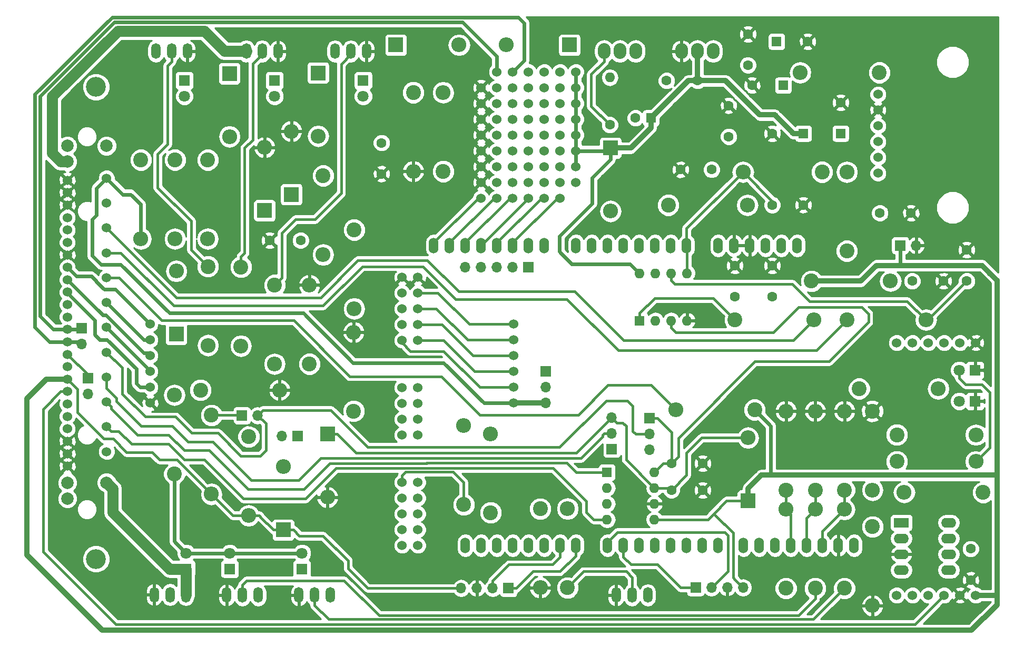
<source format=gbl>
G04 #@! TF.FileFunction,Copper,L2,Bot,Signal*
%FSLAX46Y46*%
G04 Gerber Fmt 4.6, Leading zero omitted, Abs format (unit mm)*
G04 Created by KiCad (PCBNEW 4.0.6+dfsg1-1) date Fri Mar  9 00:23:43 2018*
%MOMM*%
%LPD*%
G01*
G04 APERTURE LIST*
%ADD10C,0.100000*%
%ADD11C,2.400000*%
%ADD12O,2.400000X2.400000*%
%ADD13C,1.600000*%
%ADD14R,2.400000X2.400000*%
%ADD15C,1.524000*%
%ADD16R,1.600000X1.600000*%
%ADD17O,1.600000X1.600000*%
%ADD18R,1.800000X1.800000*%
%ADD19C,1.800000*%
%ADD20O,1.501140X2.499360*%
%ADD21R,1.700000X1.700000*%
%ADD22O,1.700000X1.700000*%
%ADD23O,1.524000X2.540000*%
%ADD24R,2.400000X1.600000*%
%ADD25O,2.400000X1.600000*%
%ADD26O,2.032000X2.540000*%
%ADD27C,2.000000*%
%ADD28C,3.200000*%
%ADD29C,0.400000*%
%ADD30C,0.609600*%
%ADD31C,0.812800*%
%ADD32C,1.778000*%
%ADD33C,0.254000*%
G04 APERTURE END LIST*
D10*
D11*
X90900000Y-134300000D03*
D12*
X90900000Y-121600000D03*
D11*
X193900000Y-152700000D03*
D12*
X193900000Y-140000000D03*
D13*
X124200000Y-81000000D03*
X124200000Y-86000000D03*
D14*
X109700000Y-89300000D03*
D12*
X109700000Y-79140000D03*
D15*
X204000000Y-73205000D03*
X204000000Y-75745000D03*
X204000000Y-78285000D03*
X204000000Y-80825000D03*
X204000000Y-83365000D03*
X204000000Y-85905000D03*
D13*
X175000000Y-71000000D03*
X170000000Y-71000000D03*
D16*
X167500000Y-77000000D03*
D13*
X165000000Y-77000000D03*
X183100000Y-68500000D03*
X183100000Y-63500000D03*
D16*
X187700000Y-64700000D03*
D13*
X192700000Y-64700000D03*
D14*
X154410000Y-65250000D03*
D12*
X144250000Y-65250000D03*
D14*
X161000000Y-81840000D03*
D12*
X161000000Y-92000000D03*
D16*
X188750000Y-71750000D03*
D13*
X183750000Y-71750000D03*
D16*
X192000000Y-79500000D03*
D13*
X187000000Y-79500000D03*
D16*
X198000000Y-79500000D03*
D13*
X198000000Y-74500000D03*
D11*
X204200000Y-69700000D03*
D12*
X191500000Y-69700000D03*
D11*
X119800000Y-95000000D03*
D12*
X119800000Y-107700000D03*
D13*
X204300000Y-92300000D03*
X209300000Y-92300000D03*
X187000000Y-91000000D03*
X192000000Y-91000000D03*
X209500000Y-103250000D03*
X214500000Y-103250000D03*
X218250000Y-103250000D03*
X218250000Y-98250000D03*
X177260000Y-85310000D03*
X172260000Y-85310000D03*
X180000000Y-80000000D03*
X180000000Y-75000000D03*
X111200000Y-96700000D03*
X106200000Y-96700000D03*
X187000000Y-105750000D03*
X187000000Y-100750000D03*
X181000000Y-105750000D03*
X181000000Y-100750000D03*
D16*
X165670000Y-109620000D03*
D17*
X173290000Y-102000000D03*
X168210000Y-109620000D03*
X170750000Y-102000000D03*
X170750000Y-109620000D03*
X168210000Y-102000000D03*
X173290000Y-109620000D03*
X165670000Y-102000000D03*
D11*
X199000000Y-98400000D03*
D12*
X199000000Y-85700000D03*
D11*
X195000000Y-85700000D03*
D12*
X182300000Y-85700000D03*
D11*
X193300000Y-103250000D03*
D12*
X206000000Y-103250000D03*
D11*
X199000000Y-109500000D03*
D12*
X211700000Y-109500000D03*
D11*
X170300000Y-91020000D03*
D12*
X183000000Y-91020000D03*
D11*
X134100000Y-85600000D03*
D12*
X134100000Y-72900000D03*
D11*
X114800000Y-86300000D03*
D12*
X114800000Y-99000000D03*
D11*
X129300000Y-72900000D03*
D12*
X129300000Y-85600000D03*
D11*
X181000000Y-109500000D03*
D12*
X193700000Y-109500000D03*
D14*
X99750000Y-69840000D03*
D12*
X99750000Y-80000000D03*
D14*
X114000000Y-69750000D03*
D12*
X114000000Y-79910000D03*
D14*
X126500000Y-65250000D03*
D12*
X136660000Y-65250000D03*
D18*
X92500000Y-70960000D03*
D19*
X92500000Y-73500000D03*
D18*
X107000000Y-70960000D03*
D19*
X107000000Y-73500000D03*
D18*
X121250000Y-70960000D03*
D19*
X121250000Y-73500000D03*
D20*
X90460000Y-66250000D03*
X87920000Y-66250000D03*
X93000000Y-66250000D03*
X105000000Y-66250000D03*
X102460000Y-66250000D03*
X107540000Y-66250000D03*
X119250000Y-66250000D03*
X116710000Y-66250000D03*
X121790000Y-66250000D03*
D11*
X85500000Y-83750000D03*
D12*
X85500000Y-96450000D03*
D11*
X96300000Y-100900000D03*
D12*
X96300000Y-113600000D03*
D11*
X95100000Y-120800000D03*
D12*
X107800000Y-120800000D03*
D11*
X91000000Y-83750000D03*
D12*
X91000000Y-96450000D03*
D11*
X101600000Y-101000000D03*
D12*
X101600000Y-113700000D03*
D11*
X112600000Y-116600000D03*
D12*
X112600000Y-103900000D03*
D11*
X96250000Y-83750000D03*
D12*
X96250000Y-96450000D03*
D11*
X107000000Y-103900000D03*
D12*
X107000000Y-116600000D03*
D11*
X119700000Y-124200000D03*
D12*
X119700000Y-111500000D03*
D14*
X91200000Y-111800000D03*
D12*
X91200000Y-101640000D03*
D18*
X92800000Y-149600000D03*
D19*
X92800000Y-147060000D03*
D18*
X99800000Y-149600000D03*
D19*
X99800000Y-147060000D03*
D18*
X111400000Y-149600000D03*
D19*
X111400000Y-147060000D03*
D20*
X90210000Y-153750000D03*
X92750000Y-153750000D03*
X87670000Y-153750000D03*
X101840000Y-153800000D03*
X104380000Y-153800000D03*
X99300000Y-153800000D03*
X113440000Y-153800000D03*
X115980000Y-153800000D03*
X110900000Y-153800000D03*
D11*
X189200000Y-152700000D03*
D12*
X189200000Y-140000000D03*
D11*
X189200000Y-136900000D03*
D12*
X189200000Y-124200000D03*
D11*
X193900000Y-136900000D03*
D12*
X193900000Y-124200000D03*
D11*
X198600000Y-152700000D03*
D12*
X198600000Y-140000000D03*
D11*
X198600000Y-136900000D03*
D12*
X198600000Y-124200000D03*
D13*
X170800000Y-132600000D03*
X175800000Y-132600000D03*
X170800000Y-136900000D03*
X175800000Y-136900000D03*
D14*
X108400000Y-143300000D03*
D12*
X108400000Y-133140000D03*
D14*
X183110000Y-138640000D03*
D12*
X183110000Y-128480000D03*
D14*
X115500000Y-127900000D03*
D12*
X115500000Y-138060000D03*
D16*
X160440000Y-134040000D03*
D17*
X168060000Y-141660000D03*
X160440000Y-136580000D03*
X168060000Y-139120000D03*
X160440000Y-139120000D03*
X168060000Y-136580000D03*
X160440000Y-141660000D03*
X168060000Y-134040000D03*
D21*
X167300000Y-125320000D03*
D22*
X167300000Y-127860000D03*
X167300000Y-130400000D03*
D21*
X161200000Y-130300000D03*
D22*
X161200000Y-127760000D03*
X161200000Y-125220000D03*
D21*
X101760000Y-124900000D03*
D22*
X104300000Y-124900000D03*
D21*
X110700000Y-128200000D03*
D22*
X108160000Y-128200000D03*
D11*
X96850000Y-124850000D03*
D12*
X96850000Y-137550000D03*
D11*
X102850000Y-128300000D03*
D12*
X102850000Y-141000000D03*
D23*
X155440000Y-145800000D03*
X152900000Y-145800000D03*
X150360000Y-145800000D03*
X147820000Y-145800000D03*
X145280000Y-145800000D03*
X142740000Y-145800000D03*
X140200000Y-145800000D03*
X137660000Y-145800000D03*
X132580000Y-97540000D03*
X135120000Y-97540000D03*
X137660000Y-97540000D03*
X140200000Y-97540000D03*
X150360000Y-97540000D03*
X155440000Y-97540000D03*
X157980000Y-97540000D03*
X147820000Y-97540000D03*
X145280000Y-97540000D03*
X142740000Y-97540000D03*
X160520000Y-97540000D03*
X163060000Y-97540000D03*
X165600000Y-97540000D03*
X173220000Y-97540000D03*
X170680000Y-97540000D03*
X168140000Y-97540000D03*
X178300000Y-97540000D03*
X180840000Y-97540000D03*
X183380000Y-97540000D03*
X188460000Y-97540000D03*
X191000000Y-97540000D03*
X160520000Y-145800000D03*
X163060000Y-145800000D03*
X165600000Y-145800000D03*
X168140000Y-145800000D03*
X170680000Y-145800000D03*
X173220000Y-145800000D03*
X175760000Y-145800000D03*
X178300000Y-145800000D03*
X182364000Y-145800000D03*
X184904000Y-145800000D03*
X187444000Y-145800000D03*
X189984000Y-145800000D03*
X192524000Y-145800000D03*
X195064000Y-145800000D03*
X197604000Y-145800000D03*
X200144000Y-145800000D03*
X185920000Y-97540000D03*
D15*
X130040000Y-143260000D03*
X127500000Y-143260000D03*
X130040000Y-140720000D03*
X127500000Y-140720000D03*
X130040000Y-138180000D03*
X127500000Y-138180000D03*
X130040000Y-135640000D03*
X127500000Y-135640000D03*
X130040000Y-145800000D03*
X127500000Y-145800000D03*
X130040000Y-128020000D03*
X127500000Y-128020000D03*
X130040000Y-125480000D03*
X127500000Y-125480000D03*
X130040000Y-122940000D03*
X127500000Y-122940000D03*
X130040000Y-120400000D03*
X127500000Y-120400000D03*
X130040000Y-112780000D03*
X127500000Y-112780000D03*
X130040000Y-110240000D03*
X127500000Y-110240000D03*
X130040000Y-107700000D03*
X127500000Y-107700000D03*
X130040000Y-105160000D03*
X127500000Y-105160000D03*
X130040000Y-102620000D03*
X127500000Y-102620000D03*
X87000000Y-122880000D03*
X87000000Y-120340000D03*
X87000000Y-117800000D03*
X87000000Y-115260000D03*
X87000000Y-112720000D03*
X87000000Y-110180000D03*
X145420000Y-112720000D03*
X145420000Y-122880000D03*
X145420000Y-120340000D03*
X145420000Y-117800000D03*
X145420000Y-110180000D03*
X145420000Y-115260000D03*
D21*
X174680000Y-152600000D03*
D22*
X177220000Y-152600000D03*
X179760000Y-152600000D03*
X182300000Y-152600000D03*
D20*
X164460000Y-153800000D03*
X167000000Y-153800000D03*
X161920000Y-153800000D03*
D11*
X149700000Y-139900000D03*
D12*
X149700000Y-152600000D03*
D11*
X154100000Y-152600000D03*
D12*
X154100000Y-139900000D03*
D11*
X184170000Y-123960000D03*
D12*
X171470000Y-123960000D03*
D24*
X207760000Y-142160000D03*
D25*
X215380000Y-149780000D03*
X207760000Y-144700000D03*
X215380000Y-147240000D03*
X207760000Y-147240000D03*
X215380000Y-144700000D03*
X207760000Y-149780000D03*
X215380000Y-142160000D03*
D21*
X144600000Y-152700000D03*
D22*
X142060000Y-152700000D03*
X139520000Y-152700000D03*
X136980000Y-152700000D03*
D13*
X218890000Y-146360000D03*
X218890000Y-151360000D03*
D21*
X150600000Y-117790000D03*
D22*
X150600000Y-120330000D03*
X150600000Y-122870000D03*
D18*
X219600000Y-117590000D03*
D19*
X217060000Y-117590000D03*
D18*
X219600000Y-122590000D03*
D19*
X217060000Y-122590000D03*
D11*
X200970000Y-120590000D03*
D12*
X213670000Y-120590000D03*
D11*
X137410000Y-139230000D03*
D12*
X137410000Y-126530000D03*
D11*
X141730000Y-140520000D03*
D12*
X141730000Y-127820000D03*
D11*
X220900000Y-137260000D03*
D12*
X208200000Y-137260000D03*
D11*
X207040000Y-128000000D03*
D12*
X219740000Y-128000000D03*
D11*
X207040000Y-132300000D03*
D12*
X219740000Y-132300000D03*
D11*
X203100000Y-142800000D03*
D12*
X203100000Y-155500000D03*
D11*
X203100000Y-124200000D03*
D12*
X203100000Y-136900000D03*
D15*
X207000000Y-113200000D03*
X209540000Y-113200000D03*
X212080000Y-113200000D03*
X214620000Y-113200000D03*
X217160000Y-113200000D03*
X219700000Y-113200000D03*
X207000000Y-153840000D03*
X209540000Y-153840000D03*
X212080000Y-153840000D03*
X214620000Y-153840000D03*
X217160000Y-153840000D03*
X219700000Y-153840000D03*
D21*
X76000000Y-110860000D03*
D22*
X76000000Y-113400000D03*
D21*
X76990000Y-118900000D03*
D22*
X76990000Y-121440000D03*
D21*
X207570000Y-97510000D03*
D22*
X210110000Y-97510000D03*
D14*
X105400000Y-91900000D03*
D12*
X105400000Y-81740000D03*
D26*
X162500000Y-66250000D03*
X165040000Y-66250000D03*
X159960000Y-66250000D03*
X174960000Y-66250000D03*
X177500000Y-66250000D03*
X172420000Y-66250000D03*
D13*
X160900000Y-78100000D03*
D17*
X160900000Y-70480000D03*
D27*
X73700000Y-81500000D03*
X80000000Y-81500000D03*
D15*
X80000000Y-90700000D03*
X80000000Y-86700000D03*
X80000000Y-94700000D03*
X80000000Y-98700000D03*
X80000000Y-102700000D03*
X80000000Y-106700000D03*
X80000000Y-110700000D03*
X80000000Y-114700000D03*
X80000000Y-118700000D03*
X80000000Y-122700000D03*
X80000000Y-126700000D03*
D27*
X80000000Y-135700000D03*
D15*
X73700000Y-133040000D03*
D27*
X73700000Y-138240000D03*
X73700000Y-135700000D03*
D15*
X73700000Y-131040000D03*
X73700000Y-129040000D03*
X73700000Y-127040000D03*
X73700000Y-125040000D03*
X73700000Y-123040000D03*
X73700000Y-121040000D03*
X73700000Y-119040000D03*
X73700000Y-117040000D03*
X73700000Y-115040000D03*
X73700000Y-113040000D03*
X73700000Y-111040000D03*
X73700000Y-109040000D03*
X73700000Y-107040000D03*
X73700000Y-105040000D03*
X73700000Y-103040000D03*
X73700000Y-101040000D03*
X73700000Y-99040000D03*
X73700000Y-97040000D03*
X73700000Y-95040000D03*
X73700000Y-93040000D03*
X73700000Y-89040000D03*
X80000000Y-126700000D03*
X80000000Y-130700000D03*
X73700000Y-91040000D03*
X73700000Y-87040000D03*
D27*
X73700000Y-84040000D03*
D28*
X78300000Y-72000000D03*
X78300000Y-148000000D03*
D21*
X147800000Y-101000000D03*
D22*
X145260000Y-101000000D03*
X142720000Y-101000000D03*
X140180000Y-101000000D03*
X137640000Y-101000000D03*
D15*
X142750000Y-69577000D03*
X145290000Y-69577000D03*
X147830000Y-69577000D03*
X150370000Y-69577000D03*
X152910000Y-69577000D03*
X140210000Y-89897000D03*
X142750000Y-89897000D03*
X145290000Y-89897000D03*
X147830000Y-89897000D03*
X150370000Y-89897000D03*
X155450000Y-69577000D03*
X155450000Y-72117000D03*
X155450000Y-74657000D03*
X155450000Y-77197000D03*
X155450000Y-79737000D03*
X155450000Y-82277000D03*
X155450000Y-84817000D03*
X155450000Y-87357000D03*
X152910000Y-89897000D03*
X140210000Y-87357000D03*
X140210000Y-84817000D03*
X140210000Y-82277000D03*
X140210000Y-79737000D03*
X140210000Y-77197000D03*
X140210000Y-74657000D03*
X140210000Y-72117000D03*
X142750000Y-72117000D03*
X145290000Y-72117000D03*
X147830000Y-72117000D03*
X150370000Y-72117000D03*
X152910000Y-72117000D03*
X152910000Y-74657000D03*
X150370000Y-74657000D03*
X147830000Y-74657000D03*
X145290000Y-74657000D03*
X142750000Y-74657000D03*
X142750000Y-77197000D03*
X145290000Y-77197000D03*
X147830000Y-77197000D03*
X150370000Y-77197000D03*
X152910000Y-77197000D03*
X152910000Y-79737000D03*
X150370000Y-79737000D03*
X147830000Y-79737000D03*
X145290000Y-79737000D03*
X142750000Y-79737000D03*
X142750000Y-82277000D03*
X145290000Y-82277000D03*
X147830000Y-82277000D03*
X150370000Y-82277000D03*
X152910000Y-82277000D03*
X152910000Y-84817000D03*
X150370000Y-84817000D03*
X147830000Y-84817000D03*
X145290000Y-84817000D03*
X142750000Y-84817000D03*
X145290000Y-87357000D03*
X142750000Y-87357000D03*
X147830000Y-87357000D03*
X150370000Y-87357000D03*
X152910000Y-87357000D03*
D29*
X182300000Y-85700000D02*
X187000000Y-90400000D01*
X187000000Y-90400000D02*
X187000000Y-91000000D01*
X173220000Y-97540000D02*
X173220000Y-94780000D01*
X173220000Y-94780000D02*
X182300000Y-85700000D01*
X173290000Y-102000000D02*
X173290000Y-97610000D01*
X173290000Y-97610000D02*
X173220000Y-97540000D01*
X199000000Y-109500000D02*
X194100000Y-114400000D01*
X82300000Y-98700000D02*
X80000000Y-98700000D01*
X194100000Y-114400000D02*
X162250000Y-114400000D01*
X162250000Y-114400000D02*
X154000000Y-106150000D01*
X136150000Y-106150000D02*
X130900000Y-100900000D01*
X154000000Y-106150000D02*
X136150000Y-106150000D01*
X130900000Y-100900000D02*
X121100000Y-100900000D01*
X121100000Y-100900000D02*
X114800000Y-107200000D01*
X114800000Y-107200000D02*
X90800000Y-107200000D01*
X90800000Y-107200000D02*
X82300000Y-98700000D01*
X218250000Y-103250000D02*
X212000000Y-109500000D01*
X212000000Y-109500000D02*
X211700000Y-109500000D01*
X211700000Y-109500000D02*
X208700000Y-106500000D01*
X208700000Y-106500000D02*
X193000000Y-106500000D01*
X193000000Y-106500000D02*
X190250000Y-103750000D01*
X190250000Y-103750000D02*
X171368630Y-103750000D01*
X171368630Y-103750000D02*
X170750000Y-103131370D01*
X170750000Y-103131370D02*
X170750000Y-102000000D01*
X155250000Y-104950000D02*
X163100000Y-112800000D01*
X136600000Y-104950000D02*
X155250000Y-104950000D01*
X131558501Y-99908501D02*
X136600000Y-104950000D01*
X120391499Y-99908501D02*
X131558501Y-99908501D01*
X91200000Y-105900000D02*
X114400000Y-105900000D01*
X114400000Y-105900000D02*
X120391499Y-99908501D01*
X80000000Y-94700000D02*
X91200000Y-105900000D01*
X163100000Y-112800000D02*
X190400000Y-112800000D01*
X190400000Y-112800000D02*
X193700000Y-109500000D01*
X168090000Y-106000000D02*
X177500000Y-106000000D01*
X177500000Y-106000000D02*
X181000000Y-109500000D01*
X165670000Y-109620000D02*
X165670000Y-108420000D01*
X165670000Y-108420000D02*
X168090000Y-106000000D01*
D30*
X155450000Y-82277000D02*
X160563000Y-82277000D01*
X160563000Y-82277000D02*
X161000000Y-81840000D01*
X155450000Y-72117000D02*
X155450000Y-69577000D01*
X155450000Y-74657000D02*
X155450000Y-72117000D01*
X155450000Y-77197000D02*
X155450000Y-74657000D01*
X155450000Y-77197000D02*
X155450000Y-79737000D01*
X155450000Y-79737000D02*
X155450000Y-82277000D01*
X155450000Y-84817000D02*
X155450000Y-82277000D01*
X159832600Y-84817000D02*
X161000000Y-83649600D01*
X161000000Y-83649600D02*
X161000000Y-81840000D01*
D31*
X223160000Y-153850000D02*
X223160000Y-155340000D01*
X223160000Y-155340000D02*
X221000000Y-157500000D01*
X221000000Y-157500000D02*
X220950000Y-157500000D01*
X220950000Y-157500000D02*
X219020000Y-159430000D01*
X219020000Y-159430000D02*
X79330000Y-159430000D01*
X70360000Y-119040000D02*
X73700000Y-119040000D01*
X79330000Y-159430000D02*
X67200000Y-147300000D01*
X67200000Y-147300000D02*
X67200000Y-122200000D01*
X67200000Y-122200000D02*
X70360000Y-119040000D01*
X167500000Y-77000000D02*
X167500000Y-78612800D01*
X167500000Y-78612800D02*
X164272800Y-81840000D01*
X164272800Y-81840000D02*
X163012800Y-81840000D01*
X163012800Y-81840000D02*
X161000000Y-81840000D01*
X175000000Y-71000000D02*
X173500000Y-71000000D01*
X173500000Y-71000000D02*
X167500000Y-77000000D01*
X203750000Y-100750000D02*
X207560000Y-100750000D01*
X207560000Y-100750000D02*
X220750000Y-100750000D01*
D30*
X207570000Y-97510000D02*
X207570000Y-98969600D01*
X207570000Y-98969600D02*
X207560000Y-98979600D01*
X207560000Y-98979600D02*
X207560000Y-100750000D01*
D29*
X177600000Y-140700000D02*
X179660000Y-138640000D01*
X179660000Y-138640000D02*
X183110000Y-138640000D01*
D31*
X183110000Y-138640000D02*
X183110000Y-136627200D01*
X183110000Y-136627200D02*
X185237200Y-134500000D01*
X185237200Y-134500000D02*
X186760000Y-134500000D01*
D29*
X176730000Y-141570000D02*
X177600000Y-140700000D01*
X176640000Y-141660000D02*
X176730000Y-141570000D01*
X168060000Y-141660000D02*
X176640000Y-141660000D01*
X73700000Y-119040000D02*
X75330000Y-120670000D01*
X75330000Y-120670000D02*
X75330000Y-124407998D01*
X75330000Y-124407998D02*
X79572002Y-128650000D01*
X79572002Y-128650000D02*
X81050000Y-128650000D01*
X88500000Y-132000000D02*
X91300000Y-132000000D01*
X81050000Y-128650000D02*
X83200000Y-130800000D01*
X83200000Y-130800000D02*
X87300000Y-130800000D01*
X87300000Y-130800000D02*
X88500000Y-132000000D01*
X91300000Y-132000000D02*
X96850000Y-137550000D01*
D31*
X223160000Y-103170000D02*
X223160000Y-134500000D01*
X223160000Y-134500000D02*
X223160000Y-153850000D01*
X222000000Y-134500000D02*
X223160000Y-134500000D01*
X219700000Y-153840000D02*
X223150000Y-153840000D01*
X223150000Y-153840000D02*
X223160000Y-153850000D01*
X201250000Y-103250000D02*
X203750000Y-100750000D01*
X193300000Y-103250000D02*
X201250000Y-103250000D01*
X220750000Y-100750000D02*
X222000000Y-102000000D01*
X222000000Y-102000000D02*
X222000000Y-102010000D01*
X222000000Y-102010000D02*
X223160000Y-103170000D01*
D30*
X184170000Y-123960000D02*
X186760000Y-126550000D01*
X186760000Y-126550000D02*
X186760000Y-134500000D01*
D29*
X186800000Y-134460000D02*
X186760000Y-134500000D01*
D31*
X222000000Y-134500000D02*
X186760000Y-134500000D01*
D29*
X186700000Y-134440000D02*
X186760000Y-134500000D01*
X181100000Y-151397919D02*
X181100000Y-151400000D01*
X181100000Y-151397919D02*
X180700000Y-150997919D01*
X177800000Y-140900000D02*
X177600000Y-140700000D01*
X180700000Y-143800000D02*
X177800000Y-140900000D01*
X180700000Y-150997919D02*
X180700000Y-143800000D01*
X181100000Y-151400000D02*
X182300000Y-152600000D01*
X118800000Y-149500000D02*
X122000000Y-152700000D01*
X122000000Y-152700000D02*
X136980000Y-152700000D01*
X118800000Y-148300000D02*
X118800000Y-149500000D01*
X114800000Y-144300000D02*
X118800000Y-148300000D01*
X111000000Y-144300000D02*
X114800000Y-144300000D01*
X108400000Y-143300000D02*
X110000000Y-143300000D01*
X110000000Y-143300000D02*
X111000000Y-144300000D01*
X203300000Y-134500000D02*
X222000000Y-134500000D01*
X104700000Y-141200000D02*
X104700000Y-141152944D01*
X104700000Y-141152944D02*
X104547056Y-141000000D01*
X104547056Y-141000000D02*
X102850000Y-141000000D01*
X104700000Y-141200000D02*
X106800000Y-143300000D01*
X106800000Y-143300000D02*
X108400000Y-143300000D01*
X96850000Y-137550000D02*
X100300000Y-141000000D01*
X100300000Y-141000000D02*
X102850000Y-141000000D01*
X103770000Y-141000000D02*
X102850000Y-141000000D01*
D30*
X185920000Y-97032000D02*
X185920000Y-97540000D01*
X154750000Y-100500000D02*
X164170000Y-100500000D01*
X164170000Y-100500000D02*
X165670000Y-102000000D01*
X152750000Y-98500000D02*
X154750000Y-100500000D01*
X152750000Y-96000000D02*
X152750000Y-98500000D01*
X158000000Y-90750000D02*
X152750000Y-96000000D01*
X158000000Y-86649600D02*
X158000000Y-90750000D01*
X161000000Y-83649600D02*
X158000000Y-86649600D01*
D31*
X185000000Y-76500000D02*
X187387200Y-76500000D01*
X187387200Y-76500000D02*
X190387200Y-79500000D01*
X190387200Y-79500000D02*
X192000000Y-79500000D01*
X179500000Y-71000000D02*
X185000000Y-76500000D01*
X175000000Y-71000000D02*
X179500000Y-71000000D01*
D30*
X194150000Y-103250000D02*
X193300000Y-103250000D01*
D31*
X175000000Y-66000000D02*
X175000000Y-71000000D01*
D30*
X91200000Y-96650000D02*
X91000000Y-96450000D01*
D31*
X145420000Y-122880000D02*
X150590000Y-122880000D01*
X150590000Y-122880000D02*
X150600000Y-122870000D01*
D30*
X134200000Y-116400000D02*
X140680000Y-122880000D01*
X140680000Y-122880000D02*
X145420000Y-122880000D01*
X119600000Y-116400000D02*
X134200000Y-116400000D01*
X111600000Y-108400000D02*
X119600000Y-116400000D01*
X90100000Y-108400000D02*
X111600000Y-108400000D01*
X82300000Y-100600000D02*
X90100000Y-108400000D01*
X79100000Y-100600000D02*
X82300000Y-100600000D01*
X77700000Y-99200000D02*
X79100000Y-100600000D01*
X77700000Y-93300000D02*
X77700000Y-99200000D01*
X78354801Y-92645199D02*
X77700000Y-93300000D01*
X80000000Y-86700000D02*
X78354801Y-88345199D01*
X78354801Y-88345199D02*
X78354801Y-92645199D01*
X80000000Y-86700000D02*
X82600000Y-89300000D01*
X82600000Y-89300000D02*
X83900000Y-89300000D01*
X85500000Y-90900000D02*
X85500000Y-96450000D01*
X83900000Y-89300000D02*
X85500000Y-90900000D01*
D29*
X90460000Y-66250000D02*
X90460000Y-67899680D01*
X90460000Y-67899680D02*
X89800000Y-68559680D01*
X89800000Y-81200000D02*
X88200000Y-82800000D01*
X89800000Y-68559680D02*
X89800000Y-81200000D01*
X88200000Y-82800000D02*
X88200000Y-88200000D01*
X88200000Y-88200000D02*
X93610000Y-93610000D01*
X93610000Y-93610000D02*
X93610000Y-98210000D01*
X93610000Y-98210000D02*
X96300000Y-100900000D01*
X101600000Y-101000000D02*
X101600000Y-99302944D01*
X101600000Y-99302944D02*
X102200000Y-98702944D01*
X102200000Y-98702944D02*
X102200000Y-81800000D01*
X102200000Y-81800000D02*
X103500000Y-80500000D01*
X103500000Y-80500000D02*
X103500000Y-68249110D01*
X103500000Y-68249110D02*
X105000000Y-66749110D01*
X105000000Y-66749110D02*
X105000000Y-66250000D01*
X110400000Y-93300000D02*
X108199999Y-95500001D01*
X108199999Y-95500001D02*
X108199999Y-102700001D01*
X108199999Y-102700001D02*
X107000000Y-103900000D01*
X113500000Y-93300000D02*
X110400000Y-93300000D01*
X117700000Y-89100000D02*
X113500000Y-93300000D01*
X117700000Y-68299110D02*
X117700000Y-89100000D01*
X119250000Y-66250000D02*
X119250000Y-66749110D01*
X119250000Y-66749110D02*
X117700000Y-68299110D01*
D32*
X102460000Y-66250000D02*
X98960000Y-66250000D01*
X98960000Y-66250000D02*
X95690000Y-62980000D01*
X95690000Y-62980000D02*
X81800000Y-62980000D01*
X81800000Y-62980000D02*
X71250000Y-73530000D01*
X72622370Y-84040000D02*
X73700000Y-84040000D01*
X71250000Y-73530000D02*
X71250000Y-82667630D01*
X71250000Y-82667630D02*
X72622370Y-84040000D01*
D29*
X189200000Y-136900000D02*
X189200000Y-140000000D01*
X189200000Y-140000000D02*
X189984000Y-140784000D01*
X189984000Y-140784000D02*
X189984000Y-145800000D01*
D32*
X80000000Y-135700000D02*
X80999999Y-136699999D01*
X80999999Y-136699999D02*
X80999999Y-140477999D01*
X80999999Y-140477999D02*
X90122000Y-149600000D01*
X90122000Y-149600000D02*
X92800000Y-149600000D01*
X92800000Y-149600000D02*
X92800000Y-153700000D01*
X92800000Y-153700000D02*
X92750000Y-153750000D01*
D29*
X101840000Y-153800000D02*
X101840000Y-152150320D01*
X191197066Y-157099990D02*
X193900000Y-154397056D01*
X101840000Y-152150320D02*
X102490320Y-151500000D01*
X102490320Y-151500000D02*
X118200000Y-151500000D01*
X118200000Y-151500000D02*
X123799990Y-157099990D01*
X123799990Y-157099990D02*
X191197066Y-157099990D01*
X193900000Y-154397056D02*
X193900000Y-152700000D01*
X113440000Y-153800000D02*
X113440000Y-155449680D01*
X113440000Y-155449680D02*
X115690320Y-157700000D01*
X115690320Y-157700000D02*
X193600000Y-157700000D01*
X193600000Y-157700000D02*
X195300000Y-156000000D01*
X195300000Y-156000000D02*
X198600000Y-152700000D01*
X192524000Y-145800000D02*
X192524000Y-141376000D01*
X192524000Y-141376000D02*
X193900000Y-140000000D01*
X193900000Y-140000000D02*
X193900000Y-136900000D01*
X198600000Y-136900000D02*
X198600000Y-140000000D01*
X198600000Y-140000000D02*
X195064000Y-143536000D01*
X195064000Y-143536000D02*
X195064000Y-145800000D01*
X171900000Y-128500000D02*
X171900000Y-131500000D01*
X171900000Y-131500000D02*
X170800000Y-132600000D01*
X170750000Y-109620000D02*
X170750000Y-110751370D01*
X170750000Y-110751370D02*
X171498630Y-111500000D01*
X171498630Y-111500000D02*
X187200000Y-111500000D01*
X184200000Y-116200000D02*
X171900000Y-128500000D01*
X187200000Y-111500000D02*
X191250000Y-107450000D01*
X202450000Y-108550000D02*
X202450000Y-109850000D01*
X191250000Y-107450000D02*
X201350000Y-107450000D01*
X201350000Y-107450000D02*
X202450000Y-108550000D01*
X202450000Y-109850000D02*
X196100000Y-116200000D01*
X196100000Y-116200000D02*
X184200000Y-116200000D01*
X170800000Y-132600000D02*
X169500000Y-132600000D01*
X169500000Y-132600000D02*
X168060000Y-134040000D01*
X170800000Y-132600000D02*
X170800000Y-129850000D01*
X167300000Y-125320000D02*
X168550000Y-125320000D01*
X168550000Y-125320000D02*
X170800000Y-127570000D01*
X170800000Y-127570000D02*
X170800000Y-131468630D01*
X170800000Y-131468630D02*
X170800000Y-132600000D01*
X131470000Y-132560000D02*
X153980000Y-132560000D01*
X153980000Y-132560000D02*
X155460000Y-134040000D01*
X115870000Y-132570000D02*
X131460000Y-132570000D01*
X131460000Y-132570000D02*
X131470000Y-132560000D01*
X111690000Y-136750000D02*
X115870000Y-132570000D01*
X111500000Y-136750000D02*
X111690000Y-136750000D01*
X111500000Y-136750000D02*
X111640000Y-136750000D01*
X155460000Y-134040000D02*
X160440000Y-134040000D01*
X80000000Y-122700000D02*
X80761999Y-123461999D01*
X80761999Y-123461999D02*
X80761999Y-123761999D01*
X80761999Y-123761999D02*
X85000000Y-128000000D01*
X85000000Y-128000000D02*
X90000000Y-128000000D01*
X102750000Y-136750000D02*
X111500000Y-136750000D01*
X96500000Y-130500000D02*
X102750000Y-136750000D01*
X92500000Y-130500000D02*
X96500000Y-130500000D01*
X90000000Y-128000000D02*
X92500000Y-130500000D01*
X157100000Y-140440000D02*
X158320000Y-141660000D01*
X158320000Y-141660000D02*
X160440000Y-141660000D01*
X157100000Y-138660000D02*
X157100000Y-140440000D01*
X152360000Y-133920000D02*
X151800010Y-133360010D01*
X151800010Y-133360010D02*
X116889990Y-133360010D01*
X116889990Y-133360010D02*
X112000000Y-138250000D01*
X112000000Y-138250000D02*
X102000000Y-138250000D01*
X95750000Y-132000000D02*
X92500000Y-132000000D01*
X102000000Y-138250000D02*
X95750000Y-132000000D01*
X92500000Y-132000000D02*
X90000000Y-129500000D01*
X90000000Y-129500000D02*
X84000000Y-129500000D01*
X84000000Y-129500000D02*
X81961999Y-127461999D01*
X81961999Y-127461999D02*
X80761999Y-127461999D01*
X80761999Y-127461999D02*
X80000000Y-126700000D01*
X152190000Y-133750000D02*
X152360000Y-133920000D01*
X152360000Y-133920000D02*
X157100000Y-138660000D01*
X159700000Y-128300000D02*
X159700000Y-128057919D01*
X159700000Y-128057919D02*
X159997919Y-127760000D01*
X159997919Y-127760000D02*
X161200000Y-127760000D01*
X156250000Y-131750000D02*
X159700000Y-128300000D01*
X114450000Y-131750000D02*
X156250000Y-131750000D01*
X85600000Y-126600000D02*
X90600000Y-126600000D01*
X80000000Y-118700000D02*
X80000000Y-120500000D01*
X80000000Y-120500000D02*
X81600000Y-122100000D01*
X81600000Y-122100000D02*
X81600000Y-122600000D01*
X81600000Y-122600000D02*
X85600000Y-126600000D01*
X90600000Y-126600000D02*
X93100000Y-129100000D01*
X93100000Y-129100000D02*
X97100000Y-129100000D01*
X110900000Y-135300000D02*
X114450000Y-131750000D01*
X97100000Y-129100000D02*
X103300000Y-135300000D01*
X103300000Y-135300000D02*
X110900000Y-135300000D01*
X96850000Y-124850000D02*
X101710000Y-124850000D01*
X101710000Y-124850000D02*
X101760000Y-124900000D01*
D30*
X92800000Y-147060000D02*
X94072792Y-147060000D01*
X94072792Y-147060000D02*
X99800000Y-147060000D01*
X90900000Y-134300000D02*
X90900000Y-145160000D01*
X90900000Y-145160000D02*
X92800000Y-147060000D01*
X99800000Y-147060000D02*
X101072792Y-147060000D01*
X101072792Y-147060000D02*
X111400000Y-147060000D01*
X99700000Y-146960000D02*
X99800000Y-147060000D01*
X73700000Y-105040000D02*
X73700000Y-105165134D01*
X73700000Y-105165134D02*
X78100000Y-109565134D01*
X78100000Y-109565134D02*
X78100000Y-111900000D01*
X78100000Y-111900000D02*
X78900000Y-112700000D01*
X78900000Y-112700000D02*
X80100000Y-112700000D01*
X80100000Y-112700000D02*
X84800000Y-117400000D01*
X84800000Y-117400000D02*
X84800000Y-119750000D01*
X84800000Y-119750000D02*
X85390000Y-120340000D01*
X85390000Y-120340000D02*
X87000000Y-120340000D01*
X80000000Y-110700000D02*
X87000000Y-117700000D01*
X87000000Y-117700000D02*
X87000000Y-117800000D01*
X85974866Y-114800000D02*
X86540000Y-114800000D01*
X86540000Y-114800000D02*
X87000000Y-115260000D01*
X79400000Y-108700000D02*
X79874866Y-108700000D01*
X79874866Y-108700000D02*
X85974866Y-114800000D01*
X78666801Y-107966801D02*
X79400000Y-108700000D01*
X73700000Y-103040000D02*
X78626801Y-107966801D01*
X78626801Y-107966801D02*
X78666801Y-107966801D01*
X80000000Y-106700000D02*
X86020000Y-112720000D01*
X86020000Y-112720000D02*
X87000000Y-112720000D01*
X77572305Y-102495199D02*
X78354801Y-103277695D01*
X78354801Y-103277695D02*
X78354801Y-103354801D01*
X78354801Y-103354801D02*
X79600000Y-104600000D01*
X79600000Y-104600000D02*
X81420000Y-104600000D01*
X81420000Y-104600000D02*
X87000000Y-110180000D01*
X73700000Y-101040000D02*
X75155199Y-102495199D01*
X75155199Y-102495199D02*
X77572305Y-102495199D01*
D29*
X130040000Y-107700000D02*
X133000000Y-107700000D01*
X138020000Y-112720000D02*
X145420000Y-112720000D01*
X133000000Y-107700000D02*
X138020000Y-112720000D01*
X127500000Y-112780000D02*
X127500000Y-113170000D01*
X127500000Y-113170000D02*
X128860000Y-114530000D01*
X128860000Y-114530000D02*
X134200000Y-114530000D01*
X134200000Y-114530000D02*
X140010000Y-120340000D01*
X140010000Y-120340000D02*
X145420000Y-120340000D01*
X130040000Y-112780000D02*
X134180000Y-112780000D01*
X139200000Y-117800000D02*
X145420000Y-117800000D01*
X134180000Y-112780000D02*
X139200000Y-117800000D01*
X130040000Y-105160000D02*
X133260000Y-105160000D01*
X138280000Y-110180000D02*
X145420000Y-110180000D01*
X133260000Y-105160000D02*
X138280000Y-110180000D01*
X145420000Y-115260000D02*
X138930000Y-115260000D01*
X133910000Y-110240000D02*
X130040000Y-110240000D01*
X138930000Y-115260000D02*
X133910000Y-110240000D01*
X122000000Y-130000000D02*
X141700000Y-130000000D01*
X141700000Y-130000000D02*
X142000000Y-130000000D01*
X160300000Y-122500000D02*
X152800000Y-130000000D01*
X152800000Y-130000000D02*
X141700000Y-130000000D01*
X163700000Y-122500000D02*
X160300000Y-122500000D01*
X164600000Y-123400000D02*
X163700000Y-122500000D01*
X164600000Y-127400000D02*
X164600000Y-123400000D01*
X165060000Y-127860000D02*
X164600000Y-127400000D01*
X167300000Y-127860000D02*
X165060000Y-127860000D01*
X105149999Y-124050001D02*
X116050001Y-124050001D01*
X116050001Y-124050001D02*
X122000000Y-130000000D01*
X104300000Y-124900000D02*
X105149999Y-124050001D01*
X104300000Y-124900000D02*
X105600000Y-126200000D01*
X105600000Y-126200000D02*
X105600000Y-130500000D01*
X105600000Y-130500000D02*
X104700000Y-131400000D01*
X104700000Y-131400000D02*
X101600000Y-131400000D01*
X91100000Y-125100000D02*
X86200000Y-125100000D01*
X101600000Y-131400000D02*
X97900000Y-127700000D01*
X97900000Y-127700000D02*
X93700000Y-127700000D01*
X93700000Y-127700000D02*
X91100000Y-125100000D01*
X86200000Y-125100000D02*
X82500000Y-121400000D01*
X82500000Y-121400000D02*
X82500000Y-117200000D01*
X82500000Y-117200000D02*
X80000000Y-114700000D01*
X173480000Y-152600000D02*
X174680000Y-152600000D01*
X173480000Y-152600000D02*
X172230000Y-152600000D01*
X172230000Y-152600000D02*
X168530000Y-148900000D01*
X168530000Y-148900000D02*
X164300000Y-148900000D01*
X164300000Y-148900000D02*
X163060000Y-147660000D01*
X163060000Y-147660000D02*
X163060000Y-145800000D01*
X160520000Y-145800000D02*
X160520000Y-145292000D01*
X179400000Y-143700000D02*
X179900000Y-144200000D01*
X160520000Y-145292000D02*
X162112000Y-143700000D01*
X162112000Y-143700000D02*
X179400000Y-143700000D01*
X179900000Y-144200000D02*
X179900000Y-149920000D01*
X179900000Y-149920000D02*
X177220000Y-152600000D01*
X154100000Y-152600000D02*
X156700000Y-150000000D01*
X156700000Y-150000000D02*
X163500000Y-150000000D01*
X164460000Y-150960000D02*
X164460000Y-153800000D01*
X163500000Y-150000000D02*
X164460000Y-150960000D01*
X170800000Y-136900000D02*
X173200000Y-134500000D01*
X173200000Y-134500000D02*
X173200000Y-130900000D01*
X173200000Y-130900000D02*
X175620000Y-128480000D01*
X175620000Y-128480000D02*
X183110000Y-128480000D01*
X168060000Y-136580000D02*
X170480000Y-136580000D01*
X170480000Y-136580000D02*
X170800000Y-136900000D01*
X163500000Y-126600000D02*
X163500000Y-132020000D01*
X163500000Y-132020000D02*
X168060000Y-136580000D01*
X161200000Y-125220000D02*
X162049999Y-126069999D01*
X137700000Y-130900000D02*
X137900000Y-130900000D01*
X120100000Y-130900000D02*
X137700000Y-130900000D01*
X137700000Y-130900000D02*
X155520000Y-130900000D01*
X155520000Y-130900000D02*
X161200000Y-125220000D01*
X170740000Y-136960000D02*
X170800000Y-136900000D01*
X115500000Y-127900000D02*
X117100000Y-127900000D01*
X117100000Y-127900000D02*
X120100000Y-130900000D01*
X162049999Y-126069999D02*
X162969999Y-126069999D01*
X162969999Y-126069999D02*
X163500000Y-126600000D01*
X80000000Y-102700000D02*
X82000000Y-102700000D01*
X82000000Y-102700000D02*
X88900000Y-109600000D01*
X140000000Y-124800000D02*
X155800000Y-124800000D01*
X155800000Y-124800000D02*
X160600000Y-120000000D01*
X88900000Y-109600000D02*
X110100000Y-109600000D01*
X119100000Y-118600000D02*
X133800000Y-118600000D01*
X110100000Y-109600000D02*
X119100000Y-118600000D01*
X133800000Y-118600000D02*
X140000000Y-124800000D01*
X167510000Y-120000000D02*
X171470000Y-123960000D01*
X160600000Y-120000000D02*
X167510000Y-120000000D01*
X152910000Y-150000000D02*
X148550000Y-150000000D01*
X148550000Y-150000000D02*
X145850000Y-152700000D01*
X145850000Y-152700000D02*
X144600000Y-152700000D01*
X155440000Y-145800000D02*
X155440000Y-147470000D01*
X155440000Y-147470000D02*
X152910000Y-150000000D01*
X142060000Y-152700000D02*
X142060000Y-151497919D01*
X142060000Y-151497919D02*
X144657919Y-148900000D01*
X144657919Y-148900000D02*
X151700000Y-148900000D01*
X151700000Y-148900000D02*
X152900000Y-147700000D01*
X152900000Y-147700000D02*
X152900000Y-145800000D01*
X221970000Y-121180000D02*
X221970000Y-130070000D01*
X221970000Y-130070000D02*
X219740000Y-132300000D01*
X220680000Y-119890000D02*
X221970000Y-121180000D01*
X218087208Y-119890000D02*
X220680000Y-119890000D01*
X217060000Y-117590000D02*
X217060000Y-118862792D01*
X217060000Y-118862792D02*
X218087208Y-119890000D01*
X127500000Y-135640000D02*
X127500000Y-134562370D01*
X127500000Y-134562370D02*
X128102350Y-133960020D01*
X128102350Y-133960020D02*
X135710020Y-133960020D01*
X135710020Y-133960020D02*
X137410000Y-135660000D01*
X137410000Y-135660000D02*
X137410000Y-139230000D01*
X73700000Y-121040000D02*
X72622370Y-121040000D01*
X72622370Y-121040000D02*
X69800000Y-123862370D01*
X69800000Y-123862370D02*
X69800000Y-146800000D01*
X69800000Y-146800000D02*
X81500000Y-158500000D01*
X81500000Y-158500000D02*
X209960000Y-158500000D01*
X209960000Y-158500000D02*
X214620000Y-153840000D01*
X73700000Y-115040000D02*
X76990000Y-118330000D01*
X76990000Y-118330000D02*
X76990000Y-118900000D01*
X157900000Y-69980000D02*
X157900000Y-75100000D01*
X157900000Y-75100000D02*
X160900000Y-78100000D01*
X159960000Y-66250000D02*
X159960000Y-67920000D01*
X159960000Y-67920000D02*
X157900000Y-69980000D01*
X132580000Y-97540000D02*
X132580000Y-97032000D01*
X132580000Y-97032000D02*
X139715000Y-89897000D01*
X139715000Y-89897000D02*
X140210000Y-89897000D01*
X135120000Y-97540000D02*
X135120000Y-97032000D01*
X135120000Y-97032000D02*
X142255000Y-89897000D01*
X142255000Y-89897000D02*
X142750000Y-89897000D01*
X137660000Y-97540000D02*
X137660000Y-97032000D01*
X137660000Y-97032000D02*
X144795000Y-89897000D01*
X144795000Y-89897000D02*
X145290000Y-89897000D01*
X147830000Y-89897000D02*
X140200000Y-97527000D01*
X140200000Y-97527000D02*
X140200000Y-97540000D01*
X142740000Y-97540000D02*
X142740000Y-97032000D01*
X142740000Y-97032000D02*
X149875000Y-89897000D01*
X149875000Y-89897000D02*
X150370000Y-89897000D01*
X145280000Y-97540000D02*
X145280000Y-97032000D01*
X145280000Y-97032000D02*
X152415000Y-89897000D01*
X152415000Y-89897000D02*
X152910000Y-89897000D01*
D30*
X73700000Y-111040000D02*
X75820000Y-111040000D01*
X75820000Y-111040000D02*
X76000000Y-110860000D01*
X73700000Y-111040000D02*
X71440000Y-111040000D01*
X71440000Y-111040000D02*
X69310000Y-108910000D01*
X69310000Y-108910000D02*
X69310000Y-73498856D01*
X69310000Y-73498856D02*
X81228856Y-61580000D01*
X81228856Y-61580000D02*
X137250000Y-61580000D01*
X137250000Y-61580000D02*
X142750000Y-67080000D01*
X142750000Y-67080000D02*
X142750000Y-69577000D01*
X73700000Y-113040000D02*
X75640000Y-113040000D01*
X75640000Y-113040000D02*
X76000000Y-113400000D01*
X73700000Y-113040000D02*
X70840000Y-113040000D01*
X146180390Y-60770390D02*
X147120000Y-61710000D01*
X70840000Y-113040000D02*
X68500390Y-110700390D01*
X80893505Y-60770390D02*
X146180390Y-60770390D01*
X147120000Y-67750000D02*
X146054999Y-68815001D01*
X68500390Y-110700390D02*
X68500390Y-73163505D01*
X68500390Y-73163505D02*
X80893505Y-60770390D01*
X147120000Y-61710000D02*
X147120000Y-67750000D01*
X146051999Y-68815001D02*
X145290000Y-69577000D01*
X146054999Y-68815001D02*
X146051999Y-68815001D01*
D33*
G36*
X204666509Y-101952459D02*
X204268731Y-102547776D01*
X204129050Y-103250000D01*
X204268731Y-103952224D01*
X204666509Y-104547541D01*
X205261826Y-104945319D01*
X205964050Y-105085000D01*
X206035950Y-105085000D01*
X206738174Y-104945319D01*
X207333491Y-104547541D01*
X207731269Y-103952224D01*
X207814421Y-103534187D01*
X208064752Y-103534187D01*
X208282757Y-104061800D01*
X208686077Y-104465824D01*
X209213309Y-104684750D01*
X209784187Y-104685248D01*
X210311800Y-104467243D01*
X210521663Y-104257745D01*
X213671861Y-104257745D01*
X213745995Y-104503864D01*
X214283223Y-104696965D01*
X214853454Y-104669778D01*
X215254005Y-104503864D01*
X215328139Y-104257745D01*
X214500000Y-103429605D01*
X213671861Y-104257745D01*
X210521663Y-104257745D01*
X210715824Y-104063923D01*
X210934750Y-103536691D01*
X210935189Y-103033223D01*
X213053035Y-103033223D01*
X213080222Y-103603454D01*
X213246136Y-104004005D01*
X213492255Y-104078139D01*
X214320395Y-103250000D01*
X214679605Y-103250000D01*
X215507745Y-104078139D01*
X215753864Y-104004005D01*
X215946965Y-103466777D01*
X215919778Y-102896546D01*
X215753864Y-102495995D01*
X215507745Y-102421861D01*
X214679605Y-103250000D01*
X214320395Y-103250000D01*
X213492255Y-102421861D01*
X213246136Y-102495995D01*
X213053035Y-103033223D01*
X210935189Y-103033223D01*
X210935248Y-102965813D01*
X210717243Y-102438200D01*
X210521640Y-102242255D01*
X213671861Y-102242255D01*
X214500000Y-103070395D01*
X215328139Y-102242255D01*
X215254005Y-101996136D01*
X214716777Y-101803035D01*
X214146546Y-101830222D01*
X213745995Y-101996136D01*
X213671861Y-102242255D01*
X210521640Y-102242255D01*
X210313923Y-102034176D01*
X209786691Y-101815250D01*
X209215813Y-101814752D01*
X208688200Y-102032757D01*
X208284176Y-102436077D01*
X208065250Y-102963309D01*
X208064752Y-103534187D01*
X207814421Y-103534187D01*
X207870950Y-103250000D01*
X207731269Y-102547776D01*
X207333491Y-101952459D01*
X207092449Y-101791400D01*
X220318638Y-101791400D01*
X221243482Y-102716244D01*
X221263619Y-102746381D01*
X222118600Y-103601362D01*
X222118600Y-120147731D01*
X221270434Y-119299566D01*
X221186019Y-119243162D01*
X220999541Y-119118561D01*
X220757896Y-119070495D01*
X220859698Y-119028327D01*
X221038327Y-118849699D01*
X221135000Y-118616310D01*
X221135000Y-117875750D01*
X220976250Y-117717000D01*
X219727000Y-117717000D01*
X219727000Y-117737000D01*
X219473000Y-117737000D01*
X219473000Y-117717000D01*
X219453000Y-117717000D01*
X219453000Y-117463000D01*
X219473000Y-117463000D01*
X219473000Y-116213750D01*
X219727000Y-116213750D01*
X219727000Y-117463000D01*
X220976250Y-117463000D01*
X221135000Y-117304250D01*
X221135000Y-116563690D01*
X221038327Y-116330301D01*
X220859698Y-116151673D01*
X220626309Y-116055000D01*
X219885750Y-116055000D01*
X219727000Y-116213750D01*
X219473000Y-116213750D01*
X219314250Y-116055000D01*
X218573691Y-116055000D01*
X218340302Y-116151673D01*
X218161673Y-116330301D01*
X218105881Y-116464994D01*
X217930643Y-116289449D01*
X217366670Y-116055267D01*
X216756009Y-116054735D01*
X216191629Y-116287932D01*
X215759449Y-116719357D01*
X215525267Y-117283330D01*
X215524735Y-117893991D01*
X215757932Y-118458371D01*
X216189357Y-118890551D01*
X216234228Y-118909183D01*
X216288561Y-119182333D01*
X216362145Y-119292459D01*
X216469566Y-119453226D01*
X217496773Y-120480434D01*
X217623336Y-120565000D01*
X217767667Y-120661439D01*
X218087208Y-120725000D01*
X220334132Y-120725000D01*
X220690876Y-121081745D01*
X220626309Y-121055000D01*
X219885750Y-121055000D01*
X219727000Y-121213750D01*
X219727000Y-122463000D01*
X220976250Y-122463000D01*
X221135000Y-122304250D01*
X221135000Y-122875750D01*
X220976250Y-122717000D01*
X219727000Y-122717000D01*
X219727000Y-123966250D01*
X219885750Y-124125000D01*
X220626309Y-124125000D01*
X220859698Y-124028327D01*
X221038327Y-123849699D01*
X221135000Y-123616310D01*
X221135000Y-126794514D01*
X221073491Y-126702459D01*
X220478174Y-126304681D01*
X219775950Y-126165000D01*
X219704050Y-126165000D01*
X219001826Y-126304681D01*
X218406509Y-126702459D01*
X218008731Y-127297776D01*
X217869050Y-128000000D01*
X218008731Y-128702224D01*
X218406509Y-129297541D01*
X219001826Y-129695319D01*
X219704050Y-129835000D01*
X219775950Y-129835000D01*
X220478174Y-129695319D01*
X221073491Y-129297541D01*
X221135000Y-129205486D01*
X221135000Y-129724132D01*
X220291569Y-130567563D01*
X219775950Y-130465000D01*
X219704050Y-130465000D01*
X219001826Y-130604681D01*
X218406509Y-131002459D01*
X218008731Y-131597776D01*
X217869050Y-132300000D01*
X218008731Y-133002224D01*
X218313672Y-133458600D01*
X208476725Y-133458600D01*
X208594730Y-133340801D01*
X208874681Y-132666605D01*
X208875318Y-131936597D01*
X208596545Y-131261914D01*
X208080801Y-130745270D01*
X207406605Y-130465319D01*
X206676597Y-130464682D01*
X206001914Y-130743455D01*
X205485270Y-131259199D01*
X205205319Y-131933395D01*
X205204682Y-132663403D01*
X205483455Y-133338086D01*
X205603759Y-133458600D01*
X187699800Y-133458600D01*
X187699800Y-128363403D01*
X205204682Y-128363403D01*
X205483455Y-129038086D01*
X205999199Y-129554730D01*
X206673395Y-129834681D01*
X207403403Y-129835318D01*
X208078086Y-129556545D01*
X208594730Y-129040801D01*
X208874681Y-128366605D01*
X208875318Y-127636597D01*
X208596545Y-126961914D01*
X208080801Y-126445270D01*
X207406605Y-126165319D01*
X206676597Y-126164682D01*
X206001914Y-126443455D01*
X205485270Y-126959199D01*
X205205319Y-127633395D01*
X205204682Y-128363403D01*
X187699800Y-128363403D01*
X187699800Y-126550000D01*
X187628262Y-126190354D01*
X187424539Y-125885461D01*
X186150885Y-124611807D01*
X187411797Y-124611807D01*
X187705508Y-125264776D01*
X188226742Y-125755642D01*
X188788195Y-125988195D01*
X189073000Y-125871432D01*
X189073000Y-124327000D01*
X189327000Y-124327000D01*
X189327000Y-125871432D01*
X189611805Y-125988195D01*
X190173258Y-125755642D01*
X190694492Y-125264776D01*
X190988203Y-124611807D01*
X192111797Y-124611807D01*
X192405508Y-125264776D01*
X192926742Y-125755642D01*
X193488195Y-125988195D01*
X193773000Y-125871432D01*
X193773000Y-124327000D01*
X194027000Y-124327000D01*
X194027000Y-125871432D01*
X194311805Y-125988195D01*
X194873258Y-125755642D01*
X195394492Y-125264776D01*
X195688203Y-124611807D01*
X196811797Y-124611807D01*
X197105508Y-125264776D01*
X197626742Y-125755642D01*
X198188195Y-125988195D01*
X198473000Y-125871432D01*
X198473000Y-124327000D01*
X198727000Y-124327000D01*
X198727000Y-125871432D01*
X199011805Y-125988195D01*
X199573258Y-125755642D01*
X199847715Y-125497175D01*
X201982430Y-125497175D01*
X202105565Y-125784788D01*
X202787734Y-126044707D01*
X203517443Y-126023786D01*
X204094435Y-125784788D01*
X204217570Y-125497175D01*
X203100000Y-124379605D01*
X201982430Y-125497175D01*
X199847715Y-125497175D01*
X200094492Y-125264776D01*
X200388203Y-124611807D01*
X200271858Y-124327000D01*
X198727000Y-124327000D01*
X198473000Y-124327000D01*
X196928142Y-124327000D01*
X196811797Y-124611807D01*
X195688203Y-124611807D01*
X195571858Y-124327000D01*
X194027000Y-124327000D01*
X193773000Y-124327000D01*
X192228142Y-124327000D01*
X192111797Y-124611807D01*
X190988203Y-124611807D01*
X190871858Y-124327000D01*
X189327000Y-124327000D01*
X189073000Y-124327000D01*
X187528142Y-124327000D01*
X187411797Y-124611807D01*
X186150885Y-124611807D01*
X185963898Y-124424820D01*
X186004681Y-124326605D01*
X186005150Y-123788193D01*
X187411797Y-123788193D01*
X187528142Y-124073000D01*
X189073000Y-124073000D01*
X189073000Y-122528568D01*
X189327000Y-122528568D01*
X189327000Y-124073000D01*
X190871858Y-124073000D01*
X190988203Y-123788193D01*
X192111797Y-123788193D01*
X192228142Y-124073000D01*
X193773000Y-124073000D01*
X193773000Y-122528568D01*
X194027000Y-122528568D01*
X194027000Y-124073000D01*
X195571858Y-124073000D01*
X195688203Y-123788193D01*
X196811797Y-123788193D01*
X196928142Y-124073000D01*
X198473000Y-124073000D01*
X198473000Y-122528568D01*
X198727000Y-122528568D01*
X198727000Y-124073000D01*
X200271858Y-124073000D01*
X200347540Y-123887734D01*
X201255293Y-123887734D01*
X201276214Y-124617443D01*
X201515212Y-125194435D01*
X201802825Y-125317570D01*
X202920395Y-124200000D01*
X203279605Y-124200000D01*
X204397175Y-125317570D01*
X204684788Y-125194435D01*
X204944707Y-124512266D01*
X204923786Y-123782557D01*
X204684788Y-123205565D01*
X204397175Y-123082430D01*
X203279605Y-124200000D01*
X202920395Y-124200000D01*
X201802825Y-123082430D01*
X201515212Y-123205565D01*
X201255293Y-123887734D01*
X200347540Y-123887734D01*
X200388203Y-123788193D01*
X200094492Y-123135224D01*
X199847716Y-122902825D01*
X201982430Y-122902825D01*
X203100000Y-124020395D01*
X204217570Y-122902825D01*
X204213788Y-122893991D01*
X215524735Y-122893991D01*
X215757932Y-123458371D01*
X216189357Y-123890551D01*
X216753330Y-124124733D01*
X217363991Y-124125265D01*
X217928371Y-123892068D01*
X218105841Y-123714908D01*
X218161673Y-123849699D01*
X218340302Y-124028327D01*
X218573691Y-124125000D01*
X219314250Y-124125000D01*
X219473000Y-123966250D01*
X219473000Y-122717000D01*
X219453000Y-122717000D01*
X219453000Y-122463000D01*
X219473000Y-122463000D01*
X219473000Y-121213750D01*
X219314250Y-121055000D01*
X218573691Y-121055000D01*
X218340302Y-121151673D01*
X218161673Y-121330301D01*
X218105881Y-121464994D01*
X217930643Y-121289449D01*
X217366670Y-121055267D01*
X216756009Y-121054735D01*
X216191629Y-121287932D01*
X215759449Y-121719357D01*
X215525267Y-122283330D01*
X215524735Y-122893991D01*
X204213788Y-122893991D01*
X204094435Y-122615212D01*
X203412266Y-122355293D01*
X202682557Y-122376214D01*
X202105565Y-122615212D01*
X201982430Y-122902825D01*
X199847716Y-122902825D01*
X199573258Y-122644358D01*
X199011805Y-122411805D01*
X198727000Y-122528568D01*
X198473000Y-122528568D01*
X198188195Y-122411805D01*
X197626742Y-122644358D01*
X197105508Y-123135224D01*
X196811797Y-123788193D01*
X195688203Y-123788193D01*
X195394492Y-123135224D01*
X194873258Y-122644358D01*
X194311805Y-122411805D01*
X194027000Y-122528568D01*
X193773000Y-122528568D01*
X193488195Y-122411805D01*
X192926742Y-122644358D01*
X192405508Y-123135224D01*
X192111797Y-123788193D01*
X190988203Y-123788193D01*
X190694492Y-123135224D01*
X190173258Y-122644358D01*
X189611805Y-122411805D01*
X189327000Y-122528568D01*
X189073000Y-122528568D01*
X188788195Y-122411805D01*
X188226742Y-122644358D01*
X187705508Y-123135224D01*
X187411797Y-123788193D01*
X186005150Y-123788193D01*
X186005318Y-123596597D01*
X185726545Y-122921914D01*
X185210801Y-122405270D01*
X184536605Y-122125319D01*
X183806597Y-122124682D01*
X183131914Y-122403455D01*
X182615270Y-122919199D01*
X182335319Y-123593395D01*
X182334682Y-124323403D01*
X182613455Y-124998086D01*
X183129199Y-125514730D01*
X183803395Y-125794681D01*
X184533403Y-125795318D01*
X184634477Y-125753555D01*
X185820200Y-126939278D01*
X185820200Y-133458600D01*
X185237200Y-133458600D01*
X184838673Y-133537872D01*
X184553287Y-133728561D01*
X184500819Y-133763619D01*
X182373619Y-135890819D01*
X182147872Y-136228673D01*
X182068600Y-136627200D01*
X182068600Y-136792560D01*
X181910000Y-136792560D01*
X181674683Y-136836838D01*
X181458559Y-136975910D01*
X181313569Y-137188110D01*
X181262560Y-137440000D01*
X181262560Y-137805000D01*
X179660000Y-137805000D01*
X179340459Y-137868561D01*
X179121298Y-138015000D01*
X179069566Y-138049566D01*
X176294132Y-140825000D01*
X169222882Y-140825000D01*
X169102811Y-140645302D01*
X168698297Y-140375014D01*
X168915134Y-140272389D01*
X169291041Y-139857423D01*
X169451904Y-139469039D01*
X169329915Y-139247000D01*
X168187000Y-139247000D01*
X168187000Y-139267000D01*
X167933000Y-139267000D01*
X167933000Y-139247000D01*
X166790085Y-139247000D01*
X166668096Y-139469039D01*
X166828959Y-139857423D01*
X167204866Y-140272389D01*
X167421703Y-140375014D01*
X167017189Y-140645302D01*
X166706120Y-141110849D01*
X166596887Y-141660000D01*
X166706120Y-142209151D01*
X167017189Y-142674698D01*
X167301996Y-142865000D01*
X162112000Y-142865000D01*
X161792459Y-142928561D01*
X161543366Y-143095000D01*
X161521566Y-143109566D01*
X160731403Y-143899729D01*
X160520000Y-143857679D01*
X159985391Y-143964019D01*
X159532172Y-144266851D01*
X159229340Y-144720070D01*
X159123000Y-145254679D01*
X159123000Y-146345321D01*
X159229340Y-146879930D01*
X159532172Y-147333149D01*
X159985391Y-147635981D01*
X160520000Y-147742321D01*
X161054609Y-147635981D01*
X161507828Y-147333149D01*
X161790000Y-146910850D01*
X162072172Y-147333149D01*
X162225000Y-147435266D01*
X162225000Y-147660000D01*
X162288561Y-147979541D01*
X162430527Y-148192008D01*
X162469566Y-148250434D01*
X163384132Y-149165000D01*
X156700000Y-149165000D01*
X156380459Y-149228561D01*
X156109566Y-149409566D01*
X154669545Y-150849587D01*
X154466605Y-150765319D01*
X153736597Y-150764682D01*
X153061914Y-151043455D01*
X152545270Y-151559199D01*
X152265319Y-152233395D01*
X152264682Y-152963403D01*
X152543455Y-153638086D01*
X153059199Y-154154730D01*
X153733395Y-154434681D01*
X154463403Y-154435318D01*
X155138086Y-154156545D01*
X155368031Y-153927000D01*
X160534430Y-153927000D01*
X160534430Y-154426110D01*
X160688501Y-154946677D01*
X161030056Y-155368658D01*
X161507097Y-155627810D01*
X161578725Y-155641993D01*
X161793000Y-155519339D01*
X161793000Y-153927000D01*
X160534430Y-153927000D01*
X155368031Y-153927000D01*
X155654730Y-153640801D01*
X155848608Y-153173890D01*
X160534430Y-153173890D01*
X160534430Y-153673000D01*
X161793000Y-153673000D01*
X161793000Y-152080661D01*
X161578725Y-151958007D01*
X161507097Y-151972190D01*
X161030056Y-152231342D01*
X160688501Y-152653323D01*
X160534430Y-153173890D01*
X155848608Y-153173890D01*
X155934681Y-152966605D01*
X155935318Y-152236597D01*
X155850221Y-152030647D01*
X157045868Y-150835000D01*
X163154132Y-150835000D01*
X163625000Y-151305868D01*
X163625000Y-152187505D01*
X163480254Y-152284221D01*
X163179900Y-152733732D01*
X163178050Y-152743032D01*
X163151499Y-152653323D01*
X162809944Y-152231342D01*
X162332903Y-151972190D01*
X162261275Y-151958007D01*
X162047000Y-152080661D01*
X162047000Y-153673000D01*
X162067000Y-153673000D01*
X162067000Y-153927000D01*
X162047000Y-153927000D01*
X162047000Y-155519339D01*
X162261275Y-155641993D01*
X162332903Y-155627810D01*
X162809944Y-155368658D01*
X163151499Y-154946677D01*
X163178050Y-154856968D01*
X163179900Y-154866268D01*
X163480254Y-155315779D01*
X163929765Y-155616133D01*
X164460000Y-155721603D01*
X164990235Y-155616133D01*
X165439746Y-155315779D01*
X165730000Y-154881384D01*
X166020254Y-155315779D01*
X166469765Y-155616133D01*
X167000000Y-155721603D01*
X167530235Y-155616133D01*
X167979746Y-155315779D01*
X168280100Y-154866268D01*
X168385570Y-154336033D01*
X168385570Y-153263967D01*
X168280100Y-152733732D01*
X167979746Y-152284221D01*
X167530235Y-151983867D01*
X167000000Y-151878397D01*
X166469765Y-151983867D01*
X166020254Y-152284221D01*
X165730000Y-152718616D01*
X165439746Y-152284221D01*
X165295000Y-152187505D01*
X165295000Y-150960000D01*
X165231439Y-150640459D01*
X165050434Y-150369566D01*
X164415868Y-149735000D01*
X168184132Y-149735000D01*
X171639566Y-153190434D01*
X171910459Y-153371439D01*
X172230000Y-153435000D01*
X173182560Y-153435000D01*
X173182560Y-153450000D01*
X173226838Y-153685317D01*
X173365910Y-153901441D01*
X173578110Y-154046431D01*
X173830000Y-154097440D01*
X175530000Y-154097440D01*
X175765317Y-154053162D01*
X175981441Y-153914090D01*
X176126431Y-153701890D01*
X176140086Y-153634459D01*
X176169946Y-153679147D01*
X176651715Y-154001054D01*
X177220000Y-154114093D01*
X177788285Y-154001054D01*
X178270054Y-153679147D01*
X178497702Y-153338447D01*
X178564817Y-153481358D01*
X178993076Y-153871645D01*
X179403110Y-154041476D01*
X179633000Y-153920155D01*
X179633000Y-152727000D01*
X179613000Y-152727000D01*
X179613000Y-152473000D01*
X179633000Y-152473000D01*
X179633000Y-152453000D01*
X179887000Y-152453000D01*
X179887000Y-152473000D01*
X179907000Y-152473000D01*
X179907000Y-152727000D01*
X179887000Y-152727000D01*
X179887000Y-153920155D01*
X180116890Y-154041476D01*
X180526924Y-153871645D01*
X180955183Y-153481358D01*
X181022298Y-153338447D01*
X181249946Y-153679147D01*
X181731715Y-154001054D01*
X182300000Y-154114093D01*
X182868285Y-154001054D01*
X183350054Y-153679147D01*
X183671961Y-153197378D01*
X183698610Y-153063403D01*
X187364682Y-153063403D01*
X187643455Y-153738086D01*
X188159199Y-154254730D01*
X188833395Y-154534681D01*
X189563403Y-154535318D01*
X190238086Y-154256545D01*
X190754730Y-153740801D01*
X191034681Y-153066605D01*
X191035318Y-152336597D01*
X190756545Y-151661914D01*
X190240801Y-151145270D01*
X189566605Y-150865319D01*
X188836597Y-150864682D01*
X188161914Y-151143455D01*
X187645270Y-151659199D01*
X187365319Y-152333395D01*
X187364682Y-153063403D01*
X183698610Y-153063403D01*
X183785000Y-152629093D01*
X183785000Y-152570907D01*
X183671961Y-152002622D01*
X183350054Y-151520853D01*
X182868285Y-151198946D01*
X182300000Y-151085907D01*
X182022061Y-151141193D01*
X181694624Y-150813756D01*
X181690434Y-150807485D01*
X181535000Y-150652051D01*
X181535000Y-149780000D01*
X205889050Y-149780000D01*
X205998283Y-150329151D01*
X206309352Y-150794698D01*
X206774899Y-151105767D01*
X207324050Y-151215000D01*
X208195950Y-151215000D01*
X208745101Y-151105767D01*
X209210648Y-150794698D01*
X209521717Y-150329151D01*
X209630950Y-149780000D01*
X209521717Y-149230849D01*
X209210648Y-148765302D01*
X208832293Y-148512493D01*
X209264500Y-148164896D01*
X209534367Y-147671819D01*
X209551904Y-147589039D01*
X209429915Y-147367000D01*
X207887000Y-147367000D01*
X207887000Y-147387000D01*
X207633000Y-147387000D01*
X207633000Y-147367000D01*
X206090085Y-147367000D01*
X205968096Y-147589039D01*
X205985633Y-147671819D01*
X206255500Y-148164896D01*
X206687707Y-148512493D01*
X206309352Y-148765302D01*
X205998283Y-149230849D01*
X205889050Y-149780000D01*
X181535000Y-149780000D01*
X181535000Y-147439275D01*
X181829391Y-147635981D01*
X182364000Y-147742321D01*
X182898609Y-147635981D01*
X183351828Y-147333149D01*
X183634000Y-146910850D01*
X183916172Y-147333149D01*
X184369391Y-147635981D01*
X184904000Y-147742321D01*
X185438609Y-147635981D01*
X185891828Y-147333149D01*
X186174000Y-146910850D01*
X186456172Y-147333149D01*
X186909391Y-147635981D01*
X187444000Y-147742321D01*
X187978609Y-147635981D01*
X188431828Y-147333149D01*
X188714000Y-146910850D01*
X188996172Y-147333149D01*
X189449391Y-147635981D01*
X189984000Y-147742321D01*
X190518609Y-147635981D01*
X190971828Y-147333149D01*
X191254000Y-146910850D01*
X191536172Y-147333149D01*
X191989391Y-147635981D01*
X192524000Y-147742321D01*
X193058609Y-147635981D01*
X193511828Y-147333149D01*
X193794000Y-146910850D01*
X194076172Y-147333149D01*
X194529391Y-147635981D01*
X195064000Y-147742321D01*
X195598609Y-147635981D01*
X196051828Y-147333149D01*
X196343330Y-146896887D01*
X196361941Y-146959941D01*
X196705974Y-147385630D01*
X197186723Y-147647260D01*
X197260930Y-147662220D01*
X197477000Y-147539720D01*
X197477000Y-145927000D01*
X197457000Y-145927000D01*
X197457000Y-145673000D01*
X197477000Y-145673000D01*
X197477000Y-144060280D01*
X197731000Y-144060280D01*
X197731000Y-145673000D01*
X197751000Y-145673000D01*
X197751000Y-145927000D01*
X197731000Y-145927000D01*
X197731000Y-147539720D01*
X197947070Y-147662220D01*
X198021277Y-147647260D01*
X198502026Y-147385630D01*
X198846059Y-146959941D01*
X198864670Y-146896887D01*
X199156172Y-147333149D01*
X199609391Y-147635981D01*
X200144000Y-147742321D01*
X200678609Y-147635981D01*
X201131828Y-147333149D01*
X201434660Y-146879930D01*
X201541000Y-146345321D01*
X201541000Y-145254679D01*
X201434660Y-144720070D01*
X201421250Y-144700000D01*
X205889050Y-144700000D01*
X205998283Y-145249151D01*
X206309352Y-145714698D01*
X206687707Y-145967507D01*
X206255500Y-146315104D01*
X205985633Y-146808181D01*
X205968096Y-146890961D01*
X206090085Y-147113000D01*
X207633000Y-147113000D01*
X207633000Y-147093000D01*
X207887000Y-147093000D01*
X207887000Y-147113000D01*
X209429915Y-147113000D01*
X209551904Y-146890961D01*
X209534367Y-146808181D01*
X209264500Y-146315104D01*
X208832293Y-145967507D01*
X209210648Y-145714698D01*
X209521717Y-145249151D01*
X209630950Y-144700000D01*
X209521717Y-144150849D01*
X209210648Y-143685302D01*
X209064650Y-143587749D01*
X209195317Y-143563162D01*
X209411441Y-143424090D01*
X209556431Y-143211890D01*
X209607440Y-142960000D01*
X209607440Y-142160000D01*
X213509050Y-142160000D01*
X213618283Y-142709151D01*
X213929352Y-143174698D01*
X214311438Y-143430000D01*
X213929352Y-143685302D01*
X213618283Y-144150849D01*
X213509050Y-144700000D01*
X213618283Y-145249151D01*
X213929352Y-145714698D01*
X214311438Y-145970000D01*
X213929352Y-146225302D01*
X213618283Y-146690849D01*
X213509050Y-147240000D01*
X213618283Y-147789151D01*
X213929352Y-148254698D01*
X214311438Y-148510000D01*
X213929352Y-148765302D01*
X213618283Y-149230849D01*
X213509050Y-149780000D01*
X213618283Y-150329151D01*
X213929352Y-150794698D01*
X214394899Y-151105767D01*
X214944050Y-151215000D01*
X215815950Y-151215000D01*
X216176797Y-151143223D01*
X217443035Y-151143223D01*
X217470222Y-151713454D01*
X217636136Y-152114005D01*
X217882255Y-152188139D01*
X218710395Y-151360000D01*
X219069605Y-151360000D01*
X219897745Y-152188139D01*
X220143864Y-152114005D01*
X220336965Y-151576777D01*
X220309778Y-151006546D01*
X220143864Y-150605995D01*
X219897745Y-150531861D01*
X219069605Y-151360000D01*
X218710395Y-151360000D01*
X217882255Y-150531861D01*
X217636136Y-150605995D01*
X217443035Y-151143223D01*
X216176797Y-151143223D01*
X216365101Y-151105767D01*
X216830648Y-150794698D01*
X217126279Y-150352255D01*
X218061861Y-150352255D01*
X218890000Y-151180395D01*
X219718139Y-150352255D01*
X219644005Y-150106136D01*
X219106777Y-149913035D01*
X218536546Y-149940222D01*
X218135995Y-150106136D01*
X218061861Y-150352255D01*
X217126279Y-150352255D01*
X217141717Y-150329151D01*
X217250950Y-149780000D01*
X217141717Y-149230849D01*
X216830648Y-148765302D01*
X216448562Y-148510000D01*
X216830648Y-148254698D01*
X217141717Y-147789151D01*
X217250950Y-147240000D01*
X217141717Y-146690849D01*
X217110539Y-146644187D01*
X217454752Y-146644187D01*
X217672757Y-147171800D01*
X218076077Y-147575824D01*
X218603309Y-147794750D01*
X219174187Y-147795248D01*
X219701800Y-147577243D01*
X220105824Y-147173923D01*
X220324750Y-146646691D01*
X220325248Y-146075813D01*
X220107243Y-145548200D01*
X219703923Y-145144176D01*
X219176691Y-144925250D01*
X218605813Y-144924752D01*
X218078200Y-145142757D01*
X217674176Y-145546077D01*
X217455250Y-146073309D01*
X217454752Y-146644187D01*
X217110539Y-146644187D01*
X216830648Y-146225302D01*
X216448562Y-145970000D01*
X216830648Y-145714698D01*
X217141717Y-145249151D01*
X217250950Y-144700000D01*
X217141717Y-144150849D01*
X216830648Y-143685302D01*
X216448562Y-143430000D01*
X216830648Y-143174698D01*
X217141717Y-142709151D01*
X217250950Y-142160000D01*
X217141717Y-141610849D01*
X216830648Y-141145302D01*
X216365101Y-140834233D01*
X215815950Y-140725000D01*
X214944050Y-140725000D01*
X214394899Y-140834233D01*
X213929352Y-141145302D01*
X213618283Y-141610849D01*
X213509050Y-142160000D01*
X209607440Y-142160000D01*
X209607440Y-141360000D01*
X209563162Y-141124683D01*
X209424090Y-140908559D01*
X209211890Y-140763569D01*
X208960000Y-140712560D01*
X206560000Y-140712560D01*
X206324683Y-140756838D01*
X206108559Y-140895910D01*
X205963569Y-141108110D01*
X205912560Y-141360000D01*
X205912560Y-142960000D01*
X205956838Y-143195317D01*
X206095910Y-143411441D01*
X206308110Y-143556431D01*
X206457074Y-143586597D01*
X206309352Y-143685302D01*
X205998283Y-144150849D01*
X205889050Y-144700000D01*
X201421250Y-144700000D01*
X201131828Y-144266851D01*
X200678609Y-143964019D01*
X200144000Y-143857679D01*
X199609391Y-143964019D01*
X199156172Y-144266851D01*
X198864670Y-144703113D01*
X198846059Y-144640059D01*
X198502026Y-144214370D01*
X198021277Y-143952740D01*
X197947070Y-143937780D01*
X197731000Y-144060280D01*
X197477000Y-144060280D01*
X197260930Y-143937780D01*
X197186723Y-143952740D01*
X196705974Y-144214370D01*
X196361941Y-144640059D01*
X196343330Y-144703113D01*
X196051828Y-144266851D01*
X195899000Y-144164734D01*
X195899000Y-143881868D01*
X196617465Y-143163403D01*
X201264682Y-143163403D01*
X201543455Y-143838086D01*
X202059199Y-144354730D01*
X202733395Y-144634681D01*
X203463403Y-144635318D01*
X204138086Y-144356545D01*
X204654730Y-143840801D01*
X204934681Y-143166605D01*
X204935318Y-142436597D01*
X204656545Y-141761914D01*
X204140801Y-141245270D01*
X203466605Y-140965319D01*
X202736597Y-140964682D01*
X202061914Y-141243455D01*
X201545270Y-141759199D01*
X201265319Y-142433395D01*
X201264682Y-143163403D01*
X196617465Y-143163403D01*
X198024410Y-141756458D01*
X198600000Y-141870950D01*
X199302224Y-141731269D01*
X199897541Y-141333491D01*
X200295319Y-140738174D01*
X200435000Y-140035950D01*
X200435000Y-139964050D01*
X200295319Y-139261826D01*
X199897541Y-138666509D01*
X199604238Y-138470531D01*
X199638086Y-138456545D01*
X200154730Y-137940801D01*
X200434681Y-137266605D01*
X200435318Y-136536597D01*
X200156545Y-135861914D01*
X199836589Y-135541400D01*
X201840037Y-135541400D01*
X201802459Y-135566509D01*
X201404681Y-136161826D01*
X201265000Y-136864050D01*
X201265000Y-136935950D01*
X201404681Y-137638174D01*
X201802459Y-138233491D01*
X202397776Y-138631269D01*
X203100000Y-138770950D01*
X203802224Y-138631269D01*
X204397541Y-138233491D01*
X204795319Y-137638174D01*
X204935000Y-136935950D01*
X204935000Y-136864050D01*
X204795319Y-136161826D01*
X204397541Y-135566509D01*
X204359963Y-135541400D01*
X207578868Y-135541400D01*
X207461826Y-135564681D01*
X206866509Y-135962459D01*
X206468731Y-136557776D01*
X206329050Y-137260000D01*
X206468731Y-137962224D01*
X206866509Y-138557541D01*
X207461826Y-138955319D01*
X208164050Y-139095000D01*
X208235950Y-139095000D01*
X208938174Y-138955319D01*
X209533491Y-138557541D01*
X209931269Y-137962224D01*
X210070950Y-137260000D01*
X209931269Y-136557776D01*
X209533491Y-135962459D01*
X208938174Y-135564681D01*
X208821132Y-135541400D01*
X220254118Y-135541400D01*
X219861914Y-135703455D01*
X219345270Y-136219199D01*
X219065319Y-136893395D01*
X219064682Y-137623403D01*
X219343455Y-138298086D01*
X219859199Y-138814730D01*
X220533395Y-139094681D01*
X221263403Y-139095318D01*
X221938086Y-138816545D01*
X222118600Y-138636345D01*
X222118600Y-152798600D01*
X220634351Y-152798600D01*
X220492370Y-152656371D01*
X219979100Y-152443243D01*
X219695473Y-152442995D01*
X219718139Y-152367745D01*
X218890000Y-151539605D01*
X218061861Y-152367745D01*
X218135995Y-152613864D01*
X218673223Y-152806965D01*
X218761681Y-152802748D01*
X218516371Y-153047630D01*
X218436605Y-153239727D01*
X218382397Y-153108857D01*
X218140213Y-153039392D01*
X217339605Y-153840000D01*
X218140213Y-154640608D01*
X218382397Y-154571143D01*
X218432509Y-154430682D01*
X218514990Y-154630303D01*
X218907630Y-155023629D01*
X219420900Y-155236757D01*
X219976661Y-155237242D01*
X220490303Y-155025010D01*
X220634164Y-154881400D01*
X222118600Y-154881400D01*
X222118600Y-154908638D01*
X220364303Y-156662935D01*
X220213619Y-156763619D01*
X218588638Y-158388600D01*
X211252268Y-158388600D01*
X214404056Y-155236812D01*
X214896661Y-155237242D01*
X215410303Y-155025010D01*
X215615457Y-154820213D01*
X216359392Y-154820213D01*
X216428857Y-155062397D01*
X216952302Y-155249144D01*
X217507368Y-155221362D01*
X217891143Y-155062397D01*
X217960608Y-154820213D01*
X217160000Y-154019605D01*
X216359392Y-154820213D01*
X215615457Y-154820213D01*
X215803629Y-154632370D01*
X215883395Y-154440273D01*
X215937603Y-154571143D01*
X216179787Y-154640608D01*
X216980395Y-153840000D01*
X216179787Y-153039392D01*
X215937603Y-153108857D01*
X215887491Y-153249318D01*
X215805010Y-153049697D01*
X215615432Y-152859787D01*
X216359392Y-152859787D01*
X217160000Y-153660395D01*
X217960608Y-152859787D01*
X217891143Y-152617603D01*
X217367698Y-152430856D01*
X216812632Y-152458638D01*
X216428857Y-152617603D01*
X216359392Y-152859787D01*
X215615432Y-152859787D01*
X215412370Y-152656371D01*
X214899100Y-152443243D01*
X214343339Y-152442758D01*
X213829697Y-152654990D01*
X213436371Y-153047630D01*
X213350051Y-153255512D01*
X213265010Y-153049697D01*
X212872370Y-152656371D01*
X212359100Y-152443243D01*
X211803339Y-152442758D01*
X211289697Y-152654990D01*
X210896371Y-153047630D01*
X210810051Y-153255512D01*
X210725010Y-153049697D01*
X210332370Y-152656371D01*
X209819100Y-152443243D01*
X209263339Y-152442758D01*
X208749697Y-152654990D01*
X208356371Y-153047630D01*
X208270051Y-153255512D01*
X208185010Y-153049697D01*
X207792370Y-152656371D01*
X207279100Y-152443243D01*
X206723339Y-152442758D01*
X206209697Y-152654990D01*
X205816371Y-153047630D01*
X205603243Y-153560900D01*
X205602758Y-154116661D01*
X205814990Y-154630303D01*
X206207630Y-155023629D01*
X206720900Y-155236757D01*
X207276661Y-155237242D01*
X207790303Y-155025010D01*
X208183629Y-154632370D01*
X208269949Y-154424488D01*
X208354990Y-154630303D01*
X208747630Y-155023629D01*
X209260900Y-155236757D01*
X209816661Y-155237242D01*
X210330303Y-155025010D01*
X210723629Y-154632370D01*
X210809949Y-154424488D01*
X210894990Y-154630303D01*
X211287630Y-155023629D01*
X211800900Y-155236757D01*
X212042164Y-155236968D01*
X209614132Y-157665000D01*
X194815868Y-157665000D01*
X196569061Y-155911807D01*
X201311797Y-155911807D01*
X201605508Y-156564776D01*
X202126742Y-157055642D01*
X202688195Y-157288195D01*
X202973000Y-157171432D01*
X202973000Y-155627000D01*
X203227000Y-155627000D01*
X203227000Y-157171432D01*
X203511805Y-157288195D01*
X204073258Y-157055642D01*
X204594492Y-156564776D01*
X204888203Y-155911807D01*
X204771858Y-155627000D01*
X203227000Y-155627000D01*
X202973000Y-155627000D01*
X201428142Y-155627000D01*
X201311797Y-155911807D01*
X196569061Y-155911807D01*
X197392675Y-155088193D01*
X201311797Y-155088193D01*
X201428142Y-155373000D01*
X202973000Y-155373000D01*
X202973000Y-153828568D01*
X203227000Y-153828568D01*
X203227000Y-155373000D01*
X204771858Y-155373000D01*
X204888203Y-155088193D01*
X204594492Y-154435224D01*
X204073258Y-153944358D01*
X203511805Y-153711805D01*
X203227000Y-153828568D01*
X202973000Y-153828568D01*
X202688195Y-153711805D01*
X202126742Y-153944358D01*
X201605508Y-154435224D01*
X201311797Y-155088193D01*
X197392675Y-155088193D01*
X198030455Y-154450413D01*
X198233395Y-154534681D01*
X198963403Y-154535318D01*
X199638086Y-154256545D01*
X200154730Y-153740801D01*
X200434681Y-153066605D01*
X200435318Y-152336597D01*
X200156545Y-151661914D01*
X199640801Y-151145270D01*
X198966605Y-150865319D01*
X198236597Y-150864682D01*
X197561914Y-151143455D01*
X197045270Y-151659199D01*
X196765319Y-152333395D01*
X196764682Y-153063403D01*
X196849779Y-153269353D01*
X193254132Y-156865000D01*
X192612924Y-156865000D01*
X194490434Y-154987490D01*
X194630657Y-154777631D01*
X194671439Y-154716597D01*
X194735000Y-154397056D01*
X194735000Y-154340458D01*
X194938086Y-154256545D01*
X195454730Y-153740801D01*
X195734681Y-153066605D01*
X195735318Y-152336597D01*
X195456545Y-151661914D01*
X194940801Y-151145270D01*
X194266605Y-150865319D01*
X193536597Y-150864682D01*
X192861914Y-151143455D01*
X192345270Y-151659199D01*
X192065319Y-152333395D01*
X192064682Y-153063403D01*
X192343455Y-153738086D01*
X192859199Y-154254730D01*
X192860795Y-154255393D01*
X190851198Y-156264990D01*
X124145858Y-156264990D01*
X118790434Y-150909566D01*
X118787320Y-150907485D01*
X118519541Y-150728561D01*
X118200000Y-150665000D01*
X112914027Y-150665000D01*
X112947440Y-150500000D01*
X112947440Y-148700000D01*
X112903162Y-148464683D01*
X112764090Y-148248559D01*
X112551890Y-148103569D01*
X112531466Y-148099433D01*
X112700551Y-147930643D01*
X112934733Y-147366670D01*
X112935265Y-146756009D01*
X112702068Y-146191629D01*
X112270643Y-145759449D01*
X111706670Y-145525267D01*
X111096009Y-145524735D01*
X110531629Y-145757932D01*
X110168727Y-146120200D01*
X101030764Y-146120200D01*
X100670643Y-145759449D01*
X100106670Y-145525267D01*
X99496009Y-145524735D01*
X98931629Y-145757932D01*
X98568727Y-146120200D01*
X94030764Y-146120200D01*
X93670643Y-145759449D01*
X93106670Y-145525267D01*
X92593898Y-145524820D01*
X91839800Y-144770722D01*
X91839800Y-135897156D01*
X91938086Y-135856545D01*
X92454730Y-135340801D01*
X92734681Y-134666605D01*
X92734726Y-134615594D01*
X95117563Y-136998431D01*
X95015000Y-137514050D01*
X95015000Y-137585950D01*
X95154681Y-138288174D01*
X95552459Y-138883491D01*
X96147776Y-139281269D01*
X96850000Y-139420950D01*
X97425590Y-139306458D01*
X99709566Y-141590434D01*
X99980460Y-141771440D01*
X100300000Y-141835000D01*
X101219378Y-141835000D01*
X101552459Y-142333491D01*
X102147776Y-142731269D01*
X102850000Y-142870950D01*
X103552224Y-142731269D01*
X104147541Y-142333491D01*
X104349848Y-142030717D01*
X106209565Y-143890434D01*
X106344298Y-143980459D01*
X106480459Y-144071439D01*
X106552560Y-144085781D01*
X106552560Y-144500000D01*
X106596838Y-144735317D01*
X106735910Y-144951441D01*
X106948110Y-145096431D01*
X107200000Y-145147440D01*
X109600000Y-145147440D01*
X109835317Y-145103162D01*
X110051441Y-144964090D01*
X110196431Y-144751890D01*
X110208992Y-144689860D01*
X110409566Y-144890434D01*
X110680460Y-145071440D01*
X111000000Y-145135000D01*
X114454132Y-145135000D01*
X117965000Y-148645868D01*
X117965000Y-149500000D01*
X118028561Y-149819541D01*
X118078070Y-149893636D01*
X118209566Y-150090434D01*
X121409566Y-153290434D01*
X121680459Y-153471439D01*
X122000000Y-153535000D01*
X135766813Y-153535000D01*
X135929946Y-153779147D01*
X136411715Y-154101054D01*
X136980000Y-154214093D01*
X137548285Y-154101054D01*
X138030054Y-153779147D01*
X138257702Y-153438447D01*
X138324817Y-153581358D01*
X138753076Y-153971645D01*
X139163110Y-154141476D01*
X139393000Y-154020155D01*
X139393000Y-152827000D01*
X139373000Y-152827000D01*
X139373000Y-152573000D01*
X139393000Y-152573000D01*
X139393000Y-151379845D01*
X139163110Y-151258524D01*
X138753076Y-151428355D01*
X138324817Y-151818642D01*
X138257702Y-151961553D01*
X138030054Y-151620853D01*
X137548285Y-151298946D01*
X136980000Y-151185907D01*
X136411715Y-151298946D01*
X135929946Y-151620853D01*
X135766813Y-151865000D01*
X122345868Y-151865000D01*
X119635000Y-149154132D01*
X119635000Y-148300000D01*
X119571439Y-147980459D01*
X119390434Y-147709566D01*
X115390434Y-143709566D01*
X115255702Y-143619541D01*
X115119541Y-143528561D01*
X114800000Y-143465000D01*
X111345868Y-143465000D01*
X110590434Y-142709566D01*
X110538250Y-142674698D01*
X110319541Y-142528561D01*
X110247440Y-142514219D01*
X110247440Y-142100000D01*
X110203162Y-141864683D01*
X110064090Y-141648559D01*
X109851890Y-141503569D01*
X109600000Y-141452560D01*
X107200000Y-141452560D01*
X106964683Y-141496838D01*
X106748559Y-141635910D01*
X106603569Y-141848110D01*
X106591008Y-141910139D01*
X105385189Y-140704321D01*
X105318532Y-140604561D01*
X105290434Y-140562509D01*
X105137490Y-140409566D01*
X105024746Y-140334233D01*
X104866597Y-140228561D01*
X104547056Y-140165000D01*
X104480622Y-140165000D01*
X104147541Y-139666509D01*
X103552224Y-139268731D01*
X102850000Y-139129050D01*
X102147776Y-139268731D01*
X101552459Y-139666509D01*
X101219378Y-140165000D01*
X100645868Y-140165000D01*
X98582437Y-138101569D01*
X98685000Y-137585950D01*
X98685000Y-137514050D01*
X98545319Y-136811826D01*
X98147541Y-136216509D01*
X97552224Y-135818731D01*
X96850000Y-135679050D01*
X96274410Y-135793542D01*
X93315868Y-132835000D01*
X95404132Y-132835000D01*
X101409566Y-138840434D01*
X101680460Y-139021440D01*
X102000000Y-139085000D01*
X112000000Y-139085000D01*
X112319541Y-139021439D01*
X112590434Y-138840434D01*
X112959061Y-138471807D01*
X113711797Y-138471807D01*
X114005508Y-139124776D01*
X114526742Y-139615642D01*
X115088195Y-139848195D01*
X115373000Y-139731432D01*
X115373000Y-138187000D01*
X115627000Y-138187000D01*
X115627000Y-139731432D01*
X115911805Y-139848195D01*
X116473258Y-139615642D01*
X116994492Y-139124776D01*
X117288203Y-138471807D01*
X117171858Y-138187000D01*
X115627000Y-138187000D01*
X115373000Y-138187000D01*
X113828142Y-138187000D01*
X113711797Y-138471807D01*
X112959061Y-138471807D01*
X113732354Y-137698514D01*
X113828142Y-137933000D01*
X115373000Y-137933000D01*
X115373000Y-136388568D01*
X115627000Y-136388568D01*
X115627000Y-137933000D01*
X117171858Y-137933000D01*
X117288203Y-137648193D01*
X116994492Y-136995224D01*
X116473258Y-136504358D01*
X115911805Y-136271805D01*
X115627000Y-136388568D01*
X115373000Y-136388568D01*
X115138457Y-136292411D01*
X117235858Y-134195010D01*
X126760513Y-134195010D01*
X126728561Y-134242829D01*
X126680577Y-134484059D01*
X126316371Y-134847630D01*
X126103243Y-135360900D01*
X126102758Y-135916661D01*
X126314990Y-136430303D01*
X126707630Y-136823629D01*
X126915512Y-136909949D01*
X126709697Y-136994990D01*
X126316371Y-137387630D01*
X126103243Y-137900900D01*
X126102758Y-138456661D01*
X126314990Y-138970303D01*
X126707630Y-139363629D01*
X126915512Y-139449949D01*
X126709697Y-139534990D01*
X126316371Y-139927630D01*
X126103243Y-140440900D01*
X126102758Y-140996661D01*
X126314990Y-141510303D01*
X126707630Y-141903629D01*
X126915512Y-141989949D01*
X126709697Y-142074990D01*
X126316371Y-142467630D01*
X126103243Y-142980900D01*
X126102758Y-143536661D01*
X126314990Y-144050303D01*
X126707630Y-144443629D01*
X126915512Y-144529949D01*
X126709697Y-144614990D01*
X126316371Y-145007630D01*
X126103243Y-145520900D01*
X126102758Y-146076661D01*
X126314990Y-146590303D01*
X126707630Y-146983629D01*
X127220900Y-147196757D01*
X127776661Y-147197242D01*
X128290303Y-146985010D01*
X128683629Y-146592370D01*
X128769949Y-146384488D01*
X128854990Y-146590303D01*
X129247630Y-146983629D01*
X129760900Y-147196757D01*
X130316661Y-147197242D01*
X130830303Y-146985010D01*
X131223629Y-146592370D01*
X131436757Y-146079100D01*
X131437242Y-145523339D01*
X131326235Y-145254679D01*
X136263000Y-145254679D01*
X136263000Y-146345321D01*
X136369340Y-146879930D01*
X136672172Y-147333149D01*
X137125391Y-147635981D01*
X137660000Y-147742321D01*
X138194609Y-147635981D01*
X138647828Y-147333149D01*
X138930000Y-146910850D01*
X139212172Y-147333149D01*
X139665391Y-147635981D01*
X140200000Y-147742321D01*
X140734609Y-147635981D01*
X141187828Y-147333149D01*
X141470000Y-146910850D01*
X141752172Y-147333149D01*
X142205391Y-147635981D01*
X142740000Y-147742321D01*
X143274609Y-147635981D01*
X143727828Y-147333149D01*
X144010000Y-146910850D01*
X144292172Y-147333149D01*
X144745391Y-147635981D01*
X145280000Y-147742321D01*
X145814609Y-147635981D01*
X146267828Y-147333149D01*
X146550000Y-146910850D01*
X146832172Y-147333149D01*
X147285391Y-147635981D01*
X147820000Y-147742321D01*
X148354609Y-147635981D01*
X148807828Y-147333149D01*
X149090000Y-146910850D01*
X149372172Y-147333149D01*
X149825391Y-147635981D01*
X150360000Y-147742321D01*
X150894609Y-147635981D01*
X151347828Y-147333149D01*
X151630000Y-146910850D01*
X151912172Y-147333149D01*
X152016364Y-147402768D01*
X151354132Y-148065000D01*
X144657919Y-148065000D01*
X144338378Y-148128561D01*
X144067485Y-148309566D01*
X141469566Y-150907485D01*
X141288561Y-151178378D01*
X141229762Y-151473977D01*
X141009946Y-151620853D01*
X140782298Y-151961553D01*
X140715183Y-151818642D01*
X140286924Y-151428355D01*
X139876890Y-151258524D01*
X139647000Y-151379845D01*
X139647000Y-152573000D01*
X139667000Y-152573000D01*
X139667000Y-152827000D01*
X139647000Y-152827000D01*
X139647000Y-154020155D01*
X139876890Y-154141476D01*
X140286924Y-153971645D01*
X140715183Y-153581358D01*
X140782298Y-153438447D01*
X141009946Y-153779147D01*
X141491715Y-154101054D01*
X142060000Y-154214093D01*
X142628285Y-154101054D01*
X143110054Y-153779147D01*
X143137850Y-153737548D01*
X143146838Y-153785317D01*
X143285910Y-154001441D01*
X143498110Y-154146431D01*
X143750000Y-154197440D01*
X145450000Y-154197440D01*
X145685317Y-154153162D01*
X145901441Y-154014090D01*
X146046431Y-153801890D01*
X146097440Y-153550000D01*
X146097440Y-153485781D01*
X146169541Y-153471439D01*
X146440434Y-153290434D01*
X146719061Y-153011807D01*
X147911797Y-153011807D01*
X148205508Y-153664776D01*
X148726742Y-154155642D01*
X149288195Y-154388195D01*
X149573000Y-154271432D01*
X149573000Y-152727000D01*
X149827000Y-152727000D01*
X149827000Y-154271432D01*
X150111805Y-154388195D01*
X150673258Y-154155642D01*
X151194492Y-153664776D01*
X151488203Y-153011807D01*
X151371858Y-152727000D01*
X149827000Y-152727000D01*
X149573000Y-152727000D01*
X148028142Y-152727000D01*
X147911797Y-153011807D01*
X146719061Y-153011807D01*
X148895868Y-150835000D01*
X149232195Y-150835000D01*
X148726742Y-151044358D01*
X148205508Y-151535224D01*
X147911797Y-152188193D01*
X148028142Y-152473000D01*
X149573000Y-152473000D01*
X149573000Y-152453000D01*
X149827000Y-152453000D01*
X149827000Y-152473000D01*
X151371858Y-152473000D01*
X151488203Y-152188193D01*
X151194492Y-151535224D01*
X150673258Y-151044358D01*
X150167805Y-150835000D01*
X152910000Y-150835000D01*
X153229541Y-150771439D01*
X153500434Y-150590434D01*
X156030434Y-148060434D01*
X156057758Y-148019541D01*
X156211439Y-147789541D01*
X156275000Y-147470000D01*
X156275000Y-147435266D01*
X156427828Y-147333149D01*
X156730660Y-146879930D01*
X156837000Y-146345321D01*
X156837000Y-145254679D01*
X156730660Y-144720070D01*
X156427828Y-144266851D01*
X155974609Y-143964019D01*
X155440000Y-143857679D01*
X154905391Y-143964019D01*
X154452172Y-144266851D01*
X154170000Y-144689150D01*
X153887828Y-144266851D01*
X153434609Y-143964019D01*
X152900000Y-143857679D01*
X152365391Y-143964019D01*
X151912172Y-144266851D01*
X151630000Y-144689150D01*
X151347828Y-144266851D01*
X150894609Y-143964019D01*
X150360000Y-143857679D01*
X149825391Y-143964019D01*
X149372172Y-144266851D01*
X149090000Y-144689150D01*
X148807828Y-144266851D01*
X148354609Y-143964019D01*
X147820000Y-143857679D01*
X147285391Y-143964019D01*
X146832172Y-144266851D01*
X146550000Y-144689150D01*
X146267828Y-144266851D01*
X145814609Y-143964019D01*
X145280000Y-143857679D01*
X144745391Y-143964019D01*
X144292172Y-144266851D01*
X144010000Y-144689150D01*
X143727828Y-144266851D01*
X143274609Y-143964019D01*
X142740000Y-143857679D01*
X142205391Y-143964019D01*
X141752172Y-144266851D01*
X141470000Y-144689150D01*
X141187828Y-144266851D01*
X140734609Y-143964019D01*
X140200000Y-143857679D01*
X139665391Y-143964019D01*
X139212172Y-144266851D01*
X138930000Y-144689150D01*
X138647828Y-144266851D01*
X138194609Y-143964019D01*
X137660000Y-143857679D01*
X137125391Y-143964019D01*
X136672172Y-144266851D01*
X136369340Y-144720070D01*
X136263000Y-145254679D01*
X131326235Y-145254679D01*
X131225010Y-145009697D01*
X130832370Y-144616371D01*
X130624488Y-144530051D01*
X130830303Y-144445010D01*
X131223629Y-144052370D01*
X131436757Y-143539100D01*
X131437242Y-142983339D01*
X131225010Y-142469697D01*
X130832370Y-142076371D01*
X130624488Y-141990051D01*
X130830303Y-141905010D01*
X131223629Y-141512370D01*
X131436757Y-140999100D01*
X131437242Y-140443339D01*
X131225010Y-139929697D01*
X130832370Y-139536371D01*
X130624488Y-139450051D01*
X130830303Y-139365010D01*
X131223629Y-138972370D01*
X131436757Y-138459100D01*
X131437242Y-137903339D01*
X131225010Y-137389697D01*
X130832370Y-136996371D01*
X130624488Y-136910051D01*
X130830303Y-136825010D01*
X131223629Y-136432370D01*
X131436757Y-135919100D01*
X131437242Y-135363339D01*
X131225010Y-134849697D01*
X131170428Y-134795020D01*
X135364152Y-134795020D01*
X136575000Y-136005868D01*
X136575000Y-137589542D01*
X136371914Y-137673455D01*
X135855270Y-138189199D01*
X135575319Y-138863395D01*
X135574682Y-139593403D01*
X135853455Y-140268086D01*
X136369199Y-140784730D01*
X137043395Y-141064681D01*
X137773403Y-141065318D01*
X138213671Y-140883403D01*
X139894682Y-140883403D01*
X140173455Y-141558086D01*
X140689199Y-142074730D01*
X141363395Y-142354681D01*
X142093403Y-142355318D01*
X142768086Y-142076545D01*
X143284730Y-141560801D01*
X143564681Y-140886605D01*
X143565224Y-140263403D01*
X147864682Y-140263403D01*
X148143455Y-140938086D01*
X148659199Y-141454730D01*
X149333395Y-141734681D01*
X150063403Y-141735318D01*
X150738086Y-141456545D01*
X151254730Y-140940801D01*
X151534681Y-140266605D01*
X151535032Y-139864050D01*
X152265000Y-139864050D01*
X152265000Y-139935950D01*
X152404681Y-140638174D01*
X152802459Y-141233491D01*
X153397776Y-141631269D01*
X154100000Y-141770950D01*
X154802224Y-141631269D01*
X155397541Y-141233491D01*
X155795319Y-140638174D01*
X155935000Y-139935950D01*
X155935000Y-139864050D01*
X155795319Y-139161826D01*
X155397541Y-138566509D01*
X154802224Y-138168731D01*
X154100000Y-138029050D01*
X153397776Y-138168731D01*
X152802459Y-138566509D01*
X152404681Y-139161826D01*
X152265000Y-139864050D01*
X151535032Y-139864050D01*
X151535318Y-139536597D01*
X151256545Y-138861914D01*
X150740801Y-138345270D01*
X150066605Y-138065319D01*
X149336597Y-138064682D01*
X148661914Y-138343455D01*
X148145270Y-138859199D01*
X147865319Y-139533395D01*
X147864682Y-140263403D01*
X143565224Y-140263403D01*
X143565318Y-140156597D01*
X143286545Y-139481914D01*
X142770801Y-138965270D01*
X142096605Y-138685319D01*
X141366597Y-138684682D01*
X140691914Y-138963455D01*
X140175270Y-139479199D01*
X139895319Y-140153395D01*
X139894682Y-140883403D01*
X138213671Y-140883403D01*
X138448086Y-140786545D01*
X138964730Y-140270801D01*
X139244681Y-139596605D01*
X139245318Y-138866597D01*
X138966545Y-138191914D01*
X138450801Y-137675270D01*
X138245000Y-137589814D01*
X138245000Y-135660000D01*
X138241022Y-135640000D01*
X138181440Y-135340460D01*
X138000434Y-135069566D01*
X137125878Y-134195010D01*
X151454142Y-134195010D01*
X156265000Y-139005868D01*
X156265000Y-140440000D01*
X156328561Y-140759541D01*
X156419680Y-140895910D01*
X156509566Y-141030434D01*
X157729566Y-142250434D01*
X158000460Y-142431440D01*
X158320000Y-142495000D01*
X159277118Y-142495000D01*
X159397189Y-142674698D01*
X159862736Y-142985767D01*
X160411887Y-143095000D01*
X160468113Y-143095000D01*
X161017264Y-142985767D01*
X161482811Y-142674698D01*
X161793880Y-142209151D01*
X161903113Y-141660000D01*
X161793880Y-141110849D01*
X161482811Y-140645302D01*
X161100725Y-140390000D01*
X161482811Y-140134698D01*
X161793880Y-139669151D01*
X161903113Y-139120000D01*
X161793880Y-138570849D01*
X161482811Y-138105302D01*
X161100725Y-137850000D01*
X161482811Y-137594698D01*
X161793880Y-137129151D01*
X161903113Y-136580000D01*
X161793880Y-136030849D01*
X161482811Y-135565302D01*
X161338535Y-135468899D01*
X161475317Y-135443162D01*
X161691441Y-135304090D01*
X161836431Y-135091890D01*
X161887440Y-134840000D01*
X161887440Y-133240000D01*
X161843162Y-133004683D01*
X161704090Y-132788559D01*
X161491890Y-132643569D01*
X161240000Y-132592560D01*
X159640000Y-132592560D01*
X159404683Y-132636838D01*
X159188559Y-132775910D01*
X159043569Y-132988110D01*
X158999648Y-133205000D01*
X155805868Y-133205000D01*
X155185868Y-132585000D01*
X156250000Y-132585000D01*
X156569541Y-132521439D01*
X156840434Y-132340434D01*
X159702560Y-129478308D01*
X159702560Y-131150000D01*
X159746838Y-131385317D01*
X159885910Y-131601441D01*
X160098110Y-131746431D01*
X160350000Y-131797440D01*
X162050000Y-131797440D01*
X162285317Y-131753162D01*
X162501441Y-131614090D01*
X162646431Y-131401890D01*
X162665000Y-131310194D01*
X162665000Y-132020000D01*
X162728561Y-132339541D01*
X162875867Y-132560000D01*
X162909566Y-132610434D01*
X166643714Y-136344582D01*
X166596887Y-136580000D01*
X166706120Y-137129151D01*
X167017189Y-137594698D01*
X167421703Y-137864986D01*
X167204866Y-137967611D01*
X166828959Y-138382577D01*
X166668096Y-138770961D01*
X166790085Y-138993000D01*
X167933000Y-138993000D01*
X167933000Y-138973000D01*
X168187000Y-138973000D01*
X168187000Y-138993000D01*
X169329915Y-138993000D01*
X169451904Y-138770961D01*
X169291041Y-138382577D01*
X168915134Y-137967611D01*
X168698297Y-137864986D01*
X169102811Y-137594698D01*
X169222882Y-137415000D01*
X169460122Y-137415000D01*
X169582757Y-137711800D01*
X169986077Y-138115824D01*
X170513309Y-138334750D01*
X171084187Y-138335248D01*
X171611800Y-138117243D01*
X171821663Y-137907745D01*
X174971861Y-137907745D01*
X175045995Y-138153864D01*
X175583223Y-138346965D01*
X176153454Y-138319778D01*
X176554005Y-138153864D01*
X176628139Y-137907745D01*
X175800000Y-137079605D01*
X174971861Y-137907745D01*
X171821663Y-137907745D01*
X172015824Y-137713923D01*
X172234750Y-137186691D01*
X172235189Y-136683223D01*
X174353035Y-136683223D01*
X174380222Y-137253454D01*
X174546136Y-137654005D01*
X174792255Y-137728139D01*
X175620395Y-136900000D01*
X175979605Y-136900000D01*
X176807745Y-137728139D01*
X177053864Y-137654005D01*
X177246965Y-137116777D01*
X177219778Y-136546546D01*
X177053864Y-136145995D01*
X176807745Y-136071861D01*
X175979605Y-136900000D01*
X175620395Y-136900000D01*
X174792255Y-136071861D01*
X174546136Y-136145995D01*
X174353035Y-136683223D01*
X172235189Y-136683223D01*
X172235222Y-136645646D01*
X172988613Y-135892255D01*
X174971861Y-135892255D01*
X175800000Y-136720395D01*
X176628139Y-135892255D01*
X176554005Y-135646136D01*
X176016777Y-135453035D01*
X175446546Y-135480222D01*
X175045995Y-135646136D01*
X174971861Y-135892255D01*
X172988613Y-135892255D01*
X173790434Y-135090434D01*
X173971440Y-134819540D01*
X174035000Y-134500000D01*
X174035000Y-133607745D01*
X174971861Y-133607745D01*
X175045995Y-133853864D01*
X175583223Y-134046965D01*
X176153454Y-134019778D01*
X176554005Y-133853864D01*
X176628139Y-133607745D01*
X175800000Y-132779605D01*
X174971861Y-133607745D01*
X174035000Y-133607745D01*
X174035000Y-132383223D01*
X174353035Y-132383223D01*
X174380222Y-132953454D01*
X174546136Y-133354005D01*
X174792255Y-133428139D01*
X175620395Y-132600000D01*
X175979605Y-132600000D01*
X176807745Y-133428139D01*
X177053864Y-133354005D01*
X177246965Y-132816777D01*
X177219778Y-132246546D01*
X177053864Y-131845995D01*
X176807745Y-131771861D01*
X175979605Y-132600000D01*
X175620395Y-132600000D01*
X174792255Y-131771861D01*
X174546136Y-131845995D01*
X174353035Y-132383223D01*
X174035000Y-132383223D01*
X174035000Y-131592255D01*
X174971861Y-131592255D01*
X175800000Y-132420395D01*
X176628139Y-131592255D01*
X176554005Y-131346136D01*
X176016777Y-131153035D01*
X175446546Y-131180222D01*
X175045995Y-131346136D01*
X174971861Y-131592255D01*
X174035000Y-131592255D01*
X174035000Y-131245868D01*
X175965868Y-129315000D01*
X181479378Y-129315000D01*
X181812459Y-129813491D01*
X182407776Y-130211269D01*
X183110000Y-130350950D01*
X183812224Y-130211269D01*
X184407541Y-129813491D01*
X184805319Y-129218174D01*
X184945000Y-128515950D01*
X184945000Y-128444050D01*
X184805319Y-127741826D01*
X184407541Y-127146509D01*
X183812224Y-126748731D01*
X183110000Y-126609050D01*
X182407776Y-126748731D01*
X181812459Y-127146509D01*
X181479378Y-127645000D01*
X175620000Y-127645000D01*
X175300459Y-127708561D01*
X175115166Y-127832370D01*
X175029566Y-127889566D01*
X172735000Y-130184132D01*
X172735000Y-128845868D01*
X180627465Y-120953403D01*
X199134682Y-120953403D01*
X199413455Y-121628086D01*
X199929199Y-122144730D01*
X200603395Y-122424681D01*
X201333403Y-122425318D01*
X202008086Y-122146545D01*
X202524730Y-121630801D01*
X202804681Y-120956605D01*
X202805000Y-120590000D01*
X211799050Y-120590000D01*
X211938731Y-121292224D01*
X212336509Y-121887541D01*
X212931826Y-122285319D01*
X213634050Y-122425000D01*
X213705950Y-122425000D01*
X214408174Y-122285319D01*
X215003491Y-121887541D01*
X215401269Y-121292224D01*
X215540950Y-120590000D01*
X215401269Y-119887776D01*
X215003491Y-119292459D01*
X214408174Y-118894681D01*
X213705950Y-118755000D01*
X213634050Y-118755000D01*
X212931826Y-118894681D01*
X212336509Y-119292459D01*
X211938731Y-119887776D01*
X211799050Y-120590000D01*
X202805000Y-120590000D01*
X202805318Y-120226597D01*
X202526545Y-119551914D01*
X202010801Y-119035270D01*
X201336605Y-118755319D01*
X200606597Y-118754682D01*
X199931914Y-119033455D01*
X199415270Y-119549199D01*
X199135319Y-120223395D01*
X199134682Y-120953403D01*
X180627465Y-120953403D01*
X184545868Y-117035000D01*
X196100000Y-117035000D01*
X196419541Y-116971439D01*
X196690434Y-116790434D01*
X200004207Y-113476661D01*
X205602758Y-113476661D01*
X205814990Y-113990303D01*
X206207630Y-114383629D01*
X206720900Y-114596757D01*
X207276661Y-114597242D01*
X207790303Y-114385010D01*
X208183629Y-113992370D01*
X208269949Y-113784488D01*
X208354990Y-113990303D01*
X208747630Y-114383629D01*
X209260900Y-114596757D01*
X209816661Y-114597242D01*
X210330303Y-114385010D01*
X210723629Y-113992370D01*
X210809949Y-113784488D01*
X210894990Y-113990303D01*
X211287630Y-114383629D01*
X211800900Y-114596757D01*
X212356661Y-114597242D01*
X212870303Y-114385010D01*
X213263629Y-113992370D01*
X213349949Y-113784488D01*
X213434990Y-113990303D01*
X213827630Y-114383629D01*
X214340900Y-114596757D01*
X214896661Y-114597242D01*
X215410303Y-114385010D01*
X215803629Y-113992370D01*
X215889949Y-113784488D01*
X215974990Y-113990303D01*
X216367630Y-114383629D01*
X216880900Y-114596757D01*
X217436661Y-114597242D01*
X217950303Y-114385010D01*
X218155457Y-114180213D01*
X218899392Y-114180213D01*
X218968857Y-114422397D01*
X219492302Y-114609144D01*
X220047368Y-114581362D01*
X220431143Y-114422397D01*
X220500608Y-114180213D01*
X219700000Y-113379605D01*
X218899392Y-114180213D01*
X218155457Y-114180213D01*
X218343629Y-113992370D01*
X218423395Y-113800273D01*
X218477603Y-113931143D01*
X218719787Y-114000608D01*
X219520395Y-113200000D01*
X219879605Y-113200000D01*
X220680213Y-114000608D01*
X220922397Y-113931143D01*
X221109144Y-113407698D01*
X221081362Y-112852632D01*
X220922397Y-112468857D01*
X220680213Y-112399392D01*
X219879605Y-113200000D01*
X219520395Y-113200000D01*
X218719787Y-112399392D01*
X218477603Y-112468857D01*
X218427491Y-112609318D01*
X218345010Y-112409697D01*
X218155432Y-112219787D01*
X218899392Y-112219787D01*
X219700000Y-113020395D01*
X220500608Y-112219787D01*
X220431143Y-111977603D01*
X219907698Y-111790856D01*
X219352632Y-111818638D01*
X218968857Y-111977603D01*
X218899392Y-112219787D01*
X218155432Y-112219787D01*
X217952370Y-112016371D01*
X217439100Y-111803243D01*
X216883339Y-111802758D01*
X216369697Y-112014990D01*
X215976371Y-112407630D01*
X215890051Y-112615512D01*
X215805010Y-112409697D01*
X215412370Y-112016371D01*
X214899100Y-111803243D01*
X214343339Y-111802758D01*
X213829697Y-112014990D01*
X213436371Y-112407630D01*
X213350051Y-112615512D01*
X213265010Y-112409697D01*
X212872370Y-112016371D01*
X212359100Y-111803243D01*
X211803339Y-111802758D01*
X211289697Y-112014990D01*
X210896371Y-112407630D01*
X210810051Y-112615512D01*
X210725010Y-112409697D01*
X210332370Y-112016371D01*
X209819100Y-111803243D01*
X209263339Y-111802758D01*
X208749697Y-112014990D01*
X208356371Y-112407630D01*
X208270051Y-112615512D01*
X208185010Y-112409697D01*
X207792370Y-112016371D01*
X207279100Y-111803243D01*
X206723339Y-111802758D01*
X206209697Y-112014990D01*
X205816371Y-112407630D01*
X205603243Y-112920900D01*
X205602758Y-113476661D01*
X200004207Y-113476661D01*
X203040434Y-110440434D01*
X203046183Y-110431830D01*
X203221439Y-110169541D01*
X203285000Y-109850000D01*
X203285000Y-108550000D01*
X203221439Y-108230459D01*
X203040434Y-107959566D01*
X202415868Y-107335000D01*
X208354132Y-107335000D01*
X209943542Y-108924410D01*
X209829050Y-109500000D01*
X209968731Y-110202224D01*
X210366509Y-110797541D01*
X210961826Y-111195319D01*
X211664050Y-111335000D01*
X211735950Y-111335000D01*
X212438174Y-111195319D01*
X213033491Y-110797541D01*
X213431269Y-110202224D01*
X213570950Y-109500000D01*
X213506231Y-109174637D01*
X217996089Y-104684779D01*
X218534187Y-104685248D01*
X219061800Y-104467243D01*
X219465824Y-104063923D01*
X219684750Y-103536691D01*
X219685248Y-102965813D01*
X219467243Y-102438200D01*
X219063923Y-102034176D01*
X218536691Y-101815250D01*
X217965813Y-101814752D01*
X217438200Y-102032757D01*
X217034176Y-102436077D01*
X216815250Y-102963309D01*
X216814778Y-103504354D01*
X212483899Y-107835233D01*
X212438174Y-107804681D01*
X211735950Y-107665000D01*
X211664050Y-107665000D01*
X211148431Y-107767563D01*
X209290434Y-105909566D01*
X209173956Y-105831738D01*
X209019541Y-105728561D01*
X208700000Y-105665000D01*
X193345868Y-105665000D01*
X192646363Y-104965495D01*
X192933395Y-105084681D01*
X193663403Y-105085318D01*
X194338086Y-104806545D01*
X194854130Y-104291400D01*
X201250000Y-104291400D01*
X201648527Y-104212128D01*
X201986381Y-103986381D01*
X204181362Y-101791400D01*
X204907551Y-101791400D01*
X204666509Y-101952459D01*
X204666509Y-101952459D01*
G37*
X204666509Y-101952459D02*
X204268731Y-102547776D01*
X204129050Y-103250000D01*
X204268731Y-103952224D01*
X204666509Y-104547541D01*
X205261826Y-104945319D01*
X205964050Y-105085000D01*
X206035950Y-105085000D01*
X206738174Y-104945319D01*
X207333491Y-104547541D01*
X207731269Y-103952224D01*
X207814421Y-103534187D01*
X208064752Y-103534187D01*
X208282757Y-104061800D01*
X208686077Y-104465824D01*
X209213309Y-104684750D01*
X209784187Y-104685248D01*
X210311800Y-104467243D01*
X210521663Y-104257745D01*
X213671861Y-104257745D01*
X213745995Y-104503864D01*
X214283223Y-104696965D01*
X214853454Y-104669778D01*
X215254005Y-104503864D01*
X215328139Y-104257745D01*
X214500000Y-103429605D01*
X213671861Y-104257745D01*
X210521663Y-104257745D01*
X210715824Y-104063923D01*
X210934750Y-103536691D01*
X210935189Y-103033223D01*
X213053035Y-103033223D01*
X213080222Y-103603454D01*
X213246136Y-104004005D01*
X213492255Y-104078139D01*
X214320395Y-103250000D01*
X214679605Y-103250000D01*
X215507745Y-104078139D01*
X215753864Y-104004005D01*
X215946965Y-103466777D01*
X215919778Y-102896546D01*
X215753864Y-102495995D01*
X215507745Y-102421861D01*
X214679605Y-103250000D01*
X214320395Y-103250000D01*
X213492255Y-102421861D01*
X213246136Y-102495995D01*
X213053035Y-103033223D01*
X210935189Y-103033223D01*
X210935248Y-102965813D01*
X210717243Y-102438200D01*
X210521640Y-102242255D01*
X213671861Y-102242255D01*
X214500000Y-103070395D01*
X215328139Y-102242255D01*
X215254005Y-101996136D01*
X214716777Y-101803035D01*
X214146546Y-101830222D01*
X213745995Y-101996136D01*
X213671861Y-102242255D01*
X210521640Y-102242255D01*
X210313923Y-102034176D01*
X209786691Y-101815250D01*
X209215813Y-101814752D01*
X208688200Y-102032757D01*
X208284176Y-102436077D01*
X208065250Y-102963309D01*
X208064752Y-103534187D01*
X207814421Y-103534187D01*
X207870950Y-103250000D01*
X207731269Y-102547776D01*
X207333491Y-101952459D01*
X207092449Y-101791400D01*
X220318638Y-101791400D01*
X221243482Y-102716244D01*
X221263619Y-102746381D01*
X222118600Y-103601362D01*
X222118600Y-120147731D01*
X221270434Y-119299566D01*
X221186019Y-119243162D01*
X220999541Y-119118561D01*
X220757896Y-119070495D01*
X220859698Y-119028327D01*
X221038327Y-118849699D01*
X221135000Y-118616310D01*
X221135000Y-117875750D01*
X220976250Y-117717000D01*
X219727000Y-117717000D01*
X219727000Y-117737000D01*
X219473000Y-117737000D01*
X219473000Y-117717000D01*
X219453000Y-117717000D01*
X219453000Y-117463000D01*
X219473000Y-117463000D01*
X219473000Y-116213750D01*
X219727000Y-116213750D01*
X219727000Y-117463000D01*
X220976250Y-117463000D01*
X221135000Y-117304250D01*
X221135000Y-116563690D01*
X221038327Y-116330301D01*
X220859698Y-116151673D01*
X220626309Y-116055000D01*
X219885750Y-116055000D01*
X219727000Y-116213750D01*
X219473000Y-116213750D01*
X219314250Y-116055000D01*
X218573691Y-116055000D01*
X218340302Y-116151673D01*
X218161673Y-116330301D01*
X218105881Y-116464994D01*
X217930643Y-116289449D01*
X217366670Y-116055267D01*
X216756009Y-116054735D01*
X216191629Y-116287932D01*
X215759449Y-116719357D01*
X215525267Y-117283330D01*
X215524735Y-117893991D01*
X215757932Y-118458371D01*
X216189357Y-118890551D01*
X216234228Y-118909183D01*
X216288561Y-119182333D01*
X216362145Y-119292459D01*
X216469566Y-119453226D01*
X217496773Y-120480434D01*
X217623336Y-120565000D01*
X217767667Y-120661439D01*
X218087208Y-120725000D01*
X220334132Y-120725000D01*
X220690876Y-121081745D01*
X220626309Y-121055000D01*
X219885750Y-121055000D01*
X219727000Y-121213750D01*
X219727000Y-122463000D01*
X220976250Y-122463000D01*
X221135000Y-122304250D01*
X221135000Y-122875750D01*
X220976250Y-122717000D01*
X219727000Y-122717000D01*
X219727000Y-123966250D01*
X219885750Y-124125000D01*
X220626309Y-124125000D01*
X220859698Y-124028327D01*
X221038327Y-123849699D01*
X221135000Y-123616310D01*
X221135000Y-126794514D01*
X221073491Y-126702459D01*
X220478174Y-126304681D01*
X219775950Y-126165000D01*
X219704050Y-126165000D01*
X219001826Y-126304681D01*
X218406509Y-126702459D01*
X218008731Y-127297776D01*
X217869050Y-128000000D01*
X218008731Y-128702224D01*
X218406509Y-129297541D01*
X219001826Y-129695319D01*
X219704050Y-129835000D01*
X219775950Y-129835000D01*
X220478174Y-129695319D01*
X221073491Y-129297541D01*
X221135000Y-129205486D01*
X221135000Y-129724132D01*
X220291569Y-130567563D01*
X219775950Y-130465000D01*
X219704050Y-130465000D01*
X219001826Y-130604681D01*
X218406509Y-131002459D01*
X218008731Y-131597776D01*
X217869050Y-132300000D01*
X218008731Y-133002224D01*
X218313672Y-133458600D01*
X208476725Y-133458600D01*
X208594730Y-133340801D01*
X208874681Y-132666605D01*
X208875318Y-131936597D01*
X208596545Y-131261914D01*
X208080801Y-130745270D01*
X207406605Y-130465319D01*
X206676597Y-130464682D01*
X206001914Y-130743455D01*
X205485270Y-131259199D01*
X205205319Y-131933395D01*
X205204682Y-132663403D01*
X205483455Y-133338086D01*
X205603759Y-133458600D01*
X187699800Y-133458600D01*
X187699800Y-128363403D01*
X205204682Y-128363403D01*
X205483455Y-129038086D01*
X205999199Y-129554730D01*
X206673395Y-129834681D01*
X207403403Y-129835318D01*
X208078086Y-129556545D01*
X208594730Y-129040801D01*
X208874681Y-128366605D01*
X208875318Y-127636597D01*
X208596545Y-126961914D01*
X208080801Y-126445270D01*
X207406605Y-126165319D01*
X206676597Y-126164682D01*
X206001914Y-126443455D01*
X205485270Y-126959199D01*
X205205319Y-127633395D01*
X205204682Y-128363403D01*
X187699800Y-128363403D01*
X187699800Y-126550000D01*
X187628262Y-126190354D01*
X187424539Y-125885461D01*
X186150885Y-124611807D01*
X187411797Y-124611807D01*
X187705508Y-125264776D01*
X188226742Y-125755642D01*
X188788195Y-125988195D01*
X189073000Y-125871432D01*
X189073000Y-124327000D01*
X189327000Y-124327000D01*
X189327000Y-125871432D01*
X189611805Y-125988195D01*
X190173258Y-125755642D01*
X190694492Y-125264776D01*
X190988203Y-124611807D01*
X192111797Y-124611807D01*
X192405508Y-125264776D01*
X192926742Y-125755642D01*
X193488195Y-125988195D01*
X193773000Y-125871432D01*
X193773000Y-124327000D01*
X194027000Y-124327000D01*
X194027000Y-125871432D01*
X194311805Y-125988195D01*
X194873258Y-125755642D01*
X195394492Y-125264776D01*
X195688203Y-124611807D01*
X196811797Y-124611807D01*
X197105508Y-125264776D01*
X197626742Y-125755642D01*
X198188195Y-125988195D01*
X198473000Y-125871432D01*
X198473000Y-124327000D01*
X198727000Y-124327000D01*
X198727000Y-125871432D01*
X199011805Y-125988195D01*
X199573258Y-125755642D01*
X199847715Y-125497175D01*
X201982430Y-125497175D01*
X202105565Y-125784788D01*
X202787734Y-126044707D01*
X203517443Y-126023786D01*
X204094435Y-125784788D01*
X204217570Y-125497175D01*
X203100000Y-124379605D01*
X201982430Y-125497175D01*
X199847715Y-125497175D01*
X200094492Y-125264776D01*
X200388203Y-124611807D01*
X200271858Y-124327000D01*
X198727000Y-124327000D01*
X198473000Y-124327000D01*
X196928142Y-124327000D01*
X196811797Y-124611807D01*
X195688203Y-124611807D01*
X195571858Y-124327000D01*
X194027000Y-124327000D01*
X193773000Y-124327000D01*
X192228142Y-124327000D01*
X192111797Y-124611807D01*
X190988203Y-124611807D01*
X190871858Y-124327000D01*
X189327000Y-124327000D01*
X189073000Y-124327000D01*
X187528142Y-124327000D01*
X187411797Y-124611807D01*
X186150885Y-124611807D01*
X185963898Y-124424820D01*
X186004681Y-124326605D01*
X186005150Y-123788193D01*
X187411797Y-123788193D01*
X187528142Y-124073000D01*
X189073000Y-124073000D01*
X189073000Y-122528568D01*
X189327000Y-122528568D01*
X189327000Y-124073000D01*
X190871858Y-124073000D01*
X190988203Y-123788193D01*
X192111797Y-123788193D01*
X192228142Y-124073000D01*
X193773000Y-124073000D01*
X193773000Y-122528568D01*
X194027000Y-122528568D01*
X194027000Y-124073000D01*
X195571858Y-124073000D01*
X195688203Y-123788193D01*
X196811797Y-123788193D01*
X196928142Y-124073000D01*
X198473000Y-124073000D01*
X198473000Y-122528568D01*
X198727000Y-122528568D01*
X198727000Y-124073000D01*
X200271858Y-124073000D01*
X200347540Y-123887734D01*
X201255293Y-123887734D01*
X201276214Y-124617443D01*
X201515212Y-125194435D01*
X201802825Y-125317570D01*
X202920395Y-124200000D01*
X203279605Y-124200000D01*
X204397175Y-125317570D01*
X204684788Y-125194435D01*
X204944707Y-124512266D01*
X204923786Y-123782557D01*
X204684788Y-123205565D01*
X204397175Y-123082430D01*
X203279605Y-124200000D01*
X202920395Y-124200000D01*
X201802825Y-123082430D01*
X201515212Y-123205565D01*
X201255293Y-123887734D01*
X200347540Y-123887734D01*
X200388203Y-123788193D01*
X200094492Y-123135224D01*
X199847716Y-122902825D01*
X201982430Y-122902825D01*
X203100000Y-124020395D01*
X204217570Y-122902825D01*
X204213788Y-122893991D01*
X215524735Y-122893991D01*
X215757932Y-123458371D01*
X216189357Y-123890551D01*
X216753330Y-124124733D01*
X217363991Y-124125265D01*
X217928371Y-123892068D01*
X218105841Y-123714908D01*
X218161673Y-123849699D01*
X218340302Y-124028327D01*
X218573691Y-124125000D01*
X219314250Y-124125000D01*
X219473000Y-123966250D01*
X219473000Y-122717000D01*
X219453000Y-122717000D01*
X219453000Y-122463000D01*
X219473000Y-122463000D01*
X219473000Y-121213750D01*
X219314250Y-121055000D01*
X218573691Y-121055000D01*
X218340302Y-121151673D01*
X218161673Y-121330301D01*
X218105881Y-121464994D01*
X217930643Y-121289449D01*
X217366670Y-121055267D01*
X216756009Y-121054735D01*
X216191629Y-121287932D01*
X215759449Y-121719357D01*
X215525267Y-122283330D01*
X215524735Y-122893991D01*
X204213788Y-122893991D01*
X204094435Y-122615212D01*
X203412266Y-122355293D01*
X202682557Y-122376214D01*
X202105565Y-122615212D01*
X201982430Y-122902825D01*
X199847716Y-122902825D01*
X199573258Y-122644358D01*
X199011805Y-122411805D01*
X198727000Y-122528568D01*
X198473000Y-122528568D01*
X198188195Y-122411805D01*
X197626742Y-122644358D01*
X197105508Y-123135224D01*
X196811797Y-123788193D01*
X195688203Y-123788193D01*
X195394492Y-123135224D01*
X194873258Y-122644358D01*
X194311805Y-122411805D01*
X194027000Y-122528568D01*
X193773000Y-122528568D01*
X193488195Y-122411805D01*
X192926742Y-122644358D01*
X192405508Y-123135224D01*
X192111797Y-123788193D01*
X190988203Y-123788193D01*
X190694492Y-123135224D01*
X190173258Y-122644358D01*
X189611805Y-122411805D01*
X189327000Y-122528568D01*
X189073000Y-122528568D01*
X188788195Y-122411805D01*
X188226742Y-122644358D01*
X187705508Y-123135224D01*
X187411797Y-123788193D01*
X186005150Y-123788193D01*
X186005318Y-123596597D01*
X185726545Y-122921914D01*
X185210801Y-122405270D01*
X184536605Y-122125319D01*
X183806597Y-122124682D01*
X183131914Y-122403455D01*
X182615270Y-122919199D01*
X182335319Y-123593395D01*
X182334682Y-124323403D01*
X182613455Y-124998086D01*
X183129199Y-125514730D01*
X183803395Y-125794681D01*
X184533403Y-125795318D01*
X184634477Y-125753555D01*
X185820200Y-126939278D01*
X185820200Y-133458600D01*
X185237200Y-133458600D01*
X184838673Y-133537872D01*
X184553287Y-133728561D01*
X184500819Y-133763619D01*
X182373619Y-135890819D01*
X182147872Y-136228673D01*
X182068600Y-136627200D01*
X182068600Y-136792560D01*
X181910000Y-136792560D01*
X181674683Y-136836838D01*
X181458559Y-136975910D01*
X181313569Y-137188110D01*
X181262560Y-137440000D01*
X181262560Y-137805000D01*
X179660000Y-137805000D01*
X179340459Y-137868561D01*
X179121298Y-138015000D01*
X179069566Y-138049566D01*
X176294132Y-140825000D01*
X169222882Y-140825000D01*
X169102811Y-140645302D01*
X168698297Y-140375014D01*
X168915134Y-140272389D01*
X169291041Y-139857423D01*
X169451904Y-139469039D01*
X169329915Y-139247000D01*
X168187000Y-139247000D01*
X168187000Y-139267000D01*
X167933000Y-139267000D01*
X167933000Y-139247000D01*
X166790085Y-139247000D01*
X166668096Y-139469039D01*
X166828959Y-139857423D01*
X167204866Y-140272389D01*
X167421703Y-140375014D01*
X167017189Y-140645302D01*
X166706120Y-141110849D01*
X166596887Y-141660000D01*
X166706120Y-142209151D01*
X167017189Y-142674698D01*
X167301996Y-142865000D01*
X162112000Y-142865000D01*
X161792459Y-142928561D01*
X161543366Y-143095000D01*
X161521566Y-143109566D01*
X160731403Y-143899729D01*
X160520000Y-143857679D01*
X159985391Y-143964019D01*
X159532172Y-144266851D01*
X159229340Y-144720070D01*
X159123000Y-145254679D01*
X159123000Y-146345321D01*
X159229340Y-146879930D01*
X159532172Y-147333149D01*
X159985391Y-147635981D01*
X160520000Y-147742321D01*
X161054609Y-147635981D01*
X161507828Y-147333149D01*
X161790000Y-146910850D01*
X162072172Y-147333149D01*
X162225000Y-147435266D01*
X162225000Y-147660000D01*
X162288561Y-147979541D01*
X162430527Y-148192008D01*
X162469566Y-148250434D01*
X163384132Y-149165000D01*
X156700000Y-149165000D01*
X156380459Y-149228561D01*
X156109566Y-149409566D01*
X154669545Y-150849587D01*
X154466605Y-150765319D01*
X153736597Y-150764682D01*
X153061914Y-151043455D01*
X152545270Y-151559199D01*
X152265319Y-152233395D01*
X152264682Y-152963403D01*
X152543455Y-153638086D01*
X153059199Y-154154730D01*
X153733395Y-154434681D01*
X154463403Y-154435318D01*
X155138086Y-154156545D01*
X155368031Y-153927000D01*
X160534430Y-153927000D01*
X160534430Y-154426110D01*
X160688501Y-154946677D01*
X161030056Y-155368658D01*
X161507097Y-155627810D01*
X161578725Y-155641993D01*
X161793000Y-155519339D01*
X161793000Y-153927000D01*
X160534430Y-153927000D01*
X155368031Y-153927000D01*
X155654730Y-153640801D01*
X155848608Y-153173890D01*
X160534430Y-153173890D01*
X160534430Y-153673000D01*
X161793000Y-153673000D01*
X161793000Y-152080661D01*
X161578725Y-151958007D01*
X161507097Y-151972190D01*
X161030056Y-152231342D01*
X160688501Y-152653323D01*
X160534430Y-153173890D01*
X155848608Y-153173890D01*
X155934681Y-152966605D01*
X155935318Y-152236597D01*
X155850221Y-152030647D01*
X157045868Y-150835000D01*
X163154132Y-150835000D01*
X163625000Y-151305868D01*
X163625000Y-152187505D01*
X163480254Y-152284221D01*
X163179900Y-152733732D01*
X163178050Y-152743032D01*
X163151499Y-152653323D01*
X162809944Y-152231342D01*
X162332903Y-151972190D01*
X162261275Y-151958007D01*
X162047000Y-152080661D01*
X162047000Y-153673000D01*
X162067000Y-153673000D01*
X162067000Y-153927000D01*
X162047000Y-153927000D01*
X162047000Y-155519339D01*
X162261275Y-155641993D01*
X162332903Y-155627810D01*
X162809944Y-155368658D01*
X163151499Y-154946677D01*
X163178050Y-154856968D01*
X163179900Y-154866268D01*
X163480254Y-155315779D01*
X163929765Y-155616133D01*
X164460000Y-155721603D01*
X164990235Y-155616133D01*
X165439746Y-155315779D01*
X165730000Y-154881384D01*
X166020254Y-155315779D01*
X166469765Y-155616133D01*
X167000000Y-155721603D01*
X167530235Y-155616133D01*
X167979746Y-155315779D01*
X168280100Y-154866268D01*
X168385570Y-154336033D01*
X168385570Y-153263967D01*
X168280100Y-152733732D01*
X167979746Y-152284221D01*
X167530235Y-151983867D01*
X167000000Y-151878397D01*
X166469765Y-151983867D01*
X166020254Y-152284221D01*
X165730000Y-152718616D01*
X165439746Y-152284221D01*
X165295000Y-152187505D01*
X165295000Y-150960000D01*
X165231439Y-150640459D01*
X165050434Y-150369566D01*
X164415868Y-149735000D01*
X168184132Y-149735000D01*
X171639566Y-153190434D01*
X171910459Y-153371439D01*
X172230000Y-153435000D01*
X173182560Y-153435000D01*
X173182560Y-153450000D01*
X173226838Y-153685317D01*
X173365910Y-153901441D01*
X173578110Y-154046431D01*
X173830000Y-154097440D01*
X175530000Y-154097440D01*
X175765317Y-154053162D01*
X175981441Y-153914090D01*
X176126431Y-153701890D01*
X176140086Y-153634459D01*
X176169946Y-153679147D01*
X176651715Y-154001054D01*
X177220000Y-154114093D01*
X177788285Y-154001054D01*
X178270054Y-153679147D01*
X178497702Y-153338447D01*
X178564817Y-153481358D01*
X178993076Y-153871645D01*
X179403110Y-154041476D01*
X179633000Y-153920155D01*
X179633000Y-152727000D01*
X179613000Y-152727000D01*
X179613000Y-152473000D01*
X179633000Y-152473000D01*
X179633000Y-152453000D01*
X179887000Y-152453000D01*
X179887000Y-152473000D01*
X179907000Y-152473000D01*
X179907000Y-152727000D01*
X179887000Y-152727000D01*
X179887000Y-153920155D01*
X180116890Y-154041476D01*
X180526924Y-153871645D01*
X180955183Y-153481358D01*
X181022298Y-153338447D01*
X181249946Y-153679147D01*
X181731715Y-154001054D01*
X182300000Y-154114093D01*
X182868285Y-154001054D01*
X183350054Y-153679147D01*
X183671961Y-153197378D01*
X183698610Y-153063403D01*
X187364682Y-153063403D01*
X187643455Y-153738086D01*
X188159199Y-154254730D01*
X188833395Y-154534681D01*
X189563403Y-154535318D01*
X190238086Y-154256545D01*
X190754730Y-153740801D01*
X191034681Y-153066605D01*
X191035318Y-152336597D01*
X190756545Y-151661914D01*
X190240801Y-151145270D01*
X189566605Y-150865319D01*
X188836597Y-150864682D01*
X188161914Y-151143455D01*
X187645270Y-151659199D01*
X187365319Y-152333395D01*
X187364682Y-153063403D01*
X183698610Y-153063403D01*
X183785000Y-152629093D01*
X183785000Y-152570907D01*
X183671961Y-152002622D01*
X183350054Y-151520853D01*
X182868285Y-151198946D01*
X182300000Y-151085907D01*
X182022061Y-151141193D01*
X181694624Y-150813756D01*
X181690434Y-150807485D01*
X181535000Y-150652051D01*
X181535000Y-149780000D01*
X205889050Y-149780000D01*
X205998283Y-150329151D01*
X206309352Y-150794698D01*
X206774899Y-151105767D01*
X207324050Y-151215000D01*
X208195950Y-151215000D01*
X208745101Y-151105767D01*
X209210648Y-150794698D01*
X209521717Y-150329151D01*
X209630950Y-149780000D01*
X209521717Y-149230849D01*
X209210648Y-148765302D01*
X208832293Y-148512493D01*
X209264500Y-148164896D01*
X209534367Y-147671819D01*
X209551904Y-147589039D01*
X209429915Y-147367000D01*
X207887000Y-147367000D01*
X207887000Y-147387000D01*
X207633000Y-147387000D01*
X207633000Y-147367000D01*
X206090085Y-147367000D01*
X205968096Y-147589039D01*
X205985633Y-147671819D01*
X206255500Y-148164896D01*
X206687707Y-148512493D01*
X206309352Y-148765302D01*
X205998283Y-149230849D01*
X205889050Y-149780000D01*
X181535000Y-149780000D01*
X181535000Y-147439275D01*
X181829391Y-147635981D01*
X182364000Y-147742321D01*
X182898609Y-147635981D01*
X183351828Y-147333149D01*
X183634000Y-146910850D01*
X183916172Y-147333149D01*
X184369391Y-147635981D01*
X184904000Y-147742321D01*
X185438609Y-147635981D01*
X185891828Y-147333149D01*
X186174000Y-146910850D01*
X186456172Y-147333149D01*
X186909391Y-147635981D01*
X187444000Y-147742321D01*
X187978609Y-147635981D01*
X188431828Y-147333149D01*
X188714000Y-146910850D01*
X188996172Y-147333149D01*
X189449391Y-147635981D01*
X189984000Y-147742321D01*
X190518609Y-147635981D01*
X190971828Y-147333149D01*
X191254000Y-146910850D01*
X191536172Y-147333149D01*
X191989391Y-147635981D01*
X192524000Y-147742321D01*
X193058609Y-147635981D01*
X193511828Y-147333149D01*
X193794000Y-146910850D01*
X194076172Y-147333149D01*
X194529391Y-147635981D01*
X195064000Y-147742321D01*
X195598609Y-147635981D01*
X196051828Y-147333149D01*
X196343330Y-146896887D01*
X196361941Y-146959941D01*
X196705974Y-147385630D01*
X197186723Y-147647260D01*
X197260930Y-147662220D01*
X197477000Y-147539720D01*
X197477000Y-145927000D01*
X197457000Y-145927000D01*
X197457000Y-145673000D01*
X197477000Y-145673000D01*
X197477000Y-144060280D01*
X197731000Y-144060280D01*
X197731000Y-145673000D01*
X197751000Y-145673000D01*
X197751000Y-145927000D01*
X197731000Y-145927000D01*
X197731000Y-147539720D01*
X197947070Y-147662220D01*
X198021277Y-147647260D01*
X198502026Y-147385630D01*
X198846059Y-146959941D01*
X198864670Y-146896887D01*
X199156172Y-147333149D01*
X199609391Y-147635981D01*
X200144000Y-147742321D01*
X200678609Y-147635981D01*
X201131828Y-147333149D01*
X201434660Y-146879930D01*
X201541000Y-146345321D01*
X201541000Y-145254679D01*
X201434660Y-144720070D01*
X201421250Y-144700000D01*
X205889050Y-144700000D01*
X205998283Y-145249151D01*
X206309352Y-145714698D01*
X206687707Y-145967507D01*
X206255500Y-146315104D01*
X205985633Y-146808181D01*
X205968096Y-146890961D01*
X206090085Y-147113000D01*
X207633000Y-147113000D01*
X207633000Y-147093000D01*
X207887000Y-147093000D01*
X207887000Y-147113000D01*
X209429915Y-147113000D01*
X209551904Y-146890961D01*
X209534367Y-146808181D01*
X209264500Y-146315104D01*
X208832293Y-145967507D01*
X209210648Y-145714698D01*
X209521717Y-145249151D01*
X209630950Y-144700000D01*
X209521717Y-144150849D01*
X209210648Y-143685302D01*
X209064650Y-143587749D01*
X209195317Y-143563162D01*
X209411441Y-143424090D01*
X209556431Y-143211890D01*
X209607440Y-142960000D01*
X209607440Y-142160000D01*
X213509050Y-142160000D01*
X213618283Y-142709151D01*
X213929352Y-143174698D01*
X214311438Y-143430000D01*
X213929352Y-143685302D01*
X213618283Y-144150849D01*
X213509050Y-144700000D01*
X213618283Y-145249151D01*
X213929352Y-145714698D01*
X214311438Y-145970000D01*
X213929352Y-146225302D01*
X213618283Y-146690849D01*
X213509050Y-147240000D01*
X213618283Y-147789151D01*
X213929352Y-148254698D01*
X214311438Y-148510000D01*
X213929352Y-148765302D01*
X213618283Y-149230849D01*
X213509050Y-149780000D01*
X213618283Y-150329151D01*
X213929352Y-150794698D01*
X214394899Y-151105767D01*
X214944050Y-151215000D01*
X215815950Y-151215000D01*
X216176797Y-151143223D01*
X217443035Y-151143223D01*
X217470222Y-151713454D01*
X217636136Y-152114005D01*
X217882255Y-152188139D01*
X218710395Y-151360000D01*
X219069605Y-151360000D01*
X219897745Y-152188139D01*
X220143864Y-152114005D01*
X220336965Y-151576777D01*
X220309778Y-151006546D01*
X220143864Y-150605995D01*
X219897745Y-150531861D01*
X219069605Y-151360000D01*
X218710395Y-151360000D01*
X217882255Y-150531861D01*
X217636136Y-150605995D01*
X217443035Y-151143223D01*
X216176797Y-151143223D01*
X216365101Y-151105767D01*
X216830648Y-150794698D01*
X217126279Y-150352255D01*
X218061861Y-150352255D01*
X218890000Y-151180395D01*
X219718139Y-150352255D01*
X219644005Y-150106136D01*
X219106777Y-149913035D01*
X218536546Y-149940222D01*
X218135995Y-150106136D01*
X218061861Y-150352255D01*
X217126279Y-150352255D01*
X217141717Y-150329151D01*
X217250950Y-149780000D01*
X217141717Y-149230849D01*
X216830648Y-148765302D01*
X216448562Y-148510000D01*
X216830648Y-148254698D01*
X217141717Y-147789151D01*
X217250950Y-147240000D01*
X217141717Y-146690849D01*
X217110539Y-146644187D01*
X217454752Y-146644187D01*
X217672757Y-147171800D01*
X218076077Y-147575824D01*
X218603309Y-147794750D01*
X219174187Y-147795248D01*
X219701800Y-147577243D01*
X220105824Y-147173923D01*
X220324750Y-146646691D01*
X220325248Y-146075813D01*
X220107243Y-145548200D01*
X219703923Y-145144176D01*
X219176691Y-144925250D01*
X218605813Y-144924752D01*
X218078200Y-145142757D01*
X217674176Y-145546077D01*
X217455250Y-146073309D01*
X217454752Y-146644187D01*
X217110539Y-146644187D01*
X216830648Y-146225302D01*
X216448562Y-145970000D01*
X216830648Y-145714698D01*
X217141717Y-145249151D01*
X217250950Y-144700000D01*
X217141717Y-144150849D01*
X216830648Y-143685302D01*
X216448562Y-143430000D01*
X216830648Y-143174698D01*
X217141717Y-142709151D01*
X217250950Y-142160000D01*
X217141717Y-141610849D01*
X216830648Y-141145302D01*
X216365101Y-140834233D01*
X215815950Y-140725000D01*
X214944050Y-140725000D01*
X214394899Y-140834233D01*
X213929352Y-141145302D01*
X213618283Y-141610849D01*
X213509050Y-142160000D01*
X209607440Y-142160000D01*
X209607440Y-141360000D01*
X209563162Y-141124683D01*
X209424090Y-140908559D01*
X209211890Y-140763569D01*
X208960000Y-140712560D01*
X206560000Y-140712560D01*
X206324683Y-140756838D01*
X206108559Y-140895910D01*
X205963569Y-141108110D01*
X205912560Y-141360000D01*
X205912560Y-142960000D01*
X205956838Y-143195317D01*
X206095910Y-143411441D01*
X206308110Y-143556431D01*
X206457074Y-143586597D01*
X206309352Y-143685302D01*
X205998283Y-144150849D01*
X205889050Y-144700000D01*
X201421250Y-144700000D01*
X201131828Y-144266851D01*
X200678609Y-143964019D01*
X200144000Y-143857679D01*
X199609391Y-143964019D01*
X199156172Y-144266851D01*
X198864670Y-144703113D01*
X198846059Y-144640059D01*
X198502026Y-144214370D01*
X198021277Y-143952740D01*
X197947070Y-143937780D01*
X197731000Y-144060280D01*
X197477000Y-144060280D01*
X197260930Y-143937780D01*
X197186723Y-143952740D01*
X196705974Y-144214370D01*
X196361941Y-144640059D01*
X196343330Y-144703113D01*
X196051828Y-144266851D01*
X195899000Y-144164734D01*
X195899000Y-143881868D01*
X196617465Y-143163403D01*
X201264682Y-143163403D01*
X201543455Y-143838086D01*
X202059199Y-144354730D01*
X202733395Y-144634681D01*
X203463403Y-144635318D01*
X204138086Y-144356545D01*
X204654730Y-143840801D01*
X204934681Y-143166605D01*
X204935318Y-142436597D01*
X204656545Y-141761914D01*
X204140801Y-141245270D01*
X203466605Y-140965319D01*
X202736597Y-140964682D01*
X202061914Y-141243455D01*
X201545270Y-141759199D01*
X201265319Y-142433395D01*
X201264682Y-143163403D01*
X196617465Y-143163403D01*
X198024410Y-141756458D01*
X198600000Y-141870950D01*
X199302224Y-141731269D01*
X199897541Y-141333491D01*
X200295319Y-140738174D01*
X200435000Y-140035950D01*
X200435000Y-139964050D01*
X200295319Y-139261826D01*
X199897541Y-138666509D01*
X199604238Y-138470531D01*
X199638086Y-138456545D01*
X200154730Y-137940801D01*
X200434681Y-137266605D01*
X200435318Y-136536597D01*
X200156545Y-135861914D01*
X199836589Y-135541400D01*
X201840037Y-135541400D01*
X201802459Y-135566509D01*
X201404681Y-136161826D01*
X201265000Y-136864050D01*
X201265000Y-136935950D01*
X201404681Y-137638174D01*
X201802459Y-138233491D01*
X202397776Y-138631269D01*
X203100000Y-138770950D01*
X203802224Y-138631269D01*
X204397541Y-138233491D01*
X204795319Y-137638174D01*
X204935000Y-136935950D01*
X204935000Y-136864050D01*
X204795319Y-136161826D01*
X204397541Y-135566509D01*
X204359963Y-135541400D01*
X207578868Y-135541400D01*
X207461826Y-135564681D01*
X206866509Y-135962459D01*
X206468731Y-136557776D01*
X206329050Y-137260000D01*
X206468731Y-137962224D01*
X206866509Y-138557541D01*
X207461826Y-138955319D01*
X208164050Y-139095000D01*
X208235950Y-139095000D01*
X208938174Y-138955319D01*
X209533491Y-138557541D01*
X209931269Y-137962224D01*
X210070950Y-137260000D01*
X209931269Y-136557776D01*
X209533491Y-135962459D01*
X208938174Y-135564681D01*
X208821132Y-135541400D01*
X220254118Y-135541400D01*
X219861914Y-135703455D01*
X219345270Y-136219199D01*
X219065319Y-136893395D01*
X219064682Y-137623403D01*
X219343455Y-138298086D01*
X219859199Y-138814730D01*
X220533395Y-139094681D01*
X221263403Y-139095318D01*
X221938086Y-138816545D01*
X222118600Y-138636345D01*
X222118600Y-152798600D01*
X220634351Y-152798600D01*
X220492370Y-152656371D01*
X219979100Y-152443243D01*
X219695473Y-152442995D01*
X219718139Y-152367745D01*
X218890000Y-151539605D01*
X218061861Y-152367745D01*
X218135995Y-152613864D01*
X218673223Y-152806965D01*
X218761681Y-152802748D01*
X218516371Y-153047630D01*
X218436605Y-153239727D01*
X218382397Y-153108857D01*
X218140213Y-153039392D01*
X217339605Y-153840000D01*
X218140213Y-154640608D01*
X218382397Y-154571143D01*
X218432509Y-154430682D01*
X218514990Y-154630303D01*
X218907630Y-155023629D01*
X219420900Y-155236757D01*
X219976661Y-155237242D01*
X220490303Y-155025010D01*
X220634164Y-154881400D01*
X222118600Y-154881400D01*
X222118600Y-154908638D01*
X220364303Y-156662935D01*
X220213619Y-156763619D01*
X218588638Y-158388600D01*
X211252268Y-158388600D01*
X214404056Y-155236812D01*
X214896661Y-155237242D01*
X215410303Y-155025010D01*
X215615457Y-154820213D01*
X216359392Y-154820213D01*
X216428857Y-155062397D01*
X216952302Y-155249144D01*
X217507368Y-155221362D01*
X217891143Y-155062397D01*
X217960608Y-154820213D01*
X217160000Y-154019605D01*
X216359392Y-154820213D01*
X215615457Y-154820213D01*
X215803629Y-154632370D01*
X215883395Y-154440273D01*
X215937603Y-154571143D01*
X216179787Y-154640608D01*
X216980395Y-153840000D01*
X216179787Y-153039392D01*
X215937603Y-153108857D01*
X215887491Y-153249318D01*
X215805010Y-153049697D01*
X215615432Y-152859787D01*
X216359392Y-152859787D01*
X217160000Y-153660395D01*
X217960608Y-152859787D01*
X217891143Y-152617603D01*
X217367698Y-152430856D01*
X216812632Y-152458638D01*
X216428857Y-152617603D01*
X216359392Y-152859787D01*
X215615432Y-152859787D01*
X215412370Y-152656371D01*
X214899100Y-152443243D01*
X214343339Y-152442758D01*
X213829697Y-152654990D01*
X213436371Y-153047630D01*
X213350051Y-153255512D01*
X213265010Y-153049697D01*
X212872370Y-152656371D01*
X212359100Y-152443243D01*
X211803339Y-152442758D01*
X211289697Y-152654990D01*
X210896371Y-153047630D01*
X210810051Y-153255512D01*
X210725010Y-153049697D01*
X210332370Y-152656371D01*
X209819100Y-152443243D01*
X209263339Y-152442758D01*
X208749697Y-152654990D01*
X208356371Y-153047630D01*
X208270051Y-153255512D01*
X208185010Y-153049697D01*
X207792370Y-152656371D01*
X207279100Y-152443243D01*
X206723339Y-152442758D01*
X206209697Y-152654990D01*
X205816371Y-153047630D01*
X205603243Y-153560900D01*
X205602758Y-154116661D01*
X205814990Y-154630303D01*
X206207630Y-155023629D01*
X206720900Y-155236757D01*
X207276661Y-155237242D01*
X207790303Y-155025010D01*
X208183629Y-154632370D01*
X208269949Y-154424488D01*
X208354990Y-154630303D01*
X208747630Y-155023629D01*
X209260900Y-155236757D01*
X209816661Y-155237242D01*
X210330303Y-155025010D01*
X210723629Y-154632370D01*
X210809949Y-154424488D01*
X210894990Y-154630303D01*
X211287630Y-155023629D01*
X211800900Y-155236757D01*
X212042164Y-155236968D01*
X209614132Y-157665000D01*
X194815868Y-157665000D01*
X196569061Y-155911807D01*
X201311797Y-155911807D01*
X201605508Y-156564776D01*
X202126742Y-157055642D01*
X202688195Y-157288195D01*
X202973000Y-157171432D01*
X202973000Y-155627000D01*
X203227000Y-155627000D01*
X203227000Y-157171432D01*
X203511805Y-157288195D01*
X204073258Y-157055642D01*
X204594492Y-156564776D01*
X204888203Y-155911807D01*
X204771858Y-155627000D01*
X203227000Y-155627000D01*
X202973000Y-155627000D01*
X201428142Y-155627000D01*
X201311797Y-155911807D01*
X196569061Y-155911807D01*
X197392675Y-155088193D01*
X201311797Y-155088193D01*
X201428142Y-155373000D01*
X202973000Y-155373000D01*
X202973000Y-153828568D01*
X203227000Y-153828568D01*
X203227000Y-155373000D01*
X204771858Y-155373000D01*
X204888203Y-155088193D01*
X204594492Y-154435224D01*
X204073258Y-153944358D01*
X203511805Y-153711805D01*
X203227000Y-153828568D01*
X202973000Y-153828568D01*
X202688195Y-153711805D01*
X202126742Y-153944358D01*
X201605508Y-154435224D01*
X201311797Y-155088193D01*
X197392675Y-155088193D01*
X198030455Y-154450413D01*
X198233395Y-154534681D01*
X198963403Y-154535318D01*
X199638086Y-154256545D01*
X200154730Y-153740801D01*
X200434681Y-153066605D01*
X200435318Y-152336597D01*
X200156545Y-151661914D01*
X199640801Y-151145270D01*
X198966605Y-150865319D01*
X198236597Y-150864682D01*
X197561914Y-151143455D01*
X197045270Y-151659199D01*
X196765319Y-152333395D01*
X196764682Y-153063403D01*
X196849779Y-153269353D01*
X193254132Y-156865000D01*
X192612924Y-156865000D01*
X194490434Y-154987490D01*
X194630657Y-154777631D01*
X194671439Y-154716597D01*
X194735000Y-154397056D01*
X194735000Y-154340458D01*
X194938086Y-154256545D01*
X195454730Y-153740801D01*
X195734681Y-153066605D01*
X195735318Y-152336597D01*
X195456545Y-151661914D01*
X194940801Y-151145270D01*
X194266605Y-150865319D01*
X193536597Y-150864682D01*
X192861914Y-151143455D01*
X192345270Y-151659199D01*
X192065319Y-152333395D01*
X192064682Y-153063403D01*
X192343455Y-153738086D01*
X192859199Y-154254730D01*
X192860795Y-154255393D01*
X190851198Y-156264990D01*
X124145858Y-156264990D01*
X118790434Y-150909566D01*
X118787320Y-150907485D01*
X118519541Y-150728561D01*
X118200000Y-150665000D01*
X112914027Y-150665000D01*
X112947440Y-150500000D01*
X112947440Y-148700000D01*
X112903162Y-148464683D01*
X112764090Y-148248559D01*
X112551890Y-148103569D01*
X112531466Y-148099433D01*
X112700551Y-147930643D01*
X112934733Y-147366670D01*
X112935265Y-146756009D01*
X112702068Y-146191629D01*
X112270643Y-145759449D01*
X111706670Y-145525267D01*
X111096009Y-145524735D01*
X110531629Y-145757932D01*
X110168727Y-146120200D01*
X101030764Y-146120200D01*
X100670643Y-145759449D01*
X100106670Y-145525267D01*
X99496009Y-145524735D01*
X98931629Y-145757932D01*
X98568727Y-146120200D01*
X94030764Y-146120200D01*
X93670643Y-145759449D01*
X93106670Y-145525267D01*
X92593898Y-145524820D01*
X91839800Y-144770722D01*
X91839800Y-135897156D01*
X91938086Y-135856545D01*
X92454730Y-135340801D01*
X92734681Y-134666605D01*
X92734726Y-134615594D01*
X95117563Y-136998431D01*
X95015000Y-137514050D01*
X95015000Y-137585950D01*
X95154681Y-138288174D01*
X95552459Y-138883491D01*
X96147776Y-139281269D01*
X96850000Y-139420950D01*
X97425590Y-139306458D01*
X99709566Y-141590434D01*
X99980460Y-141771440D01*
X100300000Y-141835000D01*
X101219378Y-141835000D01*
X101552459Y-142333491D01*
X102147776Y-142731269D01*
X102850000Y-142870950D01*
X103552224Y-142731269D01*
X104147541Y-142333491D01*
X104349848Y-142030717D01*
X106209565Y-143890434D01*
X106344298Y-143980459D01*
X106480459Y-144071439D01*
X106552560Y-144085781D01*
X106552560Y-144500000D01*
X106596838Y-144735317D01*
X106735910Y-144951441D01*
X106948110Y-145096431D01*
X107200000Y-145147440D01*
X109600000Y-145147440D01*
X109835317Y-145103162D01*
X110051441Y-144964090D01*
X110196431Y-144751890D01*
X110208992Y-144689860D01*
X110409566Y-144890434D01*
X110680460Y-145071440D01*
X111000000Y-145135000D01*
X114454132Y-145135000D01*
X117965000Y-148645868D01*
X117965000Y-149500000D01*
X118028561Y-149819541D01*
X118078070Y-149893636D01*
X118209566Y-150090434D01*
X121409566Y-153290434D01*
X121680459Y-153471439D01*
X122000000Y-153535000D01*
X135766813Y-153535000D01*
X135929946Y-153779147D01*
X136411715Y-154101054D01*
X136980000Y-154214093D01*
X137548285Y-154101054D01*
X138030054Y-153779147D01*
X138257702Y-153438447D01*
X138324817Y-153581358D01*
X138753076Y-153971645D01*
X139163110Y-154141476D01*
X139393000Y-154020155D01*
X139393000Y-152827000D01*
X139373000Y-152827000D01*
X139373000Y-152573000D01*
X139393000Y-152573000D01*
X139393000Y-151379845D01*
X139163110Y-151258524D01*
X138753076Y-151428355D01*
X138324817Y-151818642D01*
X138257702Y-151961553D01*
X138030054Y-151620853D01*
X137548285Y-151298946D01*
X136980000Y-151185907D01*
X136411715Y-151298946D01*
X135929946Y-151620853D01*
X135766813Y-151865000D01*
X122345868Y-151865000D01*
X119635000Y-149154132D01*
X119635000Y-148300000D01*
X119571439Y-147980459D01*
X119390434Y-147709566D01*
X115390434Y-143709566D01*
X115255702Y-143619541D01*
X115119541Y-143528561D01*
X114800000Y-143465000D01*
X111345868Y-143465000D01*
X110590434Y-142709566D01*
X110538250Y-142674698D01*
X110319541Y-142528561D01*
X110247440Y-142514219D01*
X110247440Y-142100000D01*
X110203162Y-141864683D01*
X110064090Y-141648559D01*
X109851890Y-141503569D01*
X109600000Y-141452560D01*
X107200000Y-141452560D01*
X106964683Y-141496838D01*
X106748559Y-141635910D01*
X106603569Y-141848110D01*
X106591008Y-141910139D01*
X105385189Y-140704321D01*
X105318532Y-140604561D01*
X105290434Y-140562509D01*
X105137490Y-140409566D01*
X105024746Y-140334233D01*
X104866597Y-140228561D01*
X104547056Y-140165000D01*
X104480622Y-140165000D01*
X104147541Y-139666509D01*
X103552224Y-139268731D01*
X102850000Y-139129050D01*
X102147776Y-139268731D01*
X101552459Y-139666509D01*
X101219378Y-140165000D01*
X100645868Y-140165000D01*
X98582437Y-138101569D01*
X98685000Y-137585950D01*
X98685000Y-137514050D01*
X98545319Y-136811826D01*
X98147541Y-136216509D01*
X97552224Y-135818731D01*
X96850000Y-135679050D01*
X96274410Y-135793542D01*
X93315868Y-132835000D01*
X95404132Y-132835000D01*
X101409566Y-138840434D01*
X101680460Y-139021440D01*
X102000000Y-139085000D01*
X112000000Y-139085000D01*
X112319541Y-139021439D01*
X112590434Y-138840434D01*
X112959061Y-138471807D01*
X113711797Y-138471807D01*
X114005508Y-139124776D01*
X114526742Y-139615642D01*
X115088195Y-139848195D01*
X115373000Y-139731432D01*
X115373000Y-138187000D01*
X115627000Y-138187000D01*
X115627000Y-139731432D01*
X115911805Y-139848195D01*
X116473258Y-139615642D01*
X116994492Y-139124776D01*
X117288203Y-138471807D01*
X117171858Y-138187000D01*
X115627000Y-138187000D01*
X115373000Y-138187000D01*
X113828142Y-138187000D01*
X113711797Y-138471807D01*
X112959061Y-138471807D01*
X113732354Y-137698514D01*
X113828142Y-137933000D01*
X115373000Y-137933000D01*
X115373000Y-136388568D01*
X115627000Y-136388568D01*
X115627000Y-137933000D01*
X117171858Y-137933000D01*
X117288203Y-137648193D01*
X116994492Y-136995224D01*
X116473258Y-136504358D01*
X115911805Y-136271805D01*
X115627000Y-136388568D01*
X115373000Y-136388568D01*
X115138457Y-136292411D01*
X117235858Y-134195010D01*
X126760513Y-134195010D01*
X126728561Y-134242829D01*
X126680577Y-134484059D01*
X126316371Y-134847630D01*
X126103243Y-135360900D01*
X126102758Y-135916661D01*
X126314990Y-136430303D01*
X126707630Y-136823629D01*
X126915512Y-136909949D01*
X126709697Y-136994990D01*
X126316371Y-137387630D01*
X126103243Y-137900900D01*
X126102758Y-138456661D01*
X126314990Y-138970303D01*
X126707630Y-139363629D01*
X126915512Y-139449949D01*
X126709697Y-139534990D01*
X126316371Y-139927630D01*
X126103243Y-140440900D01*
X126102758Y-140996661D01*
X126314990Y-141510303D01*
X126707630Y-141903629D01*
X126915512Y-141989949D01*
X126709697Y-142074990D01*
X126316371Y-142467630D01*
X126103243Y-142980900D01*
X126102758Y-143536661D01*
X126314990Y-144050303D01*
X126707630Y-144443629D01*
X126915512Y-144529949D01*
X126709697Y-144614990D01*
X126316371Y-145007630D01*
X126103243Y-145520900D01*
X126102758Y-146076661D01*
X126314990Y-146590303D01*
X126707630Y-146983629D01*
X127220900Y-147196757D01*
X127776661Y-147197242D01*
X128290303Y-146985010D01*
X128683629Y-146592370D01*
X128769949Y-146384488D01*
X128854990Y-146590303D01*
X129247630Y-146983629D01*
X129760900Y-147196757D01*
X130316661Y-147197242D01*
X130830303Y-146985010D01*
X131223629Y-146592370D01*
X131436757Y-146079100D01*
X131437242Y-145523339D01*
X131326235Y-145254679D01*
X136263000Y-145254679D01*
X136263000Y-146345321D01*
X136369340Y-146879930D01*
X136672172Y-147333149D01*
X137125391Y-147635981D01*
X137660000Y-147742321D01*
X138194609Y-147635981D01*
X138647828Y-147333149D01*
X138930000Y-146910850D01*
X139212172Y-147333149D01*
X139665391Y-147635981D01*
X140200000Y-147742321D01*
X140734609Y-147635981D01*
X141187828Y-147333149D01*
X141470000Y-146910850D01*
X141752172Y-147333149D01*
X142205391Y-147635981D01*
X142740000Y-147742321D01*
X143274609Y-147635981D01*
X143727828Y-147333149D01*
X144010000Y-146910850D01*
X144292172Y-147333149D01*
X144745391Y-147635981D01*
X145280000Y-147742321D01*
X145814609Y-147635981D01*
X146267828Y-147333149D01*
X146550000Y-146910850D01*
X146832172Y-147333149D01*
X147285391Y-147635981D01*
X147820000Y-147742321D01*
X148354609Y-147635981D01*
X148807828Y-147333149D01*
X149090000Y-146910850D01*
X149372172Y-147333149D01*
X149825391Y-147635981D01*
X150360000Y-147742321D01*
X150894609Y-147635981D01*
X151347828Y-147333149D01*
X151630000Y-146910850D01*
X151912172Y-147333149D01*
X152016364Y-147402768D01*
X151354132Y-148065000D01*
X144657919Y-148065000D01*
X144338378Y-148128561D01*
X144067485Y-148309566D01*
X141469566Y-150907485D01*
X141288561Y-151178378D01*
X141229762Y-151473977D01*
X141009946Y-151620853D01*
X140782298Y-151961553D01*
X140715183Y-151818642D01*
X140286924Y-151428355D01*
X139876890Y-151258524D01*
X139647000Y-151379845D01*
X139647000Y-152573000D01*
X139667000Y-152573000D01*
X139667000Y-152827000D01*
X139647000Y-152827000D01*
X139647000Y-154020155D01*
X139876890Y-154141476D01*
X140286924Y-153971645D01*
X140715183Y-153581358D01*
X140782298Y-153438447D01*
X141009946Y-153779147D01*
X141491715Y-154101054D01*
X142060000Y-154214093D01*
X142628285Y-154101054D01*
X143110054Y-153779147D01*
X143137850Y-153737548D01*
X143146838Y-153785317D01*
X143285910Y-154001441D01*
X143498110Y-154146431D01*
X143750000Y-154197440D01*
X145450000Y-154197440D01*
X145685317Y-154153162D01*
X145901441Y-154014090D01*
X146046431Y-153801890D01*
X146097440Y-153550000D01*
X146097440Y-153485781D01*
X146169541Y-153471439D01*
X146440434Y-153290434D01*
X146719061Y-153011807D01*
X147911797Y-153011807D01*
X148205508Y-153664776D01*
X148726742Y-154155642D01*
X149288195Y-154388195D01*
X149573000Y-154271432D01*
X149573000Y-152727000D01*
X149827000Y-152727000D01*
X149827000Y-154271432D01*
X150111805Y-154388195D01*
X150673258Y-154155642D01*
X151194492Y-153664776D01*
X151488203Y-153011807D01*
X151371858Y-152727000D01*
X149827000Y-152727000D01*
X149573000Y-152727000D01*
X148028142Y-152727000D01*
X147911797Y-153011807D01*
X146719061Y-153011807D01*
X148895868Y-150835000D01*
X149232195Y-150835000D01*
X148726742Y-151044358D01*
X148205508Y-151535224D01*
X147911797Y-152188193D01*
X148028142Y-152473000D01*
X149573000Y-152473000D01*
X149573000Y-152453000D01*
X149827000Y-152453000D01*
X149827000Y-152473000D01*
X151371858Y-152473000D01*
X151488203Y-152188193D01*
X151194492Y-151535224D01*
X150673258Y-151044358D01*
X150167805Y-150835000D01*
X152910000Y-150835000D01*
X153229541Y-150771439D01*
X153500434Y-150590434D01*
X156030434Y-148060434D01*
X156057758Y-148019541D01*
X156211439Y-147789541D01*
X156275000Y-147470000D01*
X156275000Y-147435266D01*
X156427828Y-147333149D01*
X156730660Y-146879930D01*
X156837000Y-146345321D01*
X156837000Y-145254679D01*
X156730660Y-144720070D01*
X156427828Y-144266851D01*
X155974609Y-143964019D01*
X155440000Y-143857679D01*
X154905391Y-143964019D01*
X154452172Y-144266851D01*
X154170000Y-144689150D01*
X153887828Y-144266851D01*
X153434609Y-143964019D01*
X152900000Y-143857679D01*
X152365391Y-143964019D01*
X151912172Y-144266851D01*
X151630000Y-144689150D01*
X151347828Y-144266851D01*
X150894609Y-143964019D01*
X150360000Y-143857679D01*
X149825391Y-143964019D01*
X149372172Y-144266851D01*
X149090000Y-144689150D01*
X148807828Y-144266851D01*
X148354609Y-143964019D01*
X147820000Y-143857679D01*
X147285391Y-143964019D01*
X146832172Y-144266851D01*
X146550000Y-144689150D01*
X146267828Y-144266851D01*
X145814609Y-143964019D01*
X145280000Y-143857679D01*
X144745391Y-143964019D01*
X144292172Y-144266851D01*
X144010000Y-144689150D01*
X143727828Y-144266851D01*
X143274609Y-143964019D01*
X142740000Y-143857679D01*
X142205391Y-143964019D01*
X141752172Y-144266851D01*
X141470000Y-144689150D01*
X141187828Y-144266851D01*
X140734609Y-143964019D01*
X140200000Y-143857679D01*
X139665391Y-143964019D01*
X139212172Y-144266851D01*
X138930000Y-144689150D01*
X138647828Y-144266851D01*
X138194609Y-143964019D01*
X137660000Y-143857679D01*
X137125391Y-143964019D01*
X136672172Y-144266851D01*
X136369340Y-144720070D01*
X136263000Y-145254679D01*
X131326235Y-145254679D01*
X131225010Y-145009697D01*
X130832370Y-144616371D01*
X130624488Y-144530051D01*
X130830303Y-144445010D01*
X131223629Y-144052370D01*
X131436757Y-143539100D01*
X131437242Y-142983339D01*
X131225010Y-142469697D01*
X130832370Y-142076371D01*
X130624488Y-141990051D01*
X130830303Y-141905010D01*
X131223629Y-141512370D01*
X131436757Y-140999100D01*
X131437242Y-140443339D01*
X131225010Y-139929697D01*
X130832370Y-139536371D01*
X130624488Y-139450051D01*
X130830303Y-139365010D01*
X131223629Y-138972370D01*
X131436757Y-138459100D01*
X131437242Y-137903339D01*
X131225010Y-137389697D01*
X130832370Y-136996371D01*
X130624488Y-136910051D01*
X130830303Y-136825010D01*
X131223629Y-136432370D01*
X131436757Y-135919100D01*
X131437242Y-135363339D01*
X131225010Y-134849697D01*
X131170428Y-134795020D01*
X135364152Y-134795020D01*
X136575000Y-136005868D01*
X136575000Y-137589542D01*
X136371914Y-137673455D01*
X135855270Y-138189199D01*
X135575319Y-138863395D01*
X135574682Y-139593403D01*
X135853455Y-140268086D01*
X136369199Y-140784730D01*
X137043395Y-141064681D01*
X137773403Y-141065318D01*
X138213671Y-140883403D01*
X139894682Y-140883403D01*
X140173455Y-141558086D01*
X140689199Y-142074730D01*
X141363395Y-142354681D01*
X142093403Y-142355318D01*
X142768086Y-142076545D01*
X143284730Y-141560801D01*
X143564681Y-140886605D01*
X143565224Y-140263403D01*
X147864682Y-140263403D01*
X148143455Y-140938086D01*
X148659199Y-141454730D01*
X149333395Y-141734681D01*
X150063403Y-141735318D01*
X150738086Y-141456545D01*
X151254730Y-140940801D01*
X151534681Y-140266605D01*
X151535032Y-139864050D01*
X152265000Y-139864050D01*
X152265000Y-139935950D01*
X152404681Y-140638174D01*
X152802459Y-141233491D01*
X153397776Y-141631269D01*
X154100000Y-141770950D01*
X154802224Y-141631269D01*
X155397541Y-141233491D01*
X155795319Y-140638174D01*
X155935000Y-139935950D01*
X155935000Y-139864050D01*
X155795319Y-139161826D01*
X155397541Y-138566509D01*
X154802224Y-138168731D01*
X154100000Y-138029050D01*
X153397776Y-138168731D01*
X152802459Y-138566509D01*
X152404681Y-139161826D01*
X152265000Y-139864050D01*
X151535032Y-139864050D01*
X151535318Y-139536597D01*
X151256545Y-138861914D01*
X150740801Y-138345270D01*
X150066605Y-138065319D01*
X149336597Y-138064682D01*
X148661914Y-138343455D01*
X148145270Y-138859199D01*
X147865319Y-139533395D01*
X147864682Y-140263403D01*
X143565224Y-140263403D01*
X143565318Y-140156597D01*
X143286545Y-139481914D01*
X142770801Y-138965270D01*
X142096605Y-138685319D01*
X141366597Y-138684682D01*
X140691914Y-138963455D01*
X140175270Y-139479199D01*
X139895319Y-140153395D01*
X139894682Y-140883403D01*
X138213671Y-140883403D01*
X138448086Y-140786545D01*
X138964730Y-140270801D01*
X139244681Y-139596605D01*
X139245318Y-138866597D01*
X138966545Y-138191914D01*
X138450801Y-137675270D01*
X138245000Y-137589814D01*
X138245000Y-135660000D01*
X138241022Y-135640000D01*
X138181440Y-135340460D01*
X138000434Y-135069566D01*
X137125878Y-134195010D01*
X151454142Y-134195010D01*
X156265000Y-139005868D01*
X156265000Y-140440000D01*
X156328561Y-140759541D01*
X156419680Y-140895910D01*
X156509566Y-141030434D01*
X157729566Y-142250434D01*
X158000460Y-142431440D01*
X158320000Y-142495000D01*
X159277118Y-142495000D01*
X159397189Y-142674698D01*
X159862736Y-142985767D01*
X160411887Y-143095000D01*
X160468113Y-143095000D01*
X161017264Y-142985767D01*
X161482811Y-142674698D01*
X161793880Y-142209151D01*
X161903113Y-141660000D01*
X161793880Y-141110849D01*
X161482811Y-140645302D01*
X161100725Y-140390000D01*
X161482811Y-140134698D01*
X161793880Y-139669151D01*
X161903113Y-139120000D01*
X161793880Y-138570849D01*
X161482811Y-138105302D01*
X161100725Y-137850000D01*
X161482811Y-137594698D01*
X161793880Y-137129151D01*
X161903113Y-136580000D01*
X161793880Y-136030849D01*
X161482811Y-135565302D01*
X161338535Y-135468899D01*
X161475317Y-135443162D01*
X161691441Y-135304090D01*
X161836431Y-135091890D01*
X161887440Y-134840000D01*
X161887440Y-133240000D01*
X161843162Y-133004683D01*
X161704090Y-132788559D01*
X161491890Y-132643569D01*
X161240000Y-132592560D01*
X159640000Y-132592560D01*
X159404683Y-132636838D01*
X159188559Y-132775910D01*
X159043569Y-132988110D01*
X158999648Y-133205000D01*
X155805868Y-133205000D01*
X155185868Y-132585000D01*
X156250000Y-132585000D01*
X156569541Y-132521439D01*
X156840434Y-132340434D01*
X159702560Y-129478308D01*
X159702560Y-131150000D01*
X159746838Y-131385317D01*
X159885910Y-131601441D01*
X160098110Y-131746431D01*
X160350000Y-131797440D01*
X162050000Y-131797440D01*
X162285317Y-131753162D01*
X162501441Y-131614090D01*
X162646431Y-131401890D01*
X162665000Y-131310194D01*
X162665000Y-132020000D01*
X162728561Y-132339541D01*
X162875867Y-132560000D01*
X162909566Y-132610434D01*
X166643714Y-136344582D01*
X166596887Y-136580000D01*
X166706120Y-137129151D01*
X167017189Y-137594698D01*
X167421703Y-137864986D01*
X167204866Y-137967611D01*
X166828959Y-138382577D01*
X166668096Y-138770961D01*
X166790085Y-138993000D01*
X167933000Y-138993000D01*
X167933000Y-138973000D01*
X168187000Y-138973000D01*
X168187000Y-138993000D01*
X169329915Y-138993000D01*
X169451904Y-138770961D01*
X169291041Y-138382577D01*
X168915134Y-137967611D01*
X168698297Y-137864986D01*
X169102811Y-137594698D01*
X169222882Y-137415000D01*
X169460122Y-137415000D01*
X169582757Y-137711800D01*
X169986077Y-138115824D01*
X170513309Y-138334750D01*
X171084187Y-138335248D01*
X171611800Y-138117243D01*
X171821663Y-137907745D01*
X174971861Y-137907745D01*
X175045995Y-138153864D01*
X175583223Y-138346965D01*
X176153454Y-138319778D01*
X176554005Y-138153864D01*
X176628139Y-137907745D01*
X175800000Y-137079605D01*
X174971861Y-137907745D01*
X171821663Y-137907745D01*
X172015824Y-137713923D01*
X172234750Y-137186691D01*
X172235189Y-136683223D01*
X174353035Y-136683223D01*
X174380222Y-137253454D01*
X174546136Y-137654005D01*
X174792255Y-137728139D01*
X175620395Y-136900000D01*
X175979605Y-136900000D01*
X176807745Y-137728139D01*
X177053864Y-137654005D01*
X177246965Y-137116777D01*
X177219778Y-136546546D01*
X177053864Y-136145995D01*
X176807745Y-136071861D01*
X175979605Y-136900000D01*
X175620395Y-136900000D01*
X174792255Y-136071861D01*
X174546136Y-136145995D01*
X174353035Y-136683223D01*
X172235189Y-136683223D01*
X172235222Y-136645646D01*
X172988613Y-135892255D01*
X174971861Y-135892255D01*
X175800000Y-136720395D01*
X176628139Y-135892255D01*
X176554005Y-135646136D01*
X176016777Y-135453035D01*
X175446546Y-135480222D01*
X175045995Y-135646136D01*
X174971861Y-135892255D01*
X172988613Y-135892255D01*
X173790434Y-135090434D01*
X173971440Y-134819540D01*
X174035000Y-134500000D01*
X174035000Y-133607745D01*
X174971861Y-133607745D01*
X175045995Y-133853864D01*
X175583223Y-134046965D01*
X176153454Y-134019778D01*
X176554005Y-133853864D01*
X176628139Y-133607745D01*
X175800000Y-132779605D01*
X174971861Y-133607745D01*
X174035000Y-133607745D01*
X174035000Y-132383223D01*
X174353035Y-132383223D01*
X174380222Y-132953454D01*
X174546136Y-133354005D01*
X174792255Y-133428139D01*
X175620395Y-132600000D01*
X175979605Y-132600000D01*
X176807745Y-133428139D01*
X177053864Y-133354005D01*
X177246965Y-132816777D01*
X177219778Y-132246546D01*
X177053864Y-131845995D01*
X176807745Y-131771861D01*
X175979605Y-132600000D01*
X175620395Y-132600000D01*
X174792255Y-131771861D01*
X174546136Y-131845995D01*
X174353035Y-132383223D01*
X174035000Y-132383223D01*
X174035000Y-131592255D01*
X174971861Y-131592255D01*
X175800000Y-132420395D01*
X176628139Y-131592255D01*
X176554005Y-131346136D01*
X176016777Y-131153035D01*
X175446546Y-131180222D01*
X175045995Y-131346136D01*
X174971861Y-131592255D01*
X174035000Y-131592255D01*
X174035000Y-131245868D01*
X175965868Y-129315000D01*
X181479378Y-129315000D01*
X181812459Y-129813491D01*
X182407776Y-130211269D01*
X183110000Y-130350950D01*
X183812224Y-130211269D01*
X184407541Y-129813491D01*
X184805319Y-129218174D01*
X184945000Y-128515950D01*
X184945000Y-128444050D01*
X184805319Y-127741826D01*
X184407541Y-127146509D01*
X183812224Y-126748731D01*
X183110000Y-126609050D01*
X182407776Y-126748731D01*
X181812459Y-127146509D01*
X181479378Y-127645000D01*
X175620000Y-127645000D01*
X175300459Y-127708561D01*
X175115166Y-127832370D01*
X175029566Y-127889566D01*
X172735000Y-130184132D01*
X172735000Y-128845868D01*
X180627465Y-120953403D01*
X199134682Y-120953403D01*
X199413455Y-121628086D01*
X199929199Y-122144730D01*
X200603395Y-122424681D01*
X201333403Y-122425318D01*
X202008086Y-122146545D01*
X202524730Y-121630801D01*
X202804681Y-120956605D01*
X202805000Y-120590000D01*
X211799050Y-120590000D01*
X211938731Y-121292224D01*
X212336509Y-121887541D01*
X212931826Y-122285319D01*
X213634050Y-122425000D01*
X213705950Y-122425000D01*
X214408174Y-122285319D01*
X215003491Y-121887541D01*
X215401269Y-121292224D01*
X215540950Y-120590000D01*
X215401269Y-119887776D01*
X215003491Y-119292459D01*
X214408174Y-118894681D01*
X213705950Y-118755000D01*
X213634050Y-118755000D01*
X212931826Y-118894681D01*
X212336509Y-119292459D01*
X211938731Y-119887776D01*
X211799050Y-120590000D01*
X202805000Y-120590000D01*
X202805318Y-120226597D01*
X202526545Y-119551914D01*
X202010801Y-119035270D01*
X201336605Y-118755319D01*
X200606597Y-118754682D01*
X199931914Y-119033455D01*
X199415270Y-119549199D01*
X199135319Y-120223395D01*
X199134682Y-120953403D01*
X180627465Y-120953403D01*
X184545868Y-117035000D01*
X196100000Y-117035000D01*
X196419541Y-116971439D01*
X196690434Y-116790434D01*
X200004207Y-113476661D01*
X205602758Y-113476661D01*
X205814990Y-113990303D01*
X206207630Y-114383629D01*
X206720900Y-114596757D01*
X207276661Y-114597242D01*
X207790303Y-114385010D01*
X208183629Y-113992370D01*
X208269949Y-113784488D01*
X208354990Y-113990303D01*
X208747630Y-114383629D01*
X209260900Y-114596757D01*
X209816661Y-114597242D01*
X210330303Y-114385010D01*
X210723629Y-113992370D01*
X210809949Y-113784488D01*
X210894990Y-113990303D01*
X211287630Y-114383629D01*
X211800900Y-114596757D01*
X212356661Y-114597242D01*
X212870303Y-114385010D01*
X213263629Y-113992370D01*
X213349949Y-113784488D01*
X213434990Y-113990303D01*
X213827630Y-114383629D01*
X214340900Y-114596757D01*
X214896661Y-114597242D01*
X215410303Y-114385010D01*
X215803629Y-113992370D01*
X215889949Y-113784488D01*
X215974990Y-113990303D01*
X216367630Y-114383629D01*
X216880900Y-114596757D01*
X217436661Y-114597242D01*
X217950303Y-114385010D01*
X218155457Y-114180213D01*
X218899392Y-114180213D01*
X218968857Y-114422397D01*
X219492302Y-114609144D01*
X220047368Y-114581362D01*
X220431143Y-114422397D01*
X220500608Y-114180213D01*
X219700000Y-113379605D01*
X218899392Y-114180213D01*
X218155457Y-114180213D01*
X218343629Y-113992370D01*
X218423395Y-113800273D01*
X218477603Y-113931143D01*
X218719787Y-114000608D01*
X219520395Y-113200000D01*
X219879605Y-113200000D01*
X220680213Y-114000608D01*
X220922397Y-113931143D01*
X221109144Y-113407698D01*
X221081362Y-112852632D01*
X220922397Y-112468857D01*
X220680213Y-112399392D01*
X219879605Y-113200000D01*
X219520395Y-113200000D01*
X218719787Y-112399392D01*
X218477603Y-112468857D01*
X218427491Y-112609318D01*
X218345010Y-112409697D01*
X218155432Y-112219787D01*
X218899392Y-112219787D01*
X219700000Y-113020395D01*
X220500608Y-112219787D01*
X220431143Y-111977603D01*
X219907698Y-111790856D01*
X219352632Y-111818638D01*
X218968857Y-111977603D01*
X218899392Y-112219787D01*
X218155432Y-112219787D01*
X217952370Y-112016371D01*
X217439100Y-111803243D01*
X216883339Y-111802758D01*
X216369697Y-112014990D01*
X215976371Y-112407630D01*
X215890051Y-112615512D01*
X215805010Y-112409697D01*
X215412370Y-112016371D01*
X214899100Y-111803243D01*
X214343339Y-111802758D01*
X213829697Y-112014990D01*
X213436371Y-112407630D01*
X213350051Y-112615512D01*
X213265010Y-112409697D01*
X212872370Y-112016371D01*
X212359100Y-111803243D01*
X211803339Y-111802758D01*
X211289697Y-112014990D01*
X210896371Y-112407630D01*
X210810051Y-112615512D01*
X210725010Y-112409697D01*
X210332370Y-112016371D01*
X209819100Y-111803243D01*
X209263339Y-111802758D01*
X208749697Y-112014990D01*
X208356371Y-112407630D01*
X208270051Y-112615512D01*
X208185010Y-112409697D01*
X207792370Y-112016371D01*
X207279100Y-111803243D01*
X206723339Y-111802758D01*
X206209697Y-112014990D01*
X205816371Y-112407630D01*
X205603243Y-112920900D01*
X205602758Y-113476661D01*
X200004207Y-113476661D01*
X203040434Y-110440434D01*
X203046183Y-110431830D01*
X203221439Y-110169541D01*
X203285000Y-109850000D01*
X203285000Y-108550000D01*
X203221439Y-108230459D01*
X203040434Y-107959566D01*
X202415868Y-107335000D01*
X208354132Y-107335000D01*
X209943542Y-108924410D01*
X209829050Y-109500000D01*
X209968731Y-110202224D01*
X210366509Y-110797541D01*
X210961826Y-111195319D01*
X211664050Y-111335000D01*
X211735950Y-111335000D01*
X212438174Y-111195319D01*
X213033491Y-110797541D01*
X213431269Y-110202224D01*
X213570950Y-109500000D01*
X213506231Y-109174637D01*
X217996089Y-104684779D01*
X218534187Y-104685248D01*
X219061800Y-104467243D01*
X219465824Y-104063923D01*
X219684750Y-103536691D01*
X219685248Y-102965813D01*
X219467243Y-102438200D01*
X219063923Y-102034176D01*
X218536691Y-101815250D01*
X217965813Y-101814752D01*
X217438200Y-102032757D01*
X217034176Y-102436077D01*
X216815250Y-102963309D01*
X216814778Y-103504354D01*
X212483899Y-107835233D01*
X212438174Y-107804681D01*
X211735950Y-107665000D01*
X211664050Y-107665000D01*
X211148431Y-107767563D01*
X209290434Y-105909566D01*
X209173956Y-105831738D01*
X209019541Y-105728561D01*
X208700000Y-105665000D01*
X193345868Y-105665000D01*
X192646363Y-104965495D01*
X192933395Y-105084681D01*
X193663403Y-105085318D01*
X194338086Y-104806545D01*
X194854130Y-104291400D01*
X201250000Y-104291400D01*
X201648527Y-104212128D01*
X201986381Y-103986381D01*
X204181362Y-101791400D01*
X204907551Y-101791400D01*
X204666509Y-101952459D01*
G36*
X72303243Y-122760900D02*
X72302758Y-123316661D01*
X72514990Y-123830303D01*
X72724342Y-124040021D01*
X72516371Y-124247630D01*
X72303243Y-124760900D01*
X72302758Y-125316661D01*
X72514990Y-125830303D01*
X72724342Y-126040021D01*
X72516371Y-126247630D01*
X72303243Y-126760900D01*
X72302758Y-127316661D01*
X72514990Y-127830303D01*
X72907630Y-128223629D01*
X73173727Y-128334122D01*
X73700000Y-128860395D01*
X74226302Y-128334093D01*
X74490303Y-128225010D01*
X74883629Y-127832370D01*
X75096757Y-127319100D01*
X75097242Y-126763339D01*
X74885010Y-126249697D01*
X74675658Y-126039979D01*
X74883629Y-125832370D01*
X75086041Y-125344907D01*
X76228754Y-126487620D01*
X75925057Y-126613106D01*
X75464722Y-127072637D01*
X75215284Y-127673352D01*
X75214716Y-128323795D01*
X75463106Y-128924943D01*
X75922637Y-129385278D01*
X76523352Y-129634716D01*
X77173795Y-129635284D01*
X77774943Y-129386894D01*
X78235278Y-128927363D01*
X78362386Y-128621252D01*
X78981568Y-129240434D01*
X79252462Y-129421440D01*
X79376428Y-129446098D01*
X79209697Y-129514990D01*
X78816371Y-129907630D01*
X78603243Y-130420900D01*
X78602758Y-130976661D01*
X78814990Y-131490303D01*
X79207630Y-131883629D01*
X79720900Y-132096757D01*
X80276661Y-132097242D01*
X80790303Y-131885010D01*
X81183629Y-131492370D01*
X81396757Y-130979100D01*
X81397242Y-130423339D01*
X81224569Y-130005437D01*
X82609566Y-131390434D01*
X82880459Y-131571439D01*
X83200000Y-131635000D01*
X86954132Y-131635000D01*
X87909566Y-132590434D01*
X88180459Y-132771439D01*
X88500000Y-132835000D01*
X89770209Y-132835000D01*
X89345270Y-133259199D01*
X89065319Y-133933395D01*
X89064682Y-134663403D01*
X89343455Y-135338086D01*
X89859199Y-135854730D01*
X89960200Y-135896669D01*
X89960200Y-145160000D01*
X90031738Y-145519646D01*
X90235461Y-145824539D01*
X91265179Y-146854257D01*
X91264735Y-147363991D01*
X91497932Y-147928371D01*
X91645303Y-148076000D01*
X90753261Y-148076000D01*
X82523999Y-139846737D01*
X82523999Y-136699999D01*
X82407991Y-136116789D01*
X82077630Y-135622368D01*
X81497144Y-135041882D01*
X81386894Y-134775057D01*
X80927363Y-134314722D01*
X80326648Y-134065284D01*
X79676205Y-134064716D01*
X79075057Y-134313106D01*
X78614722Y-134772637D01*
X78365284Y-135373352D01*
X78364716Y-136023795D01*
X78613106Y-136624943D01*
X79072637Y-137085278D01*
X79341769Y-137197031D01*
X79475999Y-137331261D01*
X79475999Y-140477999D01*
X79592007Y-141061209D01*
X79922240Y-141555439D01*
X79922368Y-141555630D01*
X89044367Y-150677628D01*
X89044369Y-150677631D01*
X89374731Y-150898371D01*
X89538791Y-151007993D01*
X90122000Y-151124001D01*
X90122005Y-151124000D01*
X91276000Y-151124000D01*
X91276000Y-152363309D01*
X91189746Y-152234221D01*
X90740235Y-151933867D01*
X90210000Y-151828397D01*
X89679765Y-151933867D01*
X89230254Y-152234221D01*
X88929900Y-152683732D01*
X88928050Y-152693032D01*
X88901499Y-152603323D01*
X88559944Y-152181342D01*
X88082903Y-151922190D01*
X88011275Y-151908007D01*
X87797000Y-152030661D01*
X87797000Y-153623000D01*
X87817000Y-153623000D01*
X87817000Y-153877000D01*
X87797000Y-153877000D01*
X87797000Y-155469339D01*
X88011275Y-155591993D01*
X88082903Y-155577810D01*
X88559944Y-155318658D01*
X88901499Y-154896677D01*
X88928050Y-154806968D01*
X88929900Y-154816268D01*
X89230254Y-155265779D01*
X89679765Y-155566133D01*
X90210000Y-155671603D01*
X90740235Y-155566133D01*
X91189746Y-155265779D01*
X91480000Y-154831384D01*
X91770254Y-155265779D01*
X92219765Y-155566133D01*
X92750000Y-155671603D01*
X93280235Y-155566133D01*
X93729746Y-155265779D01*
X94030100Y-154816268D01*
X94105671Y-154436344D01*
X94207993Y-154283209D01*
X94278847Y-153927000D01*
X97914430Y-153927000D01*
X97914430Y-154426110D01*
X98068501Y-154946677D01*
X98410056Y-155368658D01*
X98887097Y-155627810D01*
X98958725Y-155641993D01*
X99173000Y-155519339D01*
X99173000Y-153927000D01*
X97914430Y-153927000D01*
X94278847Y-153927000D01*
X94324001Y-153700000D01*
X94324000Y-153699995D01*
X94324000Y-153173890D01*
X97914430Y-153173890D01*
X97914430Y-153673000D01*
X99173000Y-153673000D01*
X99173000Y-152080661D01*
X98958725Y-151958007D01*
X98887097Y-151972190D01*
X98410056Y-152231342D01*
X98068501Y-152653323D01*
X97914430Y-153173890D01*
X94324000Y-153173890D01*
X94324000Y-150615750D01*
X94347440Y-150500000D01*
X94347440Y-148700000D01*
X94303162Y-148464683D01*
X94164090Y-148248559D01*
X93951890Y-148103569D01*
X93931466Y-148099433D01*
X94031273Y-147999800D01*
X98569236Y-147999800D01*
X98665880Y-148096613D01*
X98664683Y-148096838D01*
X98448559Y-148235910D01*
X98303569Y-148448110D01*
X98252560Y-148700000D01*
X98252560Y-150500000D01*
X98296838Y-150735317D01*
X98435910Y-150951441D01*
X98648110Y-151096431D01*
X98900000Y-151147440D01*
X100700000Y-151147440D01*
X100935317Y-151103162D01*
X101151441Y-150964090D01*
X101296431Y-150751890D01*
X101347440Y-150500000D01*
X101347440Y-148700000D01*
X101303162Y-148464683D01*
X101164090Y-148248559D01*
X100951890Y-148103569D01*
X100931466Y-148099433D01*
X101031273Y-147999800D01*
X110169236Y-147999800D01*
X110265880Y-148096613D01*
X110264683Y-148096838D01*
X110048559Y-148235910D01*
X109903569Y-148448110D01*
X109852560Y-148700000D01*
X109852560Y-150500000D01*
X109883607Y-150665000D01*
X102490320Y-150665000D01*
X102170779Y-150728561D01*
X101903000Y-150907485D01*
X101899886Y-150909566D01*
X101249566Y-151559886D01*
X101068561Y-151830779D01*
X101005000Y-152150320D01*
X101005000Y-152187505D01*
X100860254Y-152284221D01*
X100559900Y-152733732D01*
X100558050Y-152743032D01*
X100531499Y-152653323D01*
X100189944Y-152231342D01*
X99712903Y-151972190D01*
X99641275Y-151958007D01*
X99427000Y-152080661D01*
X99427000Y-153673000D01*
X99447000Y-153673000D01*
X99447000Y-153927000D01*
X99427000Y-153927000D01*
X99427000Y-155519339D01*
X99641275Y-155641993D01*
X99712903Y-155627810D01*
X100189944Y-155368658D01*
X100531499Y-154946677D01*
X100558050Y-154856968D01*
X100559900Y-154866268D01*
X100860254Y-155315779D01*
X101309765Y-155616133D01*
X101840000Y-155721603D01*
X102370235Y-155616133D01*
X102819746Y-155315779D01*
X103110000Y-154881384D01*
X103400254Y-155315779D01*
X103849765Y-155616133D01*
X104380000Y-155721603D01*
X104910235Y-155616133D01*
X105359746Y-155315779D01*
X105660100Y-154866268D01*
X105765570Y-154336033D01*
X105765570Y-153927000D01*
X109514430Y-153927000D01*
X109514430Y-154426110D01*
X109668501Y-154946677D01*
X110010056Y-155368658D01*
X110487097Y-155627810D01*
X110558725Y-155641993D01*
X110773000Y-155519339D01*
X110773000Y-153927000D01*
X109514430Y-153927000D01*
X105765570Y-153927000D01*
X105765570Y-153263967D01*
X105660100Y-152733732D01*
X105393675Y-152335000D01*
X109926154Y-152335000D01*
X109668501Y-152653323D01*
X109514430Y-153173890D01*
X109514430Y-153673000D01*
X110773000Y-153673000D01*
X110773000Y-153653000D01*
X111027000Y-153653000D01*
X111027000Y-153673000D01*
X111047000Y-153673000D01*
X111047000Y-153927000D01*
X111027000Y-153927000D01*
X111027000Y-155519339D01*
X111241275Y-155641993D01*
X111312903Y-155627810D01*
X111789944Y-155368658D01*
X112131499Y-154946677D01*
X112158050Y-154856968D01*
X112159900Y-154866268D01*
X112460254Y-155315779D01*
X112605000Y-155412495D01*
X112605000Y-155449680D01*
X112668561Y-155769221D01*
X112763834Y-155911807D01*
X112849566Y-156040114D01*
X114474452Y-157665000D01*
X81845868Y-157665000D01*
X78057868Y-153877000D01*
X86284430Y-153877000D01*
X86284430Y-154376110D01*
X86438501Y-154896677D01*
X86780056Y-155318658D01*
X87257097Y-155577810D01*
X87328725Y-155591993D01*
X87543000Y-155469339D01*
X87543000Y-153877000D01*
X86284430Y-153877000D01*
X78057868Y-153877000D01*
X77304758Y-153123890D01*
X86284430Y-153123890D01*
X86284430Y-153623000D01*
X87543000Y-153623000D01*
X87543000Y-152030661D01*
X87328725Y-151908007D01*
X87257097Y-151922190D01*
X86780056Y-152181342D01*
X86438501Y-152603323D01*
X86284430Y-153123890D01*
X77304758Y-153123890D01*
X72623487Y-148442619D01*
X76064613Y-148442619D01*
X76404155Y-149264372D01*
X77032321Y-149893636D01*
X77853481Y-150234611D01*
X78742619Y-150235387D01*
X79564372Y-149895845D01*
X80193636Y-149267679D01*
X80534611Y-148446519D01*
X80535387Y-147557381D01*
X80195845Y-146735628D01*
X79567679Y-146106364D01*
X78746519Y-145765389D01*
X77857381Y-145764613D01*
X77035628Y-146104155D01*
X76406364Y-146732321D01*
X76065389Y-147553481D01*
X76064613Y-148442619D01*
X72623487Y-148442619D01*
X70635000Y-146454132D01*
X70635000Y-140323795D01*
X75214716Y-140323795D01*
X75463106Y-140924943D01*
X75922637Y-141385278D01*
X76523352Y-141634716D01*
X77173795Y-141635284D01*
X77774943Y-141386894D01*
X78235278Y-140927363D01*
X78484716Y-140326648D01*
X78485284Y-139676205D01*
X78236894Y-139075057D01*
X77777363Y-138614722D01*
X77176648Y-138365284D01*
X76526205Y-138364716D01*
X75925057Y-138613106D01*
X75464722Y-139072637D01*
X75215284Y-139673352D01*
X75214716Y-140323795D01*
X70635000Y-140323795D01*
X70635000Y-136023795D01*
X72064716Y-136023795D01*
X72313106Y-136624943D01*
X72657759Y-136970199D01*
X72314722Y-137312637D01*
X72065284Y-137913352D01*
X72064716Y-138563795D01*
X72313106Y-139164943D01*
X72772637Y-139625278D01*
X73373352Y-139874716D01*
X74023795Y-139875284D01*
X74624943Y-139626894D01*
X75085278Y-139167363D01*
X75334716Y-138566648D01*
X75335284Y-137916205D01*
X75086894Y-137315057D01*
X74742241Y-136969801D01*
X75085278Y-136627363D01*
X75334716Y-136026648D01*
X75335284Y-135376205D01*
X75086894Y-134775057D01*
X74627363Y-134314722D01*
X74438615Y-134236347D01*
X74500608Y-134020213D01*
X73700000Y-133219605D01*
X72899392Y-134020213D01*
X72961326Y-134236141D01*
X72775057Y-134313106D01*
X72314722Y-134772637D01*
X72065284Y-135373352D01*
X72064716Y-136023795D01*
X70635000Y-136023795D01*
X70635000Y-132832302D01*
X72290856Y-132832302D01*
X72318638Y-133387368D01*
X72477603Y-133771143D01*
X72719787Y-133840608D01*
X73520395Y-133040000D01*
X73879605Y-133040000D01*
X74680213Y-133840608D01*
X74922397Y-133771143D01*
X75109144Y-133247698D01*
X75081362Y-132692632D01*
X74922397Y-132308857D01*
X74680213Y-132239392D01*
X73879605Y-133040000D01*
X73520395Y-133040000D01*
X72719787Y-132239392D01*
X72477603Y-132308857D01*
X72290856Y-132832302D01*
X70635000Y-132832302D01*
X70635000Y-132020213D01*
X72899392Y-132020213D01*
X72905067Y-132040000D01*
X72899392Y-132059787D01*
X72915308Y-132075703D01*
X72968857Y-132262397D01*
X73175850Y-132336245D01*
X73700000Y-132860395D01*
X74203850Y-132356545D01*
X74431143Y-132262397D01*
X74484692Y-132075703D01*
X74500608Y-132059787D01*
X74494933Y-132040000D01*
X74500608Y-132020213D01*
X74484692Y-132004297D01*
X74431143Y-131817603D01*
X74224150Y-131743755D01*
X73700000Y-131219605D01*
X73196150Y-131723455D01*
X72968857Y-131817603D01*
X72915308Y-132004297D01*
X72899392Y-132020213D01*
X70635000Y-132020213D01*
X70635000Y-130832302D01*
X72290856Y-130832302D01*
X72318638Y-131387368D01*
X72477603Y-131771143D01*
X72719787Y-131840608D01*
X73520395Y-131040000D01*
X73879605Y-131040000D01*
X74680213Y-131840608D01*
X74922397Y-131771143D01*
X75109144Y-131247698D01*
X75081362Y-130692632D01*
X74922397Y-130308857D01*
X74680213Y-130239392D01*
X73879605Y-131040000D01*
X73520395Y-131040000D01*
X72719787Y-130239392D01*
X72477603Y-130308857D01*
X72290856Y-130832302D01*
X70635000Y-130832302D01*
X70635000Y-130020213D01*
X72899392Y-130020213D01*
X72905067Y-130040000D01*
X72899392Y-130059787D01*
X72915308Y-130075703D01*
X72968857Y-130262397D01*
X73175850Y-130336245D01*
X73700000Y-130860395D01*
X74203850Y-130356545D01*
X74431143Y-130262397D01*
X74484692Y-130075703D01*
X74500608Y-130059787D01*
X74494933Y-130040000D01*
X74500608Y-130020213D01*
X74484692Y-130004297D01*
X74431143Y-129817603D01*
X74224150Y-129743755D01*
X73700000Y-129219605D01*
X73196150Y-129723455D01*
X72968857Y-129817603D01*
X72915308Y-130004297D01*
X72899392Y-130020213D01*
X70635000Y-130020213D01*
X70635000Y-128832302D01*
X72290856Y-128832302D01*
X72318638Y-129387368D01*
X72477603Y-129771143D01*
X72719787Y-129840608D01*
X73520395Y-129040000D01*
X73879605Y-129040000D01*
X74680213Y-129840608D01*
X74922397Y-129771143D01*
X75109144Y-129247698D01*
X75081362Y-128692632D01*
X74922397Y-128308857D01*
X74680213Y-128239392D01*
X73879605Y-129040000D01*
X73520395Y-129040000D01*
X72719787Y-128239392D01*
X72477603Y-128308857D01*
X72290856Y-128832302D01*
X70635000Y-128832302D01*
X70635000Y-124208238D01*
X72460106Y-122383132D01*
X72303243Y-122760900D01*
X72303243Y-122760900D01*
G37*
X72303243Y-122760900D02*
X72302758Y-123316661D01*
X72514990Y-123830303D01*
X72724342Y-124040021D01*
X72516371Y-124247630D01*
X72303243Y-124760900D01*
X72302758Y-125316661D01*
X72514990Y-125830303D01*
X72724342Y-126040021D01*
X72516371Y-126247630D01*
X72303243Y-126760900D01*
X72302758Y-127316661D01*
X72514990Y-127830303D01*
X72907630Y-128223629D01*
X73173727Y-128334122D01*
X73700000Y-128860395D01*
X74226302Y-128334093D01*
X74490303Y-128225010D01*
X74883629Y-127832370D01*
X75096757Y-127319100D01*
X75097242Y-126763339D01*
X74885010Y-126249697D01*
X74675658Y-126039979D01*
X74883629Y-125832370D01*
X75086041Y-125344907D01*
X76228754Y-126487620D01*
X75925057Y-126613106D01*
X75464722Y-127072637D01*
X75215284Y-127673352D01*
X75214716Y-128323795D01*
X75463106Y-128924943D01*
X75922637Y-129385278D01*
X76523352Y-129634716D01*
X77173795Y-129635284D01*
X77774943Y-129386894D01*
X78235278Y-128927363D01*
X78362386Y-128621252D01*
X78981568Y-129240434D01*
X79252462Y-129421440D01*
X79376428Y-129446098D01*
X79209697Y-129514990D01*
X78816371Y-129907630D01*
X78603243Y-130420900D01*
X78602758Y-130976661D01*
X78814990Y-131490303D01*
X79207630Y-131883629D01*
X79720900Y-132096757D01*
X80276661Y-132097242D01*
X80790303Y-131885010D01*
X81183629Y-131492370D01*
X81396757Y-130979100D01*
X81397242Y-130423339D01*
X81224569Y-130005437D01*
X82609566Y-131390434D01*
X82880459Y-131571439D01*
X83200000Y-131635000D01*
X86954132Y-131635000D01*
X87909566Y-132590434D01*
X88180459Y-132771439D01*
X88500000Y-132835000D01*
X89770209Y-132835000D01*
X89345270Y-133259199D01*
X89065319Y-133933395D01*
X89064682Y-134663403D01*
X89343455Y-135338086D01*
X89859199Y-135854730D01*
X89960200Y-135896669D01*
X89960200Y-145160000D01*
X90031738Y-145519646D01*
X90235461Y-145824539D01*
X91265179Y-146854257D01*
X91264735Y-147363991D01*
X91497932Y-147928371D01*
X91645303Y-148076000D01*
X90753261Y-148076000D01*
X82523999Y-139846737D01*
X82523999Y-136699999D01*
X82407991Y-136116789D01*
X82077630Y-135622368D01*
X81497144Y-135041882D01*
X81386894Y-134775057D01*
X80927363Y-134314722D01*
X80326648Y-134065284D01*
X79676205Y-134064716D01*
X79075057Y-134313106D01*
X78614722Y-134772637D01*
X78365284Y-135373352D01*
X78364716Y-136023795D01*
X78613106Y-136624943D01*
X79072637Y-137085278D01*
X79341769Y-137197031D01*
X79475999Y-137331261D01*
X79475999Y-140477999D01*
X79592007Y-141061209D01*
X79922240Y-141555439D01*
X79922368Y-141555630D01*
X89044367Y-150677628D01*
X89044369Y-150677631D01*
X89374731Y-150898371D01*
X89538791Y-151007993D01*
X90122000Y-151124001D01*
X90122005Y-151124000D01*
X91276000Y-151124000D01*
X91276000Y-152363309D01*
X91189746Y-152234221D01*
X90740235Y-151933867D01*
X90210000Y-151828397D01*
X89679765Y-151933867D01*
X89230254Y-152234221D01*
X88929900Y-152683732D01*
X88928050Y-152693032D01*
X88901499Y-152603323D01*
X88559944Y-152181342D01*
X88082903Y-151922190D01*
X88011275Y-151908007D01*
X87797000Y-152030661D01*
X87797000Y-153623000D01*
X87817000Y-153623000D01*
X87817000Y-153877000D01*
X87797000Y-153877000D01*
X87797000Y-155469339D01*
X88011275Y-155591993D01*
X88082903Y-155577810D01*
X88559944Y-155318658D01*
X88901499Y-154896677D01*
X88928050Y-154806968D01*
X88929900Y-154816268D01*
X89230254Y-155265779D01*
X89679765Y-155566133D01*
X90210000Y-155671603D01*
X90740235Y-155566133D01*
X91189746Y-155265779D01*
X91480000Y-154831384D01*
X91770254Y-155265779D01*
X92219765Y-155566133D01*
X92750000Y-155671603D01*
X93280235Y-155566133D01*
X93729746Y-155265779D01*
X94030100Y-154816268D01*
X94105671Y-154436344D01*
X94207993Y-154283209D01*
X94278847Y-153927000D01*
X97914430Y-153927000D01*
X97914430Y-154426110D01*
X98068501Y-154946677D01*
X98410056Y-155368658D01*
X98887097Y-155627810D01*
X98958725Y-155641993D01*
X99173000Y-155519339D01*
X99173000Y-153927000D01*
X97914430Y-153927000D01*
X94278847Y-153927000D01*
X94324001Y-153700000D01*
X94324000Y-153699995D01*
X94324000Y-153173890D01*
X97914430Y-153173890D01*
X97914430Y-153673000D01*
X99173000Y-153673000D01*
X99173000Y-152080661D01*
X98958725Y-151958007D01*
X98887097Y-151972190D01*
X98410056Y-152231342D01*
X98068501Y-152653323D01*
X97914430Y-153173890D01*
X94324000Y-153173890D01*
X94324000Y-150615750D01*
X94347440Y-150500000D01*
X94347440Y-148700000D01*
X94303162Y-148464683D01*
X94164090Y-148248559D01*
X93951890Y-148103569D01*
X93931466Y-148099433D01*
X94031273Y-147999800D01*
X98569236Y-147999800D01*
X98665880Y-148096613D01*
X98664683Y-148096838D01*
X98448559Y-148235910D01*
X98303569Y-148448110D01*
X98252560Y-148700000D01*
X98252560Y-150500000D01*
X98296838Y-150735317D01*
X98435910Y-150951441D01*
X98648110Y-151096431D01*
X98900000Y-151147440D01*
X100700000Y-151147440D01*
X100935317Y-151103162D01*
X101151441Y-150964090D01*
X101296431Y-150751890D01*
X101347440Y-150500000D01*
X101347440Y-148700000D01*
X101303162Y-148464683D01*
X101164090Y-148248559D01*
X100951890Y-148103569D01*
X100931466Y-148099433D01*
X101031273Y-147999800D01*
X110169236Y-147999800D01*
X110265880Y-148096613D01*
X110264683Y-148096838D01*
X110048559Y-148235910D01*
X109903569Y-148448110D01*
X109852560Y-148700000D01*
X109852560Y-150500000D01*
X109883607Y-150665000D01*
X102490320Y-150665000D01*
X102170779Y-150728561D01*
X101903000Y-150907485D01*
X101899886Y-150909566D01*
X101249566Y-151559886D01*
X101068561Y-151830779D01*
X101005000Y-152150320D01*
X101005000Y-152187505D01*
X100860254Y-152284221D01*
X100559900Y-152733732D01*
X100558050Y-152743032D01*
X100531499Y-152653323D01*
X100189944Y-152231342D01*
X99712903Y-151972190D01*
X99641275Y-151958007D01*
X99427000Y-152080661D01*
X99427000Y-153673000D01*
X99447000Y-153673000D01*
X99447000Y-153927000D01*
X99427000Y-153927000D01*
X99427000Y-155519339D01*
X99641275Y-155641993D01*
X99712903Y-155627810D01*
X100189944Y-155368658D01*
X100531499Y-154946677D01*
X100558050Y-154856968D01*
X100559900Y-154866268D01*
X100860254Y-155315779D01*
X101309765Y-155616133D01*
X101840000Y-155721603D01*
X102370235Y-155616133D01*
X102819746Y-155315779D01*
X103110000Y-154881384D01*
X103400254Y-155315779D01*
X103849765Y-155616133D01*
X104380000Y-155721603D01*
X104910235Y-155616133D01*
X105359746Y-155315779D01*
X105660100Y-154866268D01*
X105765570Y-154336033D01*
X105765570Y-153927000D01*
X109514430Y-153927000D01*
X109514430Y-154426110D01*
X109668501Y-154946677D01*
X110010056Y-155368658D01*
X110487097Y-155627810D01*
X110558725Y-155641993D01*
X110773000Y-155519339D01*
X110773000Y-153927000D01*
X109514430Y-153927000D01*
X105765570Y-153927000D01*
X105765570Y-153263967D01*
X105660100Y-152733732D01*
X105393675Y-152335000D01*
X109926154Y-152335000D01*
X109668501Y-152653323D01*
X109514430Y-153173890D01*
X109514430Y-153673000D01*
X110773000Y-153673000D01*
X110773000Y-153653000D01*
X111027000Y-153653000D01*
X111027000Y-153673000D01*
X111047000Y-153673000D01*
X111047000Y-153927000D01*
X111027000Y-153927000D01*
X111027000Y-155519339D01*
X111241275Y-155641993D01*
X111312903Y-155627810D01*
X111789944Y-155368658D01*
X112131499Y-154946677D01*
X112158050Y-154856968D01*
X112159900Y-154866268D01*
X112460254Y-155315779D01*
X112605000Y-155412495D01*
X112605000Y-155449680D01*
X112668561Y-155769221D01*
X112763834Y-155911807D01*
X112849566Y-156040114D01*
X114474452Y-157665000D01*
X81845868Y-157665000D01*
X78057868Y-153877000D01*
X86284430Y-153877000D01*
X86284430Y-154376110D01*
X86438501Y-154896677D01*
X86780056Y-155318658D01*
X87257097Y-155577810D01*
X87328725Y-155591993D01*
X87543000Y-155469339D01*
X87543000Y-153877000D01*
X86284430Y-153877000D01*
X78057868Y-153877000D01*
X77304758Y-153123890D01*
X86284430Y-153123890D01*
X86284430Y-153623000D01*
X87543000Y-153623000D01*
X87543000Y-152030661D01*
X87328725Y-151908007D01*
X87257097Y-151922190D01*
X86780056Y-152181342D01*
X86438501Y-152603323D01*
X86284430Y-153123890D01*
X77304758Y-153123890D01*
X72623487Y-148442619D01*
X76064613Y-148442619D01*
X76404155Y-149264372D01*
X77032321Y-149893636D01*
X77853481Y-150234611D01*
X78742619Y-150235387D01*
X79564372Y-149895845D01*
X80193636Y-149267679D01*
X80534611Y-148446519D01*
X80535387Y-147557381D01*
X80195845Y-146735628D01*
X79567679Y-146106364D01*
X78746519Y-145765389D01*
X77857381Y-145764613D01*
X77035628Y-146104155D01*
X76406364Y-146732321D01*
X76065389Y-147553481D01*
X76064613Y-148442619D01*
X72623487Y-148442619D01*
X70635000Y-146454132D01*
X70635000Y-140323795D01*
X75214716Y-140323795D01*
X75463106Y-140924943D01*
X75922637Y-141385278D01*
X76523352Y-141634716D01*
X77173795Y-141635284D01*
X77774943Y-141386894D01*
X78235278Y-140927363D01*
X78484716Y-140326648D01*
X78485284Y-139676205D01*
X78236894Y-139075057D01*
X77777363Y-138614722D01*
X77176648Y-138365284D01*
X76526205Y-138364716D01*
X75925057Y-138613106D01*
X75464722Y-139072637D01*
X75215284Y-139673352D01*
X75214716Y-140323795D01*
X70635000Y-140323795D01*
X70635000Y-136023795D01*
X72064716Y-136023795D01*
X72313106Y-136624943D01*
X72657759Y-136970199D01*
X72314722Y-137312637D01*
X72065284Y-137913352D01*
X72064716Y-138563795D01*
X72313106Y-139164943D01*
X72772637Y-139625278D01*
X73373352Y-139874716D01*
X74023795Y-139875284D01*
X74624943Y-139626894D01*
X75085278Y-139167363D01*
X75334716Y-138566648D01*
X75335284Y-137916205D01*
X75086894Y-137315057D01*
X74742241Y-136969801D01*
X75085278Y-136627363D01*
X75334716Y-136026648D01*
X75335284Y-135376205D01*
X75086894Y-134775057D01*
X74627363Y-134314722D01*
X74438615Y-134236347D01*
X74500608Y-134020213D01*
X73700000Y-133219605D01*
X72899392Y-134020213D01*
X72961326Y-134236141D01*
X72775057Y-134313106D01*
X72314722Y-134772637D01*
X72065284Y-135373352D01*
X72064716Y-136023795D01*
X70635000Y-136023795D01*
X70635000Y-132832302D01*
X72290856Y-132832302D01*
X72318638Y-133387368D01*
X72477603Y-133771143D01*
X72719787Y-133840608D01*
X73520395Y-133040000D01*
X73879605Y-133040000D01*
X74680213Y-133840608D01*
X74922397Y-133771143D01*
X75109144Y-133247698D01*
X75081362Y-132692632D01*
X74922397Y-132308857D01*
X74680213Y-132239392D01*
X73879605Y-133040000D01*
X73520395Y-133040000D01*
X72719787Y-132239392D01*
X72477603Y-132308857D01*
X72290856Y-132832302D01*
X70635000Y-132832302D01*
X70635000Y-132020213D01*
X72899392Y-132020213D01*
X72905067Y-132040000D01*
X72899392Y-132059787D01*
X72915308Y-132075703D01*
X72968857Y-132262397D01*
X73175850Y-132336245D01*
X73700000Y-132860395D01*
X74203850Y-132356545D01*
X74431143Y-132262397D01*
X74484692Y-132075703D01*
X74500608Y-132059787D01*
X74494933Y-132040000D01*
X74500608Y-132020213D01*
X74484692Y-132004297D01*
X74431143Y-131817603D01*
X74224150Y-131743755D01*
X73700000Y-131219605D01*
X73196150Y-131723455D01*
X72968857Y-131817603D01*
X72915308Y-132004297D01*
X72899392Y-132020213D01*
X70635000Y-132020213D01*
X70635000Y-130832302D01*
X72290856Y-130832302D01*
X72318638Y-131387368D01*
X72477603Y-131771143D01*
X72719787Y-131840608D01*
X73520395Y-131040000D01*
X73879605Y-131040000D01*
X74680213Y-131840608D01*
X74922397Y-131771143D01*
X75109144Y-131247698D01*
X75081362Y-130692632D01*
X74922397Y-130308857D01*
X74680213Y-130239392D01*
X73879605Y-131040000D01*
X73520395Y-131040000D01*
X72719787Y-130239392D01*
X72477603Y-130308857D01*
X72290856Y-130832302D01*
X70635000Y-130832302D01*
X70635000Y-130020213D01*
X72899392Y-130020213D01*
X72905067Y-130040000D01*
X72899392Y-130059787D01*
X72915308Y-130075703D01*
X72968857Y-130262397D01*
X73175850Y-130336245D01*
X73700000Y-130860395D01*
X74203850Y-130356545D01*
X74431143Y-130262397D01*
X74484692Y-130075703D01*
X74500608Y-130059787D01*
X74494933Y-130040000D01*
X74500608Y-130020213D01*
X74484692Y-130004297D01*
X74431143Y-129817603D01*
X74224150Y-129743755D01*
X73700000Y-129219605D01*
X73196150Y-129723455D01*
X72968857Y-129817603D01*
X72915308Y-130004297D01*
X72899392Y-130020213D01*
X70635000Y-130020213D01*
X70635000Y-128832302D01*
X72290856Y-128832302D01*
X72318638Y-129387368D01*
X72477603Y-129771143D01*
X72719787Y-129840608D01*
X73520395Y-129040000D01*
X73879605Y-129040000D01*
X74680213Y-129840608D01*
X74922397Y-129771143D01*
X75109144Y-129247698D01*
X75081362Y-128692632D01*
X74922397Y-128308857D01*
X74680213Y-128239392D01*
X73879605Y-129040000D01*
X73520395Y-129040000D01*
X72719787Y-128239392D01*
X72477603Y-128308857D01*
X72290856Y-128832302D01*
X70635000Y-128832302D01*
X70635000Y-124208238D01*
X72460106Y-122383132D01*
X72303243Y-122760900D01*
G36*
X88580460Y-110371440D02*
X88900000Y-110435000D01*
X89385973Y-110435000D01*
X89352560Y-110600000D01*
X89352560Y-113000000D01*
X89396838Y-113235317D01*
X89535910Y-113451441D01*
X89748110Y-113596431D01*
X90000000Y-113647440D01*
X92400000Y-113647440D01*
X92635317Y-113603162D01*
X92696098Y-113564050D01*
X94465000Y-113564050D01*
X94465000Y-113635950D01*
X94604681Y-114338174D01*
X95002459Y-114933491D01*
X95597776Y-115331269D01*
X96300000Y-115470950D01*
X97002224Y-115331269D01*
X97597541Y-114933491D01*
X97995319Y-114338174D01*
X98129410Y-113664050D01*
X99765000Y-113664050D01*
X99765000Y-113735950D01*
X99904681Y-114438174D01*
X100302459Y-115033491D01*
X100897776Y-115431269D01*
X101600000Y-115570950D01*
X102302224Y-115431269D01*
X102897541Y-115033491D01*
X103295319Y-114438174D01*
X103435000Y-113735950D01*
X103435000Y-113664050D01*
X103295319Y-112961826D01*
X102897541Y-112366509D01*
X102302224Y-111968731D01*
X101600000Y-111829050D01*
X100897776Y-111968731D01*
X100302459Y-112366509D01*
X99904681Y-112961826D01*
X99765000Y-113664050D01*
X98129410Y-113664050D01*
X98135000Y-113635950D01*
X98135000Y-113564050D01*
X97995319Y-112861826D01*
X97597541Y-112266509D01*
X97002224Y-111868731D01*
X96300000Y-111729050D01*
X95597776Y-111868731D01*
X95002459Y-112266509D01*
X94604681Y-112861826D01*
X94465000Y-113564050D01*
X92696098Y-113564050D01*
X92851441Y-113464090D01*
X92996431Y-113251890D01*
X93047440Y-113000000D01*
X93047440Y-110600000D01*
X93016393Y-110435000D01*
X109754132Y-110435000D01*
X118509566Y-119190434D01*
X118780459Y-119371439D01*
X119100000Y-119435000D01*
X126489303Y-119435000D01*
X126316371Y-119607630D01*
X126103243Y-120120900D01*
X126102758Y-120676661D01*
X126314990Y-121190303D01*
X126707630Y-121583629D01*
X126915512Y-121669949D01*
X126709697Y-121754990D01*
X126316371Y-122147630D01*
X126103243Y-122660900D01*
X126102758Y-123216661D01*
X126314990Y-123730303D01*
X126707630Y-124123629D01*
X126915512Y-124209949D01*
X126709697Y-124294990D01*
X126316371Y-124687630D01*
X126103243Y-125200900D01*
X126102758Y-125756661D01*
X126314990Y-126270303D01*
X126707630Y-126663629D01*
X126915512Y-126749949D01*
X126709697Y-126834990D01*
X126316371Y-127227630D01*
X126103243Y-127740900D01*
X126102758Y-128296661D01*
X126314990Y-128810303D01*
X126669068Y-129165000D01*
X122345868Y-129165000D01*
X119131867Y-125950999D01*
X119333395Y-126034681D01*
X120063403Y-126035318D01*
X120738086Y-125756545D01*
X121254730Y-125240801D01*
X121534681Y-124566605D01*
X121535318Y-123836597D01*
X121256545Y-123161914D01*
X120740801Y-122645270D01*
X120066605Y-122365319D01*
X119336597Y-122364682D01*
X118661914Y-122643455D01*
X118145270Y-123159199D01*
X117865319Y-123833395D01*
X117864682Y-124563403D01*
X117949467Y-124768599D01*
X116640435Y-123459567D01*
X116555118Y-123402560D01*
X116369542Y-123278562D01*
X116050001Y-123215001D01*
X105149999Y-123215001D01*
X104830458Y-123278562D01*
X104644882Y-123402560D01*
X104584971Y-123442591D01*
X104300000Y-123385907D01*
X103731715Y-123498946D01*
X103249946Y-123820853D01*
X103222150Y-123862452D01*
X103213162Y-123814683D01*
X103074090Y-123598559D01*
X102861890Y-123453569D01*
X102610000Y-123402560D01*
X100910000Y-123402560D01*
X100674683Y-123446838D01*
X100458559Y-123585910D01*
X100313569Y-123798110D01*
X100269648Y-124015000D01*
X98490458Y-124015000D01*
X98406545Y-123811914D01*
X97890801Y-123295270D01*
X97216605Y-123015319D01*
X96486597Y-123014682D01*
X95811914Y-123293455D01*
X95295270Y-123809199D01*
X95015319Y-124483395D01*
X95014682Y-125213403D01*
X95293455Y-125888086D01*
X95809199Y-126404730D01*
X96483395Y-126684681D01*
X97213403Y-126685318D01*
X97888086Y-126406545D01*
X98404730Y-125890801D01*
X98490186Y-125685000D01*
X100262560Y-125685000D01*
X100262560Y-125750000D01*
X100306838Y-125985317D01*
X100445910Y-126201441D01*
X100658110Y-126346431D01*
X100910000Y-126397440D01*
X102610000Y-126397440D01*
X102845317Y-126353162D01*
X103061441Y-126214090D01*
X103206431Y-126001890D01*
X103220086Y-125934459D01*
X103249946Y-125979147D01*
X103731715Y-126301054D01*
X104300000Y-126414093D01*
X104577939Y-126358807D01*
X104765000Y-126545868D01*
X104765000Y-130154132D01*
X104354132Y-130565000D01*
X101945868Y-130565000D01*
X100044271Y-128663403D01*
X101014682Y-128663403D01*
X101293455Y-129338086D01*
X101809199Y-129854730D01*
X102483395Y-130134681D01*
X103213403Y-130135318D01*
X103888086Y-129856545D01*
X104404730Y-129340801D01*
X104684681Y-128666605D01*
X104685318Y-127936597D01*
X104406545Y-127261914D01*
X103890801Y-126745270D01*
X103216605Y-126465319D01*
X102486597Y-126464682D01*
X101811914Y-126743455D01*
X101295270Y-127259199D01*
X101015319Y-127933395D01*
X101014682Y-128663403D01*
X100044271Y-128663403D01*
X98490434Y-127109566D01*
X98446874Y-127080460D01*
X98219541Y-126928561D01*
X97900000Y-126865000D01*
X94045868Y-126865000D01*
X91690434Y-124509566D01*
X91631219Y-124470000D01*
X91419541Y-124328561D01*
X91100000Y-124265000D01*
X87274683Y-124265000D01*
X87347368Y-124261362D01*
X87731143Y-124102397D01*
X87800608Y-123860213D01*
X87000000Y-123059605D01*
X86985858Y-123073748D01*
X86806253Y-122894143D01*
X86820395Y-122880000D01*
X87179605Y-122880000D01*
X87980213Y-123680608D01*
X88222397Y-123611143D01*
X88409144Y-123087698D01*
X88381362Y-122532632D01*
X88222397Y-122148857D01*
X87980213Y-122079392D01*
X87179605Y-122880000D01*
X86820395Y-122880000D01*
X86019787Y-122079392D01*
X85777603Y-122148857D01*
X85590856Y-122672302D01*
X85618638Y-123227368D01*
X85696704Y-123415836D01*
X83335000Y-121054132D01*
X83335000Y-117264078D01*
X83860200Y-117789278D01*
X83860200Y-119750000D01*
X83931738Y-120109646D01*
X84135461Y-120414539D01*
X84725461Y-121004539D01*
X85030354Y-121208262D01*
X85390000Y-121279800D01*
X85964226Y-121279800D01*
X86207630Y-121523629D01*
X86399727Y-121603395D01*
X86268857Y-121657603D01*
X86199392Y-121899787D01*
X87000000Y-122700395D01*
X87800608Y-121899787D01*
X87731143Y-121657603D01*
X87590682Y-121607491D01*
X87695818Y-121564050D01*
X89065000Y-121564050D01*
X89065000Y-121635950D01*
X89204681Y-122338174D01*
X89602459Y-122933491D01*
X90197776Y-123331269D01*
X90900000Y-123470950D01*
X91602224Y-123331269D01*
X92197541Y-122933491D01*
X92595319Y-122338174D01*
X92735000Y-121635950D01*
X92735000Y-121564050D01*
X92655307Y-121163403D01*
X93264682Y-121163403D01*
X93543455Y-121838086D01*
X94059199Y-122354730D01*
X94733395Y-122634681D01*
X95463403Y-122635318D01*
X96138086Y-122356545D01*
X96654730Y-121840801D01*
X96915912Y-121211805D01*
X106011805Y-121211805D01*
X106244358Y-121773258D01*
X106735224Y-122294492D01*
X107388193Y-122588203D01*
X107673000Y-122471858D01*
X107673000Y-120927000D01*
X107927000Y-120927000D01*
X107927000Y-122471858D01*
X108211807Y-122588203D01*
X108864776Y-122294492D01*
X109355642Y-121773258D01*
X109588195Y-121211805D01*
X109471432Y-120927000D01*
X107927000Y-120927000D01*
X107673000Y-120927000D01*
X106128568Y-120927000D01*
X106011805Y-121211805D01*
X96915912Y-121211805D01*
X96934681Y-121166605D01*
X96935318Y-120436597D01*
X96915319Y-120388195D01*
X106011805Y-120388195D01*
X106128568Y-120673000D01*
X107673000Y-120673000D01*
X107673000Y-119128142D01*
X107927000Y-119128142D01*
X107927000Y-120673000D01*
X109471432Y-120673000D01*
X109588195Y-120388195D01*
X109355642Y-119826742D01*
X108864776Y-119305508D01*
X108211807Y-119011797D01*
X107927000Y-119128142D01*
X107673000Y-119128142D01*
X107388193Y-119011797D01*
X106735224Y-119305508D01*
X106244358Y-119826742D01*
X106011805Y-120388195D01*
X96915319Y-120388195D01*
X96656545Y-119761914D01*
X96140801Y-119245270D01*
X95466605Y-118965319D01*
X94736597Y-118964682D01*
X94061914Y-119243455D01*
X93545270Y-119759199D01*
X93265319Y-120433395D01*
X93264682Y-121163403D01*
X92655307Y-121163403D01*
X92595319Y-120861826D01*
X92197541Y-120266509D01*
X91602224Y-119868731D01*
X90900000Y-119729050D01*
X90197776Y-119868731D01*
X89602459Y-120266509D01*
X89204681Y-120861826D01*
X89065000Y-121564050D01*
X87695818Y-121564050D01*
X87790303Y-121525010D01*
X88183629Y-121132370D01*
X88396757Y-120619100D01*
X88397242Y-120063339D01*
X88185010Y-119549697D01*
X87792370Y-119156371D01*
X87584488Y-119070051D01*
X87790303Y-118985010D01*
X88183629Y-118592370D01*
X88396757Y-118079100D01*
X88397242Y-117523339D01*
X88185010Y-117009697D01*
X87792370Y-116616371D01*
X87666367Y-116564050D01*
X105165000Y-116564050D01*
X105165000Y-116635950D01*
X105304681Y-117338174D01*
X105702459Y-117933491D01*
X106297776Y-118331269D01*
X107000000Y-118470950D01*
X107702224Y-118331269D01*
X108297541Y-117933491D01*
X108695319Y-117338174D01*
X108769865Y-116963403D01*
X110764682Y-116963403D01*
X111043455Y-117638086D01*
X111559199Y-118154730D01*
X112233395Y-118434681D01*
X112963403Y-118435318D01*
X113638086Y-118156545D01*
X114154730Y-117640801D01*
X114434681Y-116966605D01*
X114435318Y-116236597D01*
X114156545Y-115561914D01*
X113640801Y-115045270D01*
X112966605Y-114765319D01*
X112236597Y-114764682D01*
X111561914Y-115043455D01*
X111045270Y-115559199D01*
X110765319Y-116233395D01*
X110764682Y-116963403D01*
X108769865Y-116963403D01*
X108835000Y-116635950D01*
X108835000Y-116564050D01*
X108695319Y-115861826D01*
X108297541Y-115266509D01*
X107702224Y-114868731D01*
X107000000Y-114729050D01*
X106297776Y-114868731D01*
X105702459Y-115266509D01*
X105304681Y-115861826D01*
X105165000Y-116564050D01*
X87666367Y-116564050D01*
X87584488Y-116530051D01*
X87790303Y-116445010D01*
X88183629Y-116052370D01*
X88396757Y-115539100D01*
X88397242Y-114983339D01*
X88185010Y-114469697D01*
X87792370Y-114076371D01*
X87584488Y-113990051D01*
X87790303Y-113905010D01*
X88183629Y-113512370D01*
X88396757Y-112999100D01*
X88397242Y-112443339D01*
X88185010Y-111929697D01*
X87792370Y-111536371D01*
X87584488Y-111450051D01*
X87790303Y-111365010D01*
X88183629Y-110972370D01*
X88396757Y-110459100D01*
X88396941Y-110248816D01*
X88580460Y-110371440D01*
X88580460Y-110371440D01*
G37*
X88580460Y-110371440D02*
X88900000Y-110435000D01*
X89385973Y-110435000D01*
X89352560Y-110600000D01*
X89352560Y-113000000D01*
X89396838Y-113235317D01*
X89535910Y-113451441D01*
X89748110Y-113596431D01*
X90000000Y-113647440D01*
X92400000Y-113647440D01*
X92635317Y-113603162D01*
X92696098Y-113564050D01*
X94465000Y-113564050D01*
X94465000Y-113635950D01*
X94604681Y-114338174D01*
X95002459Y-114933491D01*
X95597776Y-115331269D01*
X96300000Y-115470950D01*
X97002224Y-115331269D01*
X97597541Y-114933491D01*
X97995319Y-114338174D01*
X98129410Y-113664050D01*
X99765000Y-113664050D01*
X99765000Y-113735950D01*
X99904681Y-114438174D01*
X100302459Y-115033491D01*
X100897776Y-115431269D01*
X101600000Y-115570950D01*
X102302224Y-115431269D01*
X102897541Y-115033491D01*
X103295319Y-114438174D01*
X103435000Y-113735950D01*
X103435000Y-113664050D01*
X103295319Y-112961826D01*
X102897541Y-112366509D01*
X102302224Y-111968731D01*
X101600000Y-111829050D01*
X100897776Y-111968731D01*
X100302459Y-112366509D01*
X99904681Y-112961826D01*
X99765000Y-113664050D01*
X98129410Y-113664050D01*
X98135000Y-113635950D01*
X98135000Y-113564050D01*
X97995319Y-112861826D01*
X97597541Y-112266509D01*
X97002224Y-111868731D01*
X96300000Y-111729050D01*
X95597776Y-111868731D01*
X95002459Y-112266509D01*
X94604681Y-112861826D01*
X94465000Y-113564050D01*
X92696098Y-113564050D01*
X92851441Y-113464090D01*
X92996431Y-113251890D01*
X93047440Y-113000000D01*
X93047440Y-110600000D01*
X93016393Y-110435000D01*
X109754132Y-110435000D01*
X118509566Y-119190434D01*
X118780459Y-119371439D01*
X119100000Y-119435000D01*
X126489303Y-119435000D01*
X126316371Y-119607630D01*
X126103243Y-120120900D01*
X126102758Y-120676661D01*
X126314990Y-121190303D01*
X126707630Y-121583629D01*
X126915512Y-121669949D01*
X126709697Y-121754990D01*
X126316371Y-122147630D01*
X126103243Y-122660900D01*
X126102758Y-123216661D01*
X126314990Y-123730303D01*
X126707630Y-124123629D01*
X126915512Y-124209949D01*
X126709697Y-124294990D01*
X126316371Y-124687630D01*
X126103243Y-125200900D01*
X126102758Y-125756661D01*
X126314990Y-126270303D01*
X126707630Y-126663629D01*
X126915512Y-126749949D01*
X126709697Y-126834990D01*
X126316371Y-127227630D01*
X126103243Y-127740900D01*
X126102758Y-128296661D01*
X126314990Y-128810303D01*
X126669068Y-129165000D01*
X122345868Y-129165000D01*
X119131867Y-125950999D01*
X119333395Y-126034681D01*
X120063403Y-126035318D01*
X120738086Y-125756545D01*
X121254730Y-125240801D01*
X121534681Y-124566605D01*
X121535318Y-123836597D01*
X121256545Y-123161914D01*
X120740801Y-122645270D01*
X120066605Y-122365319D01*
X119336597Y-122364682D01*
X118661914Y-122643455D01*
X118145270Y-123159199D01*
X117865319Y-123833395D01*
X117864682Y-124563403D01*
X117949467Y-124768599D01*
X116640435Y-123459567D01*
X116555118Y-123402560D01*
X116369542Y-123278562D01*
X116050001Y-123215001D01*
X105149999Y-123215001D01*
X104830458Y-123278562D01*
X104644882Y-123402560D01*
X104584971Y-123442591D01*
X104300000Y-123385907D01*
X103731715Y-123498946D01*
X103249946Y-123820853D01*
X103222150Y-123862452D01*
X103213162Y-123814683D01*
X103074090Y-123598559D01*
X102861890Y-123453569D01*
X102610000Y-123402560D01*
X100910000Y-123402560D01*
X100674683Y-123446838D01*
X100458559Y-123585910D01*
X100313569Y-123798110D01*
X100269648Y-124015000D01*
X98490458Y-124015000D01*
X98406545Y-123811914D01*
X97890801Y-123295270D01*
X97216605Y-123015319D01*
X96486597Y-123014682D01*
X95811914Y-123293455D01*
X95295270Y-123809199D01*
X95015319Y-124483395D01*
X95014682Y-125213403D01*
X95293455Y-125888086D01*
X95809199Y-126404730D01*
X96483395Y-126684681D01*
X97213403Y-126685318D01*
X97888086Y-126406545D01*
X98404730Y-125890801D01*
X98490186Y-125685000D01*
X100262560Y-125685000D01*
X100262560Y-125750000D01*
X100306838Y-125985317D01*
X100445910Y-126201441D01*
X100658110Y-126346431D01*
X100910000Y-126397440D01*
X102610000Y-126397440D01*
X102845317Y-126353162D01*
X103061441Y-126214090D01*
X103206431Y-126001890D01*
X103220086Y-125934459D01*
X103249946Y-125979147D01*
X103731715Y-126301054D01*
X104300000Y-126414093D01*
X104577939Y-126358807D01*
X104765000Y-126545868D01*
X104765000Y-130154132D01*
X104354132Y-130565000D01*
X101945868Y-130565000D01*
X100044271Y-128663403D01*
X101014682Y-128663403D01*
X101293455Y-129338086D01*
X101809199Y-129854730D01*
X102483395Y-130134681D01*
X103213403Y-130135318D01*
X103888086Y-129856545D01*
X104404730Y-129340801D01*
X104684681Y-128666605D01*
X104685318Y-127936597D01*
X104406545Y-127261914D01*
X103890801Y-126745270D01*
X103216605Y-126465319D01*
X102486597Y-126464682D01*
X101811914Y-126743455D01*
X101295270Y-127259199D01*
X101015319Y-127933395D01*
X101014682Y-128663403D01*
X100044271Y-128663403D01*
X98490434Y-127109566D01*
X98446874Y-127080460D01*
X98219541Y-126928561D01*
X97900000Y-126865000D01*
X94045868Y-126865000D01*
X91690434Y-124509566D01*
X91631219Y-124470000D01*
X91419541Y-124328561D01*
X91100000Y-124265000D01*
X87274683Y-124265000D01*
X87347368Y-124261362D01*
X87731143Y-124102397D01*
X87800608Y-123860213D01*
X87000000Y-123059605D01*
X86985858Y-123073748D01*
X86806253Y-122894143D01*
X86820395Y-122880000D01*
X87179605Y-122880000D01*
X87980213Y-123680608D01*
X88222397Y-123611143D01*
X88409144Y-123087698D01*
X88381362Y-122532632D01*
X88222397Y-122148857D01*
X87980213Y-122079392D01*
X87179605Y-122880000D01*
X86820395Y-122880000D01*
X86019787Y-122079392D01*
X85777603Y-122148857D01*
X85590856Y-122672302D01*
X85618638Y-123227368D01*
X85696704Y-123415836D01*
X83335000Y-121054132D01*
X83335000Y-117264078D01*
X83860200Y-117789278D01*
X83860200Y-119750000D01*
X83931738Y-120109646D01*
X84135461Y-120414539D01*
X84725461Y-121004539D01*
X85030354Y-121208262D01*
X85390000Y-121279800D01*
X85964226Y-121279800D01*
X86207630Y-121523629D01*
X86399727Y-121603395D01*
X86268857Y-121657603D01*
X86199392Y-121899787D01*
X87000000Y-122700395D01*
X87800608Y-121899787D01*
X87731143Y-121657603D01*
X87590682Y-121607491D01*
X87695818Y-121564050D01*
X89065000Y-121564050D01*
X89065000Y-121635950D01*
X89204681Y-122338174D01*
X89602459Y-122933491D01*
X90197776Y-123331269D01*
X90900000Y-123470950D01*
X91602224Y-123331269D01*
X92197541Y-122933491D01*
X92595319Y-122338174D01*
X92735000Y-121635950D01*
X92735000Y-121564050D01*
X92655307Y-121163403D01*
X93264682Y-121163403D01*
X93543455Y-121838086D01*
X94059199Y-122354730D01*
X94733395Y-122634681D01*
X95463403Y-122635318D01*
X96138086Y-122356545D01*
X96654730Y-121840801D01*
X96915912Y-121211805D01*
X106011805Y-121211805D01*
X106244358Y-121773258D01*
X106735224Y-122294492D01*
X107388193Y-122588203D01*
X107673000Y-122471858D01*
X107673000Y-120927000D01*
X107927000Y-120927000D01*
X107927000Y-122471858D01*
X108211807Y-122588203D01*
X108864776Y-122294492D01*
X109355642Y-121773258D01*
X109588195Y-121211805D01*
X109471432Y-120927000D01*
X107927000Y-120927000D01*
X107673000Y-120927000D01*
X106128568Y-120927000D01*
X106011805Y-121211805D01*
X96915912Y-121211805D01*
X96934681Y-121166605D01*
X96935318Y-120436597D01*
X96915319Y-120388195D01*
X106011805Y-120388195D01*
X106128568Y-120673000D01*
X107673000Y-120673000D01*
X107673000Y-119128142D01*
X107927000Y-119128142D01*
X107927000Y-120673000D01*
X109471432Y-120673000D01*
X109588195Y-120388195D01*
X109355642Y-119826742D01*
X108864776Y-119305508D01*
X108211807Y-119011797D01*
X107927000Y-119128142D01*
X107673000Y-119128142D01*
X107388193Y-119011797D01*
X106735224Y-119305508D01*
X106244358Y-119826742D01*
X106011805Y-120388195D01*
X96915319Y-120388195D01*
X96656545Y-119761914D01*
X96140801Y-119245270D01*
X95466605Y-118965319D01*
X94736597Y-118964682D01*
X94061914Y-119243455D01*
X93545270Y-119759199D01*
X93265319Y-120433395D01*
X93264682Y-121163403D01*
X92655307Y-121163403D01*
X92595319Y-120861826D01*
X92197541Y-120266509D01*
X91602224Y-119868731D01*
X90900000Y-119729050D01*
X90197776Y-119868731D01*
X89602459Y-120266509D01*
X89204681Y-120861826D01*
X89065000Y-121564050D01*
X87695818Y-121564050D01*
X87790303Y-121525010D01*
X88183629Y-121132370D01*
X88396757Y-120619100D01*
X88397242Y-120063339D01*
X88185010Y-119549697D01*
X87792370Y-119156371D01*
X87584488Y-119070051D01*
X87790303Y-118985010D01*
X88183629Y-118592370D01*
X88396757Y-118079100D01*
X88397242Y-117523339D01*
X88185010Y-117009697D01*
X87792370Y-116616371D01*
X87666367Y-116564050D01*
X105165000Y-116564050D01*
X105165000Y-116635950D01*
X105304681Y-117338174D01*
X105702459Y-117933491D01*
X106297776Y-118331269D01*
X107000000Y-118470950D01*
X107702224Y-118331269D01*
X108297541Y-117933491D01*
X108695319Y-117338174D01*
X108769865Y-116963403D01*
X110764682Y-116963403D01*
X111043455Y-117638086D01*
X111559199Y-118154730D01*
X112233395Y-118434681D01*
X112963403Y-118435318D01*
X113638086Y-118156545D01*
X114154730Y-117640801D01*
X114434681Y-116966605D01*
X114435318Y-116236597D01*
X114156545Y-115561914D01*
X113640801Y-115045270D01*
X112966605Y-114765319D01*
X112236597Y-114764682D01*
X111561914Y-115043455D01*
X111045270Y-115559199D01*
X110765319Y-116233395D01*
X110764682Y-116963403D01*
X108769865Y-116963403D01*
X108835000Y-116635950D01*
X108835000Y-116564050D01*
X108695319Y-115861826D01*
X108297541Y-115266509D01*
X107702224Y-114868731D01*
X107000000Y-114729050D01*
X106297776Y-114868731D01*
X105702459Y-115266509D01*
X105304681Y-115861826D01*
X105165000Y-116564050D01*
X87666367Y-116564050D01*
X87584488Y-116530051D01*
X87790303Y-116445010D01*
X88183629Y-116052370D01*
X88396757Y-115539100D01*
X88397242Y-114983339D01*
X88185010Y-114469697D01*
X87792370Y-114076371D01*
X87584488Y-113990051D01*
X87790303Y-113905010D01*
X88183629Y-113512370D01*
X88396757Y-112999100D01*
X88397242Y-112443339D01*
X88185010Y-111929697D01*
X87792370Y-111536371D01*
X87584488Y-111450051D01*
X87790303Y-111365010D01*
X88183629Y-110972370D01*
X88396757Y-110459100D01*
X88396941Y-110248816D01*
X88580460Y-110371440D01*
G36*
X126519785Y-101819393D02*
X126277603Y-101888857D01*
X126090856Y-102412302D01*
X126118638Y-102967368D01*
X126277603Y-103351143D01*
X126519787Y-103420608D01*
X127320395Y-102620000D01*
X127306253Y-102605858D01*
X127485858Y-102426253D01*
X127500000Y-102440395D01*
X127514143Y-102426253D01*
X127693748Y-102605858D01*
X127679605Y-102620000D01*
X128480213Y-103420608D01*
X128722397Y-103351143D01*
X128766453Y-103227656D01*
X128817603Y-103351143D01*
X129059787Y-103420608D01*
X129860395Y-102620000D01*
X129846253Y-102605858D01*
X130025858Y-102426253D01*
X130040000Y-102440395D01*
X130054143Y-102426253D01*
X130233748Y-102605858D01*
X130219605Y-102620000D01*
X131020213Y-103420608D01*
X131262397Y-103351143D01*
X131449144Y-102827698D01*
X131438728Y-102619596D01*
X133144132Y-104325000D01*
X131180391Y-104325000D01*
X130832370Y-103976371D01*
X130640273Y-103896605D01*
X130771143Y-103842397D01*
X130840608Y-103600213D01*
X130040000Y-102799605D01*
X129239392Y-103600213D01*
X129308857Y-103842397D01*
X129449318Y-103892509D01*
X129249697Y-103974990D01*
X128856371Y-104367630D01*
X128770051Y-104575512D01*
X128685010Y-104369697D01*
X128292370Y-103976371D01*
X128100273Y-103896605D01*
X128231143Y-103842397D01*
X128300608Y-103600213D01*
X127500000Y-102799605D01*
X126699392Y-103600213D01*
X126768857Y-103842397D01*
X126909318Y-103892509D01*
X126709697Y-103974990D01*
X126316371Y-104367630D01*
X126103243Y-104880900D01*
X126102758Y-105436661D01*
X126314990Y-105950303D01*
X126707630Y-106343629D01*
X126915512Y-106429949D01*
X126709697Y-106514990D01*
X126316371Y-106907630D01*
X126103243Y-107420900D01*
X126102758Y-107976661D01*
X126314990Y-108490303D01*
X126707630Y-108883629D01*
X126915512Y-108969949D01*
X126709697Y-109054990D01*
X126316371Y-109447630D01*
X126103243Y-109960900D01*
X126102758Y-110516661D01*
X126314990Y-111030303D01*
X126707630Y-111423629D01*
X126915512Y-111509949D01*
X126709697Y-111594990D01*
X126316371Y-111987630D01*
X126103243Y-112500900D01*
X126102758Y-113056661D01*
X126314990Y-113570303D01*
X126707630Y-113963629D01*
X127220900Y-114176757D01*
X127325981Y-114176849D01*
X128269566Y-115120434D01*
X128540459Y-115301439D01*
X128860000Y-115365000D01*
X133854132Y-115365000D01*
X133949332Y-115460200D01*
X119989278Y-115460200D01*
X116440885Y-111911807D01*
X117911797Y-111911807D01*
X118205508Y-112564776D01*
X118726742Y-113055642D01*
X119288195Y-113288195D01*
X119573000Y-113171432D01*
X119573000Y-111627000D01*
X119827000Y-111627000D01*
X119827000Y-113171432D01*
X120111805Y-113288195D01*
X120673258Y-113055642D01*
X121194492Y-112564776D01*
X121488203Y-111911807D01*
X121371858Y-111627000D01*
X119827000Y-111627000D01*
X119573000Y-111627000D01*
X118028142Y-111627000D01*
X117911797Y-111911807D01*
X116440885Y-111911807D01*
X115617271Y-111088193D01*
X117911797Y-111088193D01*
X118028142Y-111373000D01*
X119573000Y-111373000D01*
X119573000Y-109828568D01*
X119827000Y-109828568D01*
X119827000Y-111373000D01*
X121371858Y-111373000D01*
X121488203Y-111088193D01*
X121194492Y-110435224D01*
X120673258Y-109944358D01*
X120111805Y-109711805D01*
X119827000Y-109828568D01*
X119573000Y-109828568D01*
X119288195Y-109711805D01*
X118726742Y-109944358D01*
X118205508Y-110435224D01*
X117911797Y-111088193D01*
X115617271Y-111088193D01*
X112564078Y-108035000D01*
X114800000Y-108035000D01*
X115119541Y-107971439D01*
X115390434Y-107790434D01*
X115516818Y-107664050D01*
X117965000Y-107664050D01*
X117965000Y-107735950D01*
X118104681Y-108438174D01*
X118502459Y-109033491D01*
X119097776Y-109431269D01*
X119800000Y-109570950D01*
X120502224Y-109431269D01*
X121097541Y-109033491D01*
X121495319Y-108438174D01*
X121635000Y-107735950D01*
X121635000Y-107664050D01*
X121495319Y-106961826D01*
X121097541Y-106366509D01*
X120502224Y-105968731D01*
X119800000Y-105829050D01*
X119097776Y-105968731D01*
X118502459Y-106366509D01*
X118104681Y-106961826D01*
X117965000Y-107664050D01*
X115516818Y-107664050D01*
X121445868Y-101735000D01*
X126435392Y-101735000D01*
X126519785Y-101819393D01*
X126519785Y-101819393D01*
G37*
X126519785Y-101819393D02*
X126277603Y-101888857D01*
X126090856Y-102412302D01*
X126118638Y-102967368D01*
X126277603Y-103351143D01*
X126519787Y-103420608D01*
X127320395Y-102620000D01*
X127306253Y-102605858D01*
X127485858Y-102426253D01*
X127500000Y-102440395D01*
X127514143Y-102426253D01*
X127693748Y-102605858D01*
X127679605Y-102620000D01*
X128480213Y-103420608D01*
X128722397Y-103351143D01*
X128766453Y-103227656D01*
X128817603Y-103351143D01*
X129059787Y-103420608D01*
X129860395Y-102620000D01*
X129846253Y-102605858D01*
X130025858Y-102426253D01*
X130040000Y-102440395D01*
X130054143Y-102426253D01*
X130233748Y-102605858D01*
X130219605Y-102620000D01*
X131020213Y-103420608D01*
X131262397Y-103351143D01*
X131449144Y-102827698D01*
X131438728Y-102619596D01*
X133144132Y-104325000D01*
X131180391Y-104325000D01*
X130832370Y-103976371D01*
X130640273Y-103896605D01*
X130771143Y-103842397D01*
X130840608Y-103600213D01*
X130040000Y-102799605D01*
X129239392Y-103600213D01*
X129308857Y-103842397D01*
X129449318Y-103892509D01*
X129249697Y-103974990D01*
X128856371Y-104367630D01*
X128770051Y-104575512D01*
X128685010Y-104369697D01*
X128292370Y-103976371D01*
X128100273Y-103896605D01*
X128231143Y-103842397D01*
X128300608Y-103600213D01*
X127500000Y-102799605D01*
X126699392Y-103600213D01*
X126768857Y-103842397D01*
X126909318Y-103892509D01*
X126709697Y-103974990D01*
X126316371Y-104367630D01*
X126103243Y-104880900D01*
X126102758Y-105436661D01*
X126314990Y-105950303D01*
X126707630Y-106343629D01*
X126915512Y-106429949D01*
X126709697Y-106514990D01*
X126316371Y-106907630D01*
X126103243Y-107420900D01*
X126102758Y-107976661D01*
X126314990Y-108490303D01*
X126707630Y-108883629D01*
X126915512Y-108969949D01*
X126709697Y-109054990D01*
X126316371Y-109447630D01*
X126103243Y-109960900D01*
X126102758Y-110516661D01*
X126314990Y-111030303D01*
X126707630Y-111423629D01*
X126915512Y-111509949D01*
X126709697Y-111594990D01*
X126316371Y-111987630D01*
X126103243Y-112500900D01*
X126102758Y-113056661D01*
X126314990Y-113570303D01*
X126707630Y-113963629D01*
X127220900Y-114176757D01*
X127325981Y-114176849D01*
X128269566Y-115120434D01*
X128540459Y-115301439D01*
X128860000Y-115365000D01*
X133854132Y-115365000D01*
X133949332Y-115460200D01*
X119989278Y-115460200D01*
X116440885Y-111911807D01*
X117911797Y-111911807D01*
X118205508Y-112564776D01*
X118726742Y-113055642D01*
X119288195Y-113288195D01*
X119573000Y-113171432D01*
X119573000Y-111627000D01*
X119827000Y-111627000D01*
X119827000Y-113171432D01*
X120111805Y-113288195D01*
X120673258Y-113055642D01*
X121194492Y-112564776D01*
X121488203Y-111911807D01*
X121371858Y-111627000D01*
X119827000Y-111627000D01*
X119573000Y-111627000D01*
X118028142Y-111627000D01*
X117911797Y-111911807D01*
X116440885Y-111911807D01*
X115617271Y-111088193D01*
X117911797Y-111088193D01*
X118028142Y-111373000D01*
X119573000Y-111373000D01*
X119573000Y-109828568D01*
X119827000Y-109828568D01*
X119827000Y-111373000D01*
X121371858Y-111373000D01*
X121488203Y-111088193D01*
X121194492Y-110435224D01*
X120673258Y-109944358D01*
X120111805Y-109711805D01*
X119827000Y-109828568D01*
X119573000Y-109828568D01*
X119288195Y-109711805D01*
X118726742Y-109944358D01*
X118205508Y-110435224D01*
X117911797Y-111088193D01*
X115617271Y-111088193D01*
X112564078Y-108035000D01*
X114800000Y-108035000D01*
X115119541Y-107971439D01*
X115390434Y-107790434D01*
X115516818Y-107664050D01*
X117965000Y-107664050D01*
X117965000Y-107735950D01*
X118104681Y-108438174D01*
X118502459Y-109033491D01*
X119097776Y-109431269D01*
X119800000Y-109570950D01*
X120502224Y-109431269D01*
X121097541Y-109033491D01*
X121495319Y-108438174D01*
X121635000Y-107735950D01*
X121635000Y-107664050D01*
X121495319Y-106961826D01*
X121097541Y-106366509D01*
X120502224Y-105968731D01*
X119800000Y-105829050D01*
X119097776Y-105968731D01*
X118502459Y-106366509D01*
X118104681Y-106961826D01*
X117965000Y-107664050D01*
X115516818Y-107664050D01*
X121445868Y-101735000D01*
X126435392Y-101735000D01*
X126519785Y-101819393D01*
G36*
X179249587Y-108930455D02*
X179165319Y-109133395D01*
X179164682Y-109863403D01*
X179443455Y-110538086D01*
X179570148Y-110665000D01*
X174232795Y-110665000D01*
X174442389Y-110475134D01*
X174681914Y-109969041D01*
X174560629Y-109747000D01*
X173417000Y-109747000D01*
X173417000Y-109767000D01*
X173163000Y-109767000D01*
X173163000Y-109747000D01*
X173143000Y-109747000D01*
X173143000Y-109493000D01*
X173163000Y-109493000D01*
X173163000Y-108350085D01*
X173417000Y-108350085D01*
X173417000Y-109493000D01*
X174560629Y-109493000D01*
X174681914Y-109270959D01*
X174442389Y-108764866D01*
X174027423Y-108388959D01*
X173639039Y-108228096D01*
X1734170
... [162873 chars truncated]
</source>
